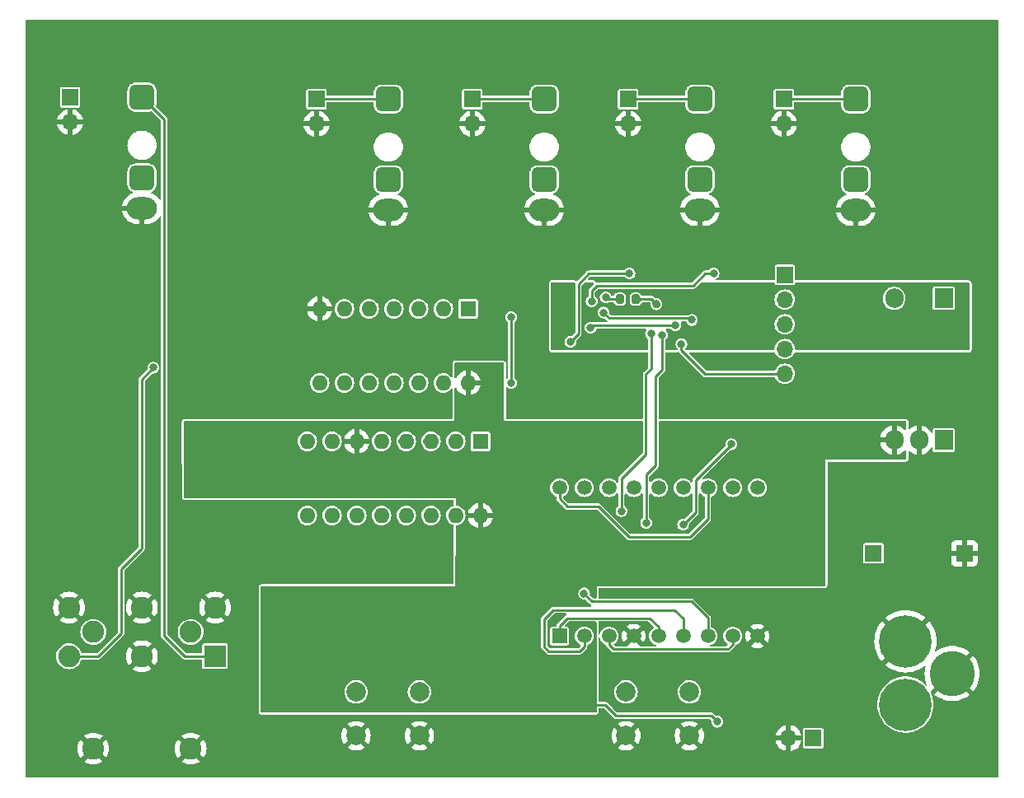
<source format=gbr>
%TF.GenerationSoftware,KiCad,Pcbnew,7.0.7*%
%TF.CreationDate,2023-11-07T21:09:30+00:00*%
%TF.ProjectId,clock_divider,636c6f63-6b5f-4646-9976-696465722e6b,rev?*%
%TF.SameCoordinates,Original*%
%TF.FileFunction,Copper,L2,Bot*%
%TF.FilePolarity,Positive*%
%FSLAX46Y46*%
G04 Gerber Fmt 4.6, Leading zero omitted, Abs format (unit mm)*
G04 Created by KiCad (PCBNEW 7.0.7) date 2023-11-07 21:09:30*
%MOMM*%
%LPD*%
G01*
G04 APERTURE LIST*
G04 Aperture macros list*
%AMRoundRect*
0 Rectangle with rounded corners*
0 $1 Rounding radius*
0 $2 $3 $4 $5 $6 $7 $8 $9 X,Y pos of 4 corners*
0 Add a 4 corners polygon primitive as box body*
4,1,4,$2,$3,$4,$5,$6,$7,$8,$9,$2,$3,0*
0 Add four circle primitives for the rounded corners*
1,1,$1+$1,$2,$3*
1,1,$1+$1,$4,$5*
1,1,$1+$1,$6,$7*
1,1,$1+$1,$8,$9*
0 Add four rect primitives between the rounded corners*
20,1,$1+$1,$2,$3,$4,$5,0*
20,1,$1+$1,$4,$5,$6,$7,0*
20,1,$1+$1,$6,$7,$8,$9,0*
20,1,$1+$1,$8,$9,$2,$3,0*%
G04 Aperture macros list end*
%TA.AperFunction,ComponentPad*%
%ADD10C,1.500000*%
%TD*%
%TA.AperFunction,ComponentPad*%
%ADD11R,1.500000X1.500000*%
%TD*%
%TA.AperFunction,ComponentPad*%
%ADD12R,1.700000X1.700000*%
%TD*%
%TA.AperFunction,ComponentPad*%
%ADD13O,1.700000X1.700000*%
%TD*%
%TA.AperFunction,ComponentPad*%
%ADD14RoundRect,0.650000X-0.650000X-0.650000X0.650000X-0.650000X0.650000X0.650000X-0.650000X0.650000X0*%
%TD*%
%TA.AperFunction,ComponentPad*%
%ADD15O,3.100000X2.300000*%
%TD*%
%TA.AperFunction,ComponentPad*%
%ADD16C,2.000000*%
%TD*%
%TA.AperFunction,ComponentPad*%
%ADD17R,1.600000X1.600000*%
%TD*%
%TA.AperFunction,ComponentPad*%
%ADD18O,1.600000X1.600000*%
%TD*%
%TA.AperFunction,ComponentPad*%
%ADD19O,1.905000X2.000000*%
%TD*%
%TA.AperFunction,ComponentPad*%
%ADD20R,1.905000X2.000000*%
%TD*%
%TA.AperFunction,SMDPad,CuDef*%
%ADD21RoundRect,0.225000X-0.250000X0.225000X-0.250000X-0.225000X0.250000X-0.225000X0.250000X0.225000X0*%
%TD*%
%TA.AperFunction,SMDPad,CuDef*%
%ADD22RoundRect,0.225000X0.225000X0.250000X-0.225000X0.250000X-0.225000X-0.250000X0.225000X-0.250000X0*%
%TD*%
%TA.AperFunction,ComponentPad*%
%ADD23C,4.650000*%
%TD*%
%TA.AperFunction,ComponentPad*%
%ADD24C,5.385000*%
%TD*%
%TA.AperFunction,SMDPad,CuDef*%
%ADD25RoundRect,0.200000X-0.200000X-0.275000X0.200000X-0.275000X0.200000X0.275000X-0.200000X0.275000X0*%
%TD*%
%TA.AperFunction,ComponentPad*%
%ADD26R,2.250000X2.250000*%
%TD*%
%TA.AperFunction,ComponentPad*%
%ADD27C,2.250000*%
%TD*%
%TA.AperFunction,ViaPad*%
%ADD28C,0.800000*%
%TD*%
%TA.AperFunction,Conductor*%
%ADD29C,0.250000*%
%TD*%
G04 APERTURE END LIST*
D10*
%TO.P,U6,18,DIG1_F*%
%TO.N,DISP_QF*%
X144870000Y-85140000D03*
%TO.P,U6,17,DIG1_G*%
%TO.N,DISP_QG*%
X147410000Y-85140000D03*
%TO.P,U6,16,DIG1_A*%
%TO.N,DISP_QA*%
X149950000Y-85140000D03*
%TO.P,U6,15,DIG1_B*%
%TO.N,DISP_QB*%
X152490000Y-85140000D03*
%TO.P,U6,14,DIG1_COM*%
%TO.N,Net-(U6-DIG1_COM)*%
X155030000Y-85140000D03*
%TO.P,U6,13,DIG2_COM*%
%TO.N,Net-(U6-DIG2_COM)*%
X157570000Y-85140000D03*
%TO.P,U6,12,DIG2_F*%
%TO.N,DISP_QF*%
X160110000Y-85140000D03*
%TO.P,U6,11,DIG2_A*%
%TO.N,DISP_QA*%
X162650000Y-85140000D03*
%TO.P,U6,10,DIG2_B*%
%TO.N,DISP_QB*%
X165190000Y-85140000D03*
%TO.P,U6,9,DIG2_DP*%
%TO.N,GND*%
X165190000Y-100380000D03*
%TO.P,U6,8,DIG2_C*%
%TO.N,DISP_QC*%
X162650000Y-100380000D03*
%TO.P,U6,7,DIG2_G*%
%TO.N,DISP_QG*%
X160110000Y-100380000D03*
%TO.P,U6,6,DIG2_D*%
%TO.N,DISP_QD*%
X157570000Y-100380000D03*
%TO.P,U6,5,DIG2_E*%
%TO.N,DISP_QE*%
X155030000Y-100380000D03*
%TO.P,U6,4,DIG1_DP*%
%TO.N,GND*%
X152490000Y-100380000D03*
%TO.P,U6,3,DIG1_C*%
%TO.N,DISP_QC*%
X149950000Y-100380000D03*
%TO.P,U6,2,DIG1_D*%
%TO.N,DISP_QD*%
X147410000Y-100380000D03*
D11*
%TO.P,U6,1,DIG1_E*%
%TO.N,DISP_QE*%
X144870000Y-100380000D03*
%TD*%
D12*
%TO.P,J16,1,Pin_1*%
%TO.N,START_STOP_IN*%
X94620000Y-44992500D03*
D13*
%TO.P,J16,2,Pin_2*%
%TO.N,GND*%
X94620000Y-47532500D03*
%TD*%
D12*
%TO.P,J15,1,Pin_1*%
%TO.N,SYNC_CH4*%
X167920000Y-45170000D03*
D13*
%TO.P,J15,2,Pin_2*%
%TO.N,GND*%
X167920000Y-47710000D03*
%TD*%
D12*
%TO.P,J14,1,Pin_1*%
%TO.N,SYNC_CH3*%
X151920000Y-45170000D03*
D13*
%TO.P,J14,2,Pin_2*%
%TO.N,GND*%
X151920000Y-47710000D03*
%TD*%
D12*
%TO.P,J13,1,Pin_1*%
%TO.N,SYNC_CH2*%
X135920000Y-45170000D03*
D13*
%TO.P,J13,2,Pin_2*%
%TO.N,GND*%
X135920000Y-47710000D03*
%TD*%
D12*
%TO.P,J12,1,Pin_1*%
%TO.N,SYNC_CH1*%
X119920000Y-45170000D03*
D13*
%TO.P,J12,2,Pin_2*%
%TO.N,GND*%
X119920000Y-47710000D03*
%TD*%
D14*
%TO.P,J10,TN*%
%TO.N,N/C*%
X175300000Y-53470000D03*
%TO.P,J10,T*%
%TO.N,SYNC_CH4*%
X175300000Y-45170000D03*
D15*
%TO.P,J10,S*%
%TO.N,GND*%
X175300000Y-56570000D03*
%TD*%
D16*
%TO.P,SW1,1,A*%
%TO.N,GND*%
X130490000Y-110620000D03*
X123990000Y-110620000D03*
%TO.P,SW1,2,B*%
%TO.N,CHN_SEL*%
X130490000Y-106120000D03*
X123990000Y-106120000D03*
%TD*%
D17*
%TO.P,U4,1*%
%TO.N,TIM2_CLKOUT*%
X135485000Y-66730000D03*
D18*
%TO.P,U4,2*%
X132945000Y-66730000D03*
%TO.P,U4,3*%
%TO.N,SYNC_CH3*%
X130405000Y-66730000D03*
%TO.P,U4,4*%
%TO.N,TIM3_CLKOUT*%
X127865000Y-66730000D03*
%TO.P,U4,5*%
X125325000Y-66730000D03*
%TO.P,U4,6*%
%TO.N,SYNC_CH2*%
X122785000Y-66730000D03*
%TO.P,U4,7,GND*%
%TO.N,GND*%
X120245000Y-66730000D03*
%TO.P,U4,8*%
%TO.N,SYNC_CH1*%
X120245000Y-74350000D03*
%TO.P,U4,9*%
%TO.N,TIM4_CLKOUT*%
X122785000Y-74350000D03*
%TO.P,U4,10*%
X125325000Y-74350000D03*
%TO.P,U4,11*%
%TO.N,SYNC_CH4*%
X127865000Y-74350000D03*
%TO.P,U4,12*%
%TO.N,TIM1_CLKOUT*%
X130405000Y-74350000D03*
%TO.P,U4,13*%
X132945000Y-74350000D03*
%TO.P,U4,14,VCC*%
%TO.N,+5V*%
X135485000Y-74350000D03*
%TD*%
D19*
%TO.P,U2,3,VO*%
%TO.N,+5V*%
X179250000Y-80230000D03*
%TO.P,U2,2,GND*%
%TO.N,GND*%
X181790000Y-80230000D03*
D20*
%TO.P,U2,1,VI*%
%TO.N,VCC*%
X184330000Y-80230000D03*
%TD*%
D21*
%TO.P,C3,1*%
%TO.N,+3.3V*%
X162840000Y-70225000D03*
%TO.P,C3,2*%
%TO.N,GND*%
X162840000Y-71775000D03*
%TD*%
D12*
%TO.P,J1,1,Pin_1*%
%TO.N,VCC*%
X177110000Y-91870000D03*
%TD*%
D14*
%TO.P,J7,TN*%
%TO.N,N/C*%
X127300000Y-53470000D03*
%TO.P,J7,T*%
%TO.N,SYNC_CH1*%
X127300000Y-45170000D03*
D15*
%TO.P,J7,S*%
%TO.N,GND*%
X127300000Y-56570000D03*
%TD*%
D21*
%TO.P,C6,1*%
%TO.N,+3.3V*%
X164420000Y-70225000D03*
%TO.P,C6,2*%
%TO.N,GND*%
X164420000Y-71775000D03*
%TD*%
D14*
%TO.P,J6,TN*%
%TO.N,N/C*%
X102000000Y-53292500D03*
%TO.P,J6,T*%
%TO.N,START_STOP_IN*%
X102000000Y-44992500D03*
D15*
%TO.P,J6,S*%
%TO.N,GND*%
X102000000Y-56392500D03*
%TD*%
D21*
%TO.P,C8,1*%
%TO.N,+3.3V*%
X148270000Y-70225000D03*
%TO.P,C8,2*%
%TO.N,GND*%
X148270000Y-71775000D03*
%TD*%
D16*
%TO.P,SW2,1,A*%
%TO.N,GND*%
X158210000Y-110620000D03*
X151710000Y-110620000D03*
%TO.P,SW2,2,B*%
%TO.N,DIV_SEL*%
X158210000Y-106120000D03*
X151710000Y-106120000D03*
%TD*%
D22*
%TO.P,C2,1*%
%TO.N,+5V*%
X134975000Y-90990000D03*
%TO.P,C2,2*%
%TO.N,GND*%
X133425000Y-90990000D03*
%TD*%
D23*
%TO.P,J3,2,2*%
%TO.N,GND*%
X185197500Y-104226000D03*
D24*
%TO.P,J3,3,3*%
%TO.N,VCC*%
X180397500Y-107426000D03*
%TO.P,J3,4,4*%
%TO.N,GND*%
X180397500Y-100926000D03*
%TD*%
D12*
%TO.P,J2,1,Pin_1*%
%TO.N,GND*%
X186450000Y-91870000D03*
%TD*%
D22*
%TO.P,C1,1*%
%TO.N,+5V*%
X134955000Y-76380000D03*
%TO.P,C1,2*%
%TO.N,GND*%
X133405000Y-76380000D03*
%TD*%
D12*
%TO.P,J5,1,Pin_1*%
%TO.N,VCC*%
X170940000Y-110870000D03*
D13*
%TO.P,J5,2,Pin_2*%
%TO.N,GND*%
X168400000Y-110870000D03*
%TD*%
D15*
%TO.P,J9,S*%
%TO.N,GND*%
X159300000Y-56570000D03*
D14*
%TO.P,J9,T*%
%TO.N,SYNC_CH3*%
X159300000Y-45170000D03*
%TO.P,J9,TN*%
%TO.N,N/C*%
X159300000Y-53470000D03*
%TD*%
D20*
%TO.P,U3,1,ADJ*%
%TO.N,Net-(U3-ADJ)*%
X184330000Y-65660000D03*
D19*
%TO.P,U3,2,VO*%
%TO.N,+3.3V*%
X181790000Y-65660000D03*
%TO.P,U3,3,VI*%
%TO.N,VCC*%
X179250000Y-65660000D03*
%TD*%
D12*
%TO.P,J11,1,Pin_1*%
%TO.N,unconnected-(J11-Pin_1-Pad1)*%
X168020000Y-63250000D03*
D13*
%TO.P,J11,2,Pin_2*%
%TO.N,SWCLK*%
X168020000Y-65790000D03*
%TO.P,J11,3,Pin_3*%
%TO.N,GND*%
X168020000Y-68330000D03*
%TO.P,J11,4,Pin_4*%
%TO.N,SWDIO*%
X168020000Y-70870000D03*
%TO.P,J11,5,Pin_5*%
%TO.N,NRST*%
X168020000Y-73410000D03*
%TD*%
D14*
%TO.P,J8,TN*%
%TO.N,N/C*%
X143300000Y-53470000D03*
%TO.P,J8,T*%
%TO.N,SYNC_CH2*%
X143300000Y-45170000D03*
D15*
%TO.P,J8,S*%
%TO.N,GND*%
X143300000Y-56570000D03*
%TD*%
D17*
%TO.P,U7,1,A0*%
%TO.N,LED_SEL0*%
X136755000Y-80360000D03*
D18*
%TO.P,U7,2,A1*%
%TO.N,LED_SEL1*%
X134215000Y-80360000D03*
%TO.P,U7,3,A2*%
%TO.N,GND*%
X131675000Y-80360000D03*
%TO.P,U7,4,~{E0}*%
X129135000Y-80360000D03*
%TO.P,U7,5,~{E1}*%
X126595000Y-80360000D03*
%TO.P,U7,6,E2*%
%TO.N,+5V*%
X124055000Y-80360000D03*
%TO.P,U7,7,~{Y7}*%
%TO.N,unconnected-(U7-~{Y7}-Pad7)*%
X121515000Y-80360000D03*
%TO.P,U7,8,GND*%
%TO.N,GND*%
X118975000Y-80360000D03*
%TO.P,U7,9,~{Y6}*%
%TO.N,unconnected-(U7-~{Y6}-Pad9)*%
X118975000Y-87980000D03*
%TO.P,U7,10,~{Y5}*%
%TO.N,unconnected-(U7-~{Y5}-Pad10)*%
X121515000Y-87980000D03*
%TO.P,U7,11,~{Y4}*%
%TO.N,unconnected-(U7-~{Y4}-Pad11)*%
X124055000Y-87980000D03*
%TO.P,U7,12,~{Y3}*%
%TO.N,Net-(D10-K)*%
X126595000Y-87980000D03*
%TO.P,U7,13,~{Y2}*%
%TO.N,Net-(D9-K)*%
X129135000Y-87980000D03*
%TO.P,U7,14,~{Y1}*%
%TO.N,Net-(D8-K)*%
X131675000Y-87980000D03*
%TO.P,U7,15,~{Y0}*%
%TO.N,Net-(D7-K)*%
X134215000Y-87980000D03*
%TO.P,U7,16,VCC*%
%TO.N,+5V*%
X136755000Y-87980000D03*
%TD*%
D25*
%TO.P,R10,1*%
%TO.N,BOOT0*%
X151065000Y-65750000D03*
%TO.P,R10,2*%
%TO.N,GND*%
X152715000Y-65750000D03*
%TD*%
D26*
%TO.P,J4,1,1*%
%TO.N,START_STOP_IN*%
X109500000Y-102450000D03*
D27*
%TO.P,J4,2,2*%
%TO.N,GND*%
X102000000Y-102450000D03*
%TO.P,J4,3,3*%
%TO.N,SYNC_IN*%
X94500000Y-102450000D03*
%TO.P,J4,4,4*%
%TO.N,unconnected-(J4-Pad4)*%
X107000000Y-99950000D03*
%TO.P,J4,5,5*%
%TO.N,unconnected-(J4-Pad5)*%
X97000000Y-99950000D03*
%TO.P,J4,6,6*%
%TO.N,GND*%
X109500000Y-97450000D03*
%TO.P,J4,7,7*%
X94500000Y-97450000D03*
%TO.P,J4,8,8*%
X102000000Y-97450000D03*
%TO.P,J4,MH1,MH1*%
X107000000Y-111950000D03*
%TO.P,J4,MH2,MH2*%
X97000000Y-111950000D03*
%TD*%
D28*
%TO.N,+3.3V*%
X159510000Y-68680000D03*
%TO.N,GND*%
X154837250Y-66262750D03*
%TO.N,+5V*%
X161090000Y-109190000D03*
X174390000Y-80320000D03*
X120910000Y-102990000D03*
X107500000Y-85500000D03*
%TO.N,NRST*%
X157390000Y-70350000D03*
%TO.N,DISP_QD*%
X157570000Y-88930000D03*
%TO.N,CHN_SEL*%
X151230000Y-87530000D03*
%TO.N,DIV_SEL*%
X153770000Y-88730000D03*
%TO.N,SYNC_IN*%
X103160000Y-72790000D03*
%TO.N,+5V*%
X135300000Y-96540000D03*
X128490000Y-96530000D03*
X114890000Y-96570000D03*
X121690000Y-96530000D03*
%TO.N,+3.3V*%
X149470000Y-69210000D03*
%TO.N,TIM1_CLKIN*%
X145985000Y-70125000D03*
%TO.N,START_STOP*%
X148070000Y-68660000D03*
%TO.N,CHN_SEL*%
X154270353Y-69309647D03*
%TO.N,DIV_SEL*%
X155412652Y-69427348D03*
%TO.N,START_STOP*%
X156775686Y-68450000D03*
%TO.N,BOOT0*%
X149620000Y-65570000D03*
%TO.N,TIM4_CLKOUT*%
X148180000Y-65950000D03*
%TO.N,+5V*%
X150000000Y-79000000D03*
X156510000Y-80630000D03*
%TO.N,+3.3V*%
X162910000Y-66510000D03*
%TO.N,SYNC_CH4*%
X139900000Y-67590000D03*
X139900000Y-74360000D03*
%TO.N,DISP_QD*%
X162510000Y-80660000D03*
%TO.N,DISP_QG*%
X147400000Y-96000000D03*
%TO.N,TIM1_CLKIN*%
X152060000Y-63120000D03*
%TO.N,TIM1_CLKOUT*%
X149420000Y-67120000D03*
X158478528Y-67878528D03*
%TO.N,TIM4_CLKOUT*%
X160700000Y-63120000D03*
%TD*%
D29*
%TO.N,DIV_SEL*%
X154730000Y-82830000D02*
X153770000Y-83790000D01*
X155412652Y-72997348D02*
X154730000Y-73680000D01*
X154730000Y-73680000D02*
X154730000Y-82830000D01*
X155412652Y-69427348D02*
X155412652Y-72997348D01*
X153770000Y-83790000D02*
X153770000Y-88730000D01*
%TO.N,TIM4_CLKOUT*%
X148180000Y-65950000D02*
X148180000Y-64870000D01*
X148180000Y-64870000D02*
X148700000Y-64350000D01*
X148700000Y-64350000D02*
X158610000Y-64350000D01*
X158610000Y-64350000D02*
X159840000Y-63120000D01*
X159840000Y-63120000D02*
X160700000Y-63120000D01*
%TO.N,TIM1_CLKIN*%
X145985000Y-70125000D02*
X146820000Y-69290000D01*
X146820000Y-69290000D02*
X146820000Y-64170000D01*
X146820000Y-64170000D02*
X147870000Y-63120000D01*
X147870000Y-63120000D02*
X152060000Y-63120000D01*
%TO.N,BOOT0*%
X149800000Y-65750000D02*
X151065000Y-65750000D01*
X149620000Y-65570000D02*
X149800000Y-65750000D01*
%TO.N,TIM1_CLKOUT*%
X149420000Y-67120000D02*
X150000000Y-67700000D01*
X150000000Y-67700000D02*
X158300000Y-67700000D01*
X158300000Y-67700000D02*
X158478528Y-67878528D01*
%TO.N,START_STOP*%
X156775686Y-68450000D02*
X148280000Y-68450000D01*
X148280000Y-68450000D02*
X148070000Y-68660000D01*
%TO.N,CHN_SEL*%
X154270353Y-72939647D02*
X153750000Y-73460000D01*
X154270353Y-69309647D02*
X154270353Y-72939647D01*
X153750000Y-73460000D02*
X153750000Y-81690000D01*
X153750000Y-81690000D02*
X151230000Y-84210000D01*
X151230000Y-84210000D02*
X151230000Y-87530000D01*
%TO.N,GND*%
X154837250Y-66262750D02*
X154324500Y-65750000D01*
X154324500Y-65750000D02*
X152715000Y-65750000D01*
%TO.N,NRST*%
X159810000Y-73420000D02*
X168010000Y-73420000D01*
X157390000Y-70350000D02*
X157390000Y-71000000D01*
X157390000Y-71000000D02*
X159810000Y-73420000D01*
X168010000Y-73420000D02*
X168020000Y-73410000D01*
%TO.N,+5V*%
X161090000Y-109190000D02*
X160450000Y-108550000D01*
X160450000Y-108550000D02*
X150650000Y-108550000D01*
X149550000Y-107450000D02*
X147810000Y-107450000D01*
X150650000Y-108550000D02*
X149550000Y-107450000D01*
%TO.N,START_STOP_IN*%
X109500000Y-102450000D02*
X106410000Y-102450000D01*
X106410000Y-102450000D02*
X104270000Y-100310000D01*
X104270000Y-100310000D02*
X104270000Y-47262500D01*
X104270000Y-47262500D02*
X102000000Y-44992500D01*
%TO.N,SYNC_IN*%
X99850000Y-100090000D02*
X97490000Y-102450000D01*
X103160000Y-72790000D02*
X101970000Y-73980000D01*
X101970000Y-91380000D02*
X99850000Y-93500000D01*
X101970000Y-73980000D02*
X101970000Y-91380000D01*
X99850000Y-93500000D02*
X99850000Y-100090000D01*
X97490000Y-102450000D02*
X94500000Y-102450000D01*
%TO.N,DISP_QF*%
X160110000Y-85140000D02*
X160110000Y-88330000D01*
X160110000Y-88330000D02*
X158260000Y-90180000D01*
X145690000Y-87070000D02*
X144870000Y-86250000D01*
X158260000Y-90180000D02*
X151990000Y-90180000D01*
X151990000Y-90180000D02*
X148880000Y-87070000D01*
X144870000Y-86250000D02*
X144870000Y-85140000D01*
X148880000Y-87070000D02*
X145690000Y-87070000D01*
%TO.N,DISP_QG*%
X147410000Y-95690000D02*
X147400000Y-95700000D01*
X158420000Y-96830000D02*
X160110000Y-98520000D01*
X147400000Y-96000000D02*
X148230000Y-96830000D01*
X148230000Y-96830000D02*
X158420000Y-96830000D01*
X160110000Y-98520000D02*
X160110000Y-100380000D01*
X147400000Y-95700000D02*
X147400000Y-96000000D01*
%TO.N,SYNC_CH4*%
X139900000Y-74360000D02*
X139900000Y-67590000D01*
X167920000Y-45170000D02*
X175300000Y-45170000D01*
%TO.N,SYNC_CH3*%
X151920000Y-45170000D02*
X159300000Y-45170000D01*
%TO.N,SYNC_CH2*%
X135920000Y-45170000D02*
X143300000Y-45170000D01*
%TO.N,SYNC_CH1*%
X119920000Y-45170000D02*
X127300000Y-45170000D01*
%TO.N,DISP_QD*%
X158840000Y-84340000D02*
X162510000Y-80670000D01*
X157570000Y-88930000D02*
X158840000Y-87660000D01*
X158840000Y-87660000D02*
X158840000Y-84340000D01*
X162510000Y-80670000D02*
X162510000Y-80660000D01*
%TO.N,DISP_QC*%
X149950000Y-100380000D02*
X149950000Y-101250000D01*
X149950000Y-101250000D02*
X150440000Y-101740000D01*
X150440000Y-101740000D02*
X162150000Y-101740000D01*
X162150000Y-101740000D02*
X162650000Y-101240000D01*
X162650000Y-101240000D02*
X162650000Y-100380000D01*
X149950000Y-99780000D02*
X149950000Y-100380000D01*
%TO.N,DISP_QD*%
X143280000Y-98670000D02*
X144260000Y-97690000D01*
X147410000Y-101460000D02*
X146920000Y-101950000D01*
X157570000Y-98600000D02*
X157570000Y-100380000D01*
X144260000Y-97690000D02*
X156660000Y-97690000D01*
X147410000Y-100380000D02*
X147410000Y-101460000D01*
X143760000Y-101950000D02*
X143280000Y-101470000D01*
X143280000Y-101470000D02*
X143280000Y-98670000D01*
X146920000Y-101950000D02*
X143760000Y-101950000D01*
X156660000Y-97690000D02*
X157570000Y-98600000D01*
%TO.N,DISP_QE*%
X144870000Y-99360000D02*
X145700000Y-98530000D01*
X155030000Y-99450000D02*
X155030000Y-100380000D01*
X154110000Y-98530000D02*
X155030000Y-99450000D01*
X145700000Y-98530000D02*
X154110000Y-98530000D01*
X144870000Y-100380000D02*
X144870000Y-99360000D01*
%TD*%
%TA.AperFunction,Conductor*%
%TO.N,GND*%
G36*
X153993480Y-98873806D02*
G01*
X154574136Y-99454463D01*
X154592442Y-99498657D01*
X154574136Y-99542851D01*
X154559405Y-99553777D01*
X154499377Y-99585862D01*
X154499374Y-99585864D01*
X154354643Y-99704643D01*
X154235864Y-99849374D01*
X154235860Y-99849380D01*
X154147606Y-100014493D01*
X154093252Y-100193670D01*
X154074901Y-100379999D01*
X154074901Y-100380000D01*
X154093252Y-100566329D01*
X154108100Y-100615276D01*
X154137076Y-100710796D01*
X154147606Y-100745506D01*
X154235860Y-100910619D01*
X154235864Y-100910625D01*
X154354643Y-101055357D01*
X154499375Y-101174136D01*
X154499377Y-101174137D01*
X154499380Y-101174139D01*
X154660669Y-101260349D01*
X154664499Y-101262396D01*
X154762722Y-101292191D01*
X154799698Y-101322538D01*
X154804387Y-101370143D01*
X154774040Y-101407120D01*
X154744578Y-101414500D01*
X153196835Y-101414500D01*
X153152641Y-101396194D01*
X152688286Y-100931839D01*
X152669980Y-100887645D01*
X152688286Y-100843451D01*
X152706517Y-100830793D01*
X152762399Y-100805272D01*
X152763100Y-100804952D01*
X152871761Y-100710798D01*
X152948214Y-100591833D01*
X152987504Y-100564554D01*
X153034579Y-100573046D01*
X153044984Y-100581431D01*
X153533124Y-101069571D01*
X153576668Y-101007384D01*
X153669103Y-100809158D01*
X153725709Y-100597901D01*
X153725712Y-100597885D01*
X153744775Y-100380002D01*
X153744775Y-100379997D01*
X153725712Y-100162114D01*
X153725709Y-100162098D01*
X153669104Y-99950845D01*
X153669103Y-99950843D01*
X153576668Y-99752616D01*
X153533123Y-99690428D01*
X153044984Y-100178567D01*
X153000790Y-100196873D01*
X152956596Y-100178567D01*
X152948216Y-100168170D01*
X152871761Y-100049202D01*
X152763100Y-99955048D01*
X152763099Y-99955047D01*
X152706515Y-99929206D01*
X152673919Y-99894195D01*
X152675627Y-99846390D01*
X152688285Y-99828160D01*
X153179572Y-99336873D01*
X153117387Y-99293332D01*
X153117388Y-99293332D01*
X152919158Y-99200896D01*
X152707901Y-99144290D01*
X152707885Y-99144287D01*
X152490002Y-99125225D01*
X152489998Y-99125225D01*
X152272114Y-99144287D01*
X152272098Y-99144290D01*
X152060845Y-99200895D01*
X152060843Y-99200896D01*
X151862613Y-99293332D01*
X151800427Y-99336874D01*
X152291714Y-99828161D01*
X152310020Y-99872355D01*
X152291714Y-99916549D01*
X152273483Y-99929207D01*
X152216902Y-99955046D01*
X152216899Y-99955048D01*
X152108238Y-100049202D01*
X152066374Y-100114344D01*
X152031786Y-100168165D01*
X151992495Y-100195446D01*
X151945419Y-100186953D01*
X151935015Y-100178568D01*
X151446874Y-99690427D01*
X151403332Y-99752613D01*
X151310896Y-99950843D01*
X151310895Y-99950845D01*
X151254290Y-100162098D01*
X151254287Y-100162114D01*
X151235225Y-100379997D01*
X151235225Y-100380002D01*
X151254287Y-100597885D01*
X151254290Y-100597901D01*
X151310896Y-100809158D01*
X151403332Y-101007387D01*
X151446873Y-101069572D01*
X151935014Y-100581431D01*
X151979208Y-100563125D01*
X152023402Y-100581431D01*
X152031784Y-100591832D01*
X152035675Y-100597885D01*
X152108237Y-100710796D01*
X152108239Y-100710798D01*
X152216900Y-100804952D01*
X152273482Y-100830792D01*
X152306078Y-100865802D01*
X152304371Y-100913607D01*
X152291713Y-100931838D01*
X151827359Y-101396194D01*
X151783165Y-101414500D01*
X150600714Y-101414500D01*
X150556520Y-101396194D01*
X150444963Y-101284637D01*
X150426657Y-101240443D01*
X150444963Y-101196249D01*
X150459692Y-101185324D01*
X150480625Y-101174136D01*
X150625357Y-101055357D01*
X150744136Y-100910625D01*
X150832396Y-100745501D01*
X150886747Y-100566331D01*
X150905099Y-100380000D01*
X150897461Y-100302455D01*
X150889694Y-100223594D01*
X150886747Y-100193669D01*
X150832396Y-100014499D01*
X150810471Y-99973480D01*
X150744139Y-99849380D01*
X150744135Y-99849374D01*
X150726725Y-99828160D01*
X150625357Y-99704643D01*
X150480625Y-99585864D01*
X150480619Y-99585860D01*
X150315506Y-99497606D01*
X150315503Y-99497605D01*
X150315501Y-99497604D01*
X150205222Y-99464151D01*
X150136329Y-99443252D01*
X149950000Y-99424901D01*
X149763670Y-99443252D01*
X149631102Y-99483467D01*
X149584499Y-99497604D01*
X149584498Y-99497604D01*
X149584493Y-99497606D01*
X149419380Y-99585860D01*
X149419374Y-99585864D01*
X149274643Y-99704643D01*
X149155864Y-99849374D01*
X149155860Y-99849380D01*
X149067606Y-100014493D01*
X149013252Y-100193670D01*
X149010199Y-100224676D01*
X148987649Y-100266863D01*
X148941874Y-100280749D01*
X148899687Y-100258199D01*
X148885500Y-100218550D01*
X148885500Y-98979505D01*
X148885499Y-98979494D01*
X148880803Y-98935816D01*
X148879816Y-98931282D01*
X148888312Y-98884207D01*
X148927607Y-98856928D01*
X148940889Y-98855500D01*
X153949286Y-98855500D01*
X153993480Y-98873806D01*
G37*
%TD.AperFunction*%
%TA.AperFunction,Conductor*%
G36*
X127347776Y-80128306D02*
G01*
X127363391Y-80154358D01*
X127376711Y-80198269D01*
X127379101Y-80210285D01*
X127393244Y-80353874D01*
X127393244Y-80366126D01*
X127379101Y-80509716D01*
X127376711Y-80521732D01*
X127363392Y-80565642D01*
X127333046Y-80602619D01*
X127303583Y-80610000D01*
X127018541Y-80610000D01*
X126974347Y-80591694D01*
X126956041Y-80547500D01*
X126962853Y-80519126D01*
X126980163Y-80485152D01*
X126980163Y-80485151D01*
X126980165Y-80485148D01*
X126999986Y-80360000D01*
X126980165Y-80234852D01*
X126980163Y-80234849D01*
X126980163Y-80234847D01*
X126962853Y-80200874D01*
X126959100Y-80153186D01*
X126990167Y-80116812D01*
X127018541Y-80110000D01*
X127303582Y-80110000D01*
X127347776Y-80128306D01*
G37*
%TD.AperFunction*%
%TA.AperFunction,Conductor*%
G36*
X128755653Y-80128306D02*
G01*
X128773959Y-80172500D01*
X128767147Y-80200874D01*
X128749836Y-80234847D01*
X128749835Y-80234851D01*
X128730014Y-80360000D01*
X128749835Y-80485148D01*
X128749836Y-80485152D01*
X128767147Y-80519126D01*
X128770900Y-80566814D01*
X128739833Y-80603188D01*
X128711459Y-80610000D01*
X128426416Y-80610000D01*
X128382222Y-80591694D01*
X128366607Y-80565643D01*
X128361909Y-80550156D01*
X128353286Y-80521728D01*
X128350897Y-80509716D01*
X128348477Y-80485148D01*
X128336756Y-80366125D01*
X128336756Y-80353877D01*
X128350899Y-80210273D01*
X128353286Y-80198269D01*
X128366607Y-80154356D01*
X128396954Y-80117380D01*
X128426416Y-80110000D01*
X128711459Y-80110000D01*
X128755653Y-80128306D01*
G37*
%TD.AperFunction*%
%TA.AperFunction,Conductor*%
G36*
X129887776Y-80128306D02*
G01*
X129903391Y-80154358D01*
X129916711Y-80198269D01*
X129919101Y-80210285D01*
X129933244Y-80353874D01*
X129933244Y-80366126D01*
X129919101Y-80509716D01*
X129916711Y-80521732D01*
X129903392Y-80565642D01*
X129873046Y-80602619D01*
X129843583Y-80610000D01*
X129558541Y-80610000D01*
X129514347Y-80591694D01*
X129496041Y-80547500D01*
X129502853Y-80519126D01*
X129520163Y-80485152D01*
X129520163Y-80485151D01*
X129520165Y-80485148D01*
X129539986Y-80360000D01*
X129520165Y-80234852D01*
X129520163Y-80234849D01*
X129520163Y-80234847D01*
X129502853Y-80200874D01*
X129499100Y-80153186D01*
X129530167Y-80116812D01*
X129558541Y-80110000D01*
X129843582Y-80110000D01*
X129887776Y-80128306D01*
G37*
%TD.AperFunction*%
%TA.AperFunction,Conductor*%
G36*
X131295653Y-80128306D02*
G01*
X131313959Y-80172500D01*
X131307147Y-80200874D01*
X131289836Y-80234847D01*
X131289835Y-80234851D01*
X131270014Y-80360000D01*
X131289835Y-80485148D01*
X131289836Y-80485152D01*
X131307147Y-80519126D01*
X131310900Y-80566814D01*
X131279833Y-80603188D01*
X131251459Y-80610000D01*
X130966416Y-80610000D01*
X130922222Y-80591694D01*
X130906607Y-80565643D01*
X130901909Y-80550156D01*
X130893286Y-80521728D01*
X130890897Y-80509716D01*
X130888477Y-80485148D01*
X130876756Y-80366125D01*
X130876756Y-80353877D01*
X130890899Y-80210273D01*
X130893286Y-80198269D01*
X130906607Y-80154356D01*
X130936954Y-80117380D01*
X130966416Y-80110000D01*
X131251459Y-80110000D01*
X131295653Y-80128306D01*
G37*
%TD.AperFunction*%
%TA.AperFunction,Conductor*%
G36*
X152935208Y-65280769D02*
G01*
X152948254Y-65282834D01*
X152966228Y-65285681D01*
X152984826Y-65291724D01*
X153004010Y-65301498D01*
X153022225Y-65310780D01*
X153038044Y-65322273D01*
X153067721Y-65351950D01*
X153079214Y-65367769D01*
X153121153Y-65450076D01*
X153121161Y-65450091D01*
X153121165Y-65450098D01*
X153121167Y-65450100D01*
X153151874Y-65494666D01*
X153195310Y-65542675D01*
X153195310Y-65542676D01*
X153209994Y-65557344D01*
X153286011Y-65599865D01*
X153289810Y-65601990D01*
X153356849Y-65621675D01*
X153414747Y-65630000D01*
X153414751Y-65630000D01*
X154312064Y-65630000D01*
X154326429Y-65629373D01*
X154326437Y-65629372D01*
X154326878Y-65629353D01*
X154343135Y-65630777D01*
X154357564Y-65633977D01*
X154357570Y-65633978D01*
X154357579Y-65633980D01*
X154357863Y-65634030D01*
X154382901Y-65644400D01*
X154383069Y-65644517D01*
X154383144Y-65644570D01*
X154395640Y-65652530D01*
X154408145Y-65663026D01*
X154418126Y-65673922D01*
X154520256Y-65776050D01*
X154520257Y-65776051D01*
X154531432Y-65785447D01*
X154536846Y-65789999D01*
X154547358Y-65798838D01*
X154547364Y-65798842D01*
X154547365Y-65798843D01*
X154547366Y-65798844D01*
X154582191Y-65823332D01*
X154583764Y-65824427D01*
X154583769Y-65824430D01*
X154605222Y-65832976D01*
X154668729Y-65858276D01*
X154737764Y-65869042D01*
X154796251Y-65869738D01*
X154829090Y-65865414D01*
X154845405Y-65865414D01*
X154872964Y-65869042D01*
X154932206Y-65876841D01*
X154947959Y-65881061D01*
X155028860Y-65914571D01*
X155042978Y-65922724D01*
X155082479Y-65953033D01*
X155112438Y-65976022D01*
X155123974Y-65987558D01*
X155177273Y-66057018D01*
X155185428Y-66071143D01*
X155214384Y-66141048D01*
X155218934Y-66152032D01*
X155223156Y-66167791D01*
X155234584Y-66254590D01*
X155234584Y-66270905D01*
X155223157Y-66357707D01*
X155218934Y-66373469D01*
X155185429Y-66454353D01*
X155177272Y-66468481D01*
X155123976Y-66537938D01*
X155112438Y-66549476D01*
X155042981Y-66602772D01*
X155028852Y-66610929D01*
X154947967Y-66644433D01*
X154932207Y-66648656D01*
X154845407Y-66660084D01*
X154829092Y-66660084D01*
X154819505Y-66658822D01*
X154742290Y-66648656D01*
X154726530Y-66644433D01*
X154645646Y-66610929D01*
X154631517Y-66602772D01*
X154562060Y-66549476D01*
X154550522Y-66537938D01*
X154497226Y-66468481D01*
X154489069Y-66454352D01*
X154455565Y-66373467D01*
X154451342Y-66357706D01*
X154439915Y-66270905D01*
X154439915Y-66254590D01*
X154441506Y-66242507D01*
X154440995Y-66185229D01*
X154430850Y-66117533D01*
X154425935Y-66094127D01*
X154382925Y-66013415D01*
X154337170Y-65960611D01*
X154335226Y-65958627D01*
X154319579Y-65942656D01*
X154319577Y-65942655D01*
X154239765Y-65898011D01*
X154172724Y-65878325D01*
X154161143Y-65876660D01*
X154114825Y-65870000D01*
X153414748Y-65870000D01*
X153414747Y-65870000D01*
X153361089Y-65877128D01*
X153298587Y-65894035D01*
X153278858Y-65900457D01*
X153278856Y-65900458D01*
X153215769Y-65942657D01*
X153202837Y-65951307D01*
X153154861Y-66002103D01*
X153121160Y-66049910D01*
X153121159Y-66049912D01*
X153079215Y-66132229D01*
X153067722Y-66148048D01*
X153038048Y-66177722D01*
X153022228Y-66189216D01*
X152984828Y-66208272D01*
X152966232Y-66214314D01*
X152935203Y-66219229D01*
X152925425Y-66219999D01*
X152504572Y-66219999D01*
X152494797Y-66219230D01*
X152484006Y-66217521D01*
X152463769Y-66214316D01*
X152445171Y-66208273D01*
X152407772Y-66189217D01*
X152391954Y-66177724D01*
X152362278Y-66148049D01*
X152350783Y-66132228D01*
X152331726Y-66094826D01*
X152325683Y-66076228D01*
X152320769Y-66045199D01*
X152320000Y-66035423D01*
X152320000Y-65464566D01*
X152320769Y-65454792D01*
X152322275Y-65445276D01*
X152325682Y-65423766D01*
X152331721Y-65405177D01*
X152350784Y-65367767D01*
X152362272Y-65351956D01*
X152391949Y-65322278D01*
X152407764Y-65310785D01*
X152445173Y-65291724D01*
X152463766Y-65285683D01*
X152489130Y-65281666D01*
X152494800Y-65280769D01*
X152504576Y-65280000D01*
X152925433Y-65280000D01*
X152935208Y-65280769D01*
G37*
%TD.AperFunction*%
%TA.AperFunction,Conductor*%
G36*
X189931694Y-37068306D02*
G01*
X189950000Y-37112500D01*
X189950000Y-114887500D01*
X189931694Y-114931694D01*
X189887500Y-114950000D01*
X90112500Y-114950000D01*
X90068306Y-114931694D01*
X90050000Y-114887500D01*
X90050000Y-111950004D01*
X95369975Y-111950004D01*
X95390041Y-112204985D01*
X95390042Y-112204989D01*
X95449752Y-112453698D01*
X95547638Y-112690017D01*
X95681278Y-112908098D01*
X95681284Y-112908107D01*
X95684534Y-112911911D01*
X96261988Y-112334457D01*
X96306182Y-112316151D01*
X96350376Y-112334457D01*
X96356315Y-112341329D01*
X96450756Y-112468185D01*
X96450757Y-112468186D01*
X96585059Y-112580880D01*
X96585060Y-112580880D01*
X96585062Y-112580882D01*
X96599319Y-112588042D01*
X96630597Y-112624235D01*
X96627121Y-112671944D01*
X96615463Y-112688088D01*
X96038086Y-113265464D01*
X96041896Y-113268718D01*
X96041897Y-113268719D01*
X96259982Y-113402361D01*
X96496301Y-113500247D01*
X96745010Y-113559957D01*
X96745014Y-113559958D01*
X96999996Y-113580025D01*
X97000004Y-113580025D01*
X97254985Y-113559958D01*
X97254989Y-113559957D01*
X97503698Y-113500247D01*
X97740017Y-113402361D01*
X97958105Y-113268717D01*
X97961911Y-113265465D01*
X97961911Y-113265464D01*
X97382491Y-112686044D01*
X97364185Y-112641850D01*
X97382491Y-112597656D01*
X97392336Y-112589635D01*
X97485373Y-112528445D01*
X97605688Y-112400918D01*
X97637721Y-112345433D01*
X97675671Y-112316313D01*
X97723097Y-112322556D01*
X97736042Y-112332489D01*
X98315464Y-112911911D01*
X98315465Y-112911911D01*
X98318717Y-112908105D01*
X98452361Y-112690017D01*
X98550247Y-112453698D01*
X98609957Y-112204989D01*
X98609958Y-112204985D01*
X98630025Y-111950004D01*
X105369975Y-111950004D01*
X105390041Y-112204985D01*
X105390042Y-112204989D01*
X105449752Y-112453698D01*
X105547638Y-112690017D01*
X105681278Y-112908098D01*
X105681284Y-112908107D01*
X105684534Y-112911911D01*
X106261988Y-112334457D01*
X106306182Y-112316151D01*
X106350376Y-112334457D01*
X106356315Y-112341329D01*
X106450756Y-112468185D01*
X106450757Y-112468186D01*
X106585059Y-112580880D01*
X106585060Y-112580880D01*
X106585062Y-112580882D01*
X106599319Y-112588042D01*
X106630597Y-112624235D01*
X106627121Y-112671944D01*
X106615463Y-112688088D01*
X106038086Y-113265464D01*
X106041896Y-113268718D01*
X106041897Y-113268719D01*
X106259982Y-113402361D01*
X106496301Y-113500247D01*
X106745010Y-113559957D01*
X106745014Y-113559958D01*
X106999996Y-113580025D01*
X107000004Y-113580025D01*
X107254985Y-113559958D01*
X107254989Y-113559957D01*
X107503698Y-113500247D01*
X107740017Y-113402361D01*
X107958105Y-113268717D01*
X107961911Y-113265465D01*
X107961911Y-113265464D01*
X107382491Y-112686044D01*
X107364185Y-112641850D01*
X107382491Y-112597656D01*
X107392336Y-112589635D01*
X107485373Y-112528445D01*
X107605688Y-112400918D01*
X107637721Y-112345433D01*
X107675671Y-112316313D01*
X107723097Y-112322556D01*
X107736042Y-112332489D01*
X108315464Y-112911911D01*
X108315465Y-112911911D01*
X108318717Y-112908105D01*
X108452361Y-112690017D01*
X108550247Y-112453698D01*
X108609957Y-112204989D01*
X108609958Y-112204985D01*
X108630025Y-111950004D01*
X108630025Y-111949995D01*
X108609958Y-111695014D01*
X108609957Y-111695010D01*
X108550247Y-111446301D01*
X108452361Y-111209982D01*
X108318719Y-110991897D01*
X108318718Y-110991896D01*
X108315464Y-110988086D01*
X107738010Y-111565541D01*
X107693816Y-111583847D01*
X107649622Y-111565541D01*
X107643687Y-111558674D01*
X107549244Y-111431815D01*
X107477429Y-111371555D01*
X107414938Y-111319118D01*
X107400676Y-111311955D01*
X107369400Y-111275760D01*
X107372878Y-111228051D01*
X107384535Y-111211910D01*
X107961911Y-110634534D01*
X107958107Y-110631284D01*
X107958098Y-110631278D01*
X107939692Y-110619999D01*
X122484859Y-110619999D01*
X122505387Y-110867738D01*
X122505389Y-110867748D01*
X122566408Y-111108705D01*
X122566413Y-111108720D01*
X122666269Y-111336370D01*
X122666271Y-111336373D01*
X122766563Y-111489881D01*
X122766564Y-111489881D01*
X123400909Y-110855536D01*
X123445103Y-110837230D01*
X123489297Y-110855536D01*
X123500595Y-110870975D01*
X123536442Y-110940156D01*
X123584752Y-110991883D01*
X123639639Y-111050653D01*
X123741587Y-111112649D01*
X123769836Y-111151252D01*
X123762514Y-111198524D01*
X123753307Y-111210244D01*
X123119941Y-111843609D01*
X123166771Y-111880057D01*
X123385385Y-111998364D01*
X123385392Y-111998367D01*
X123620509Y-112079083D01*
X123865709Y-112120000D01*
X124114291Y-112120000D01*
X124359490Y-112079083D01*
X124594607Y-111998367D01*
X124594614Y-111998364D01*
X124813228Y-111880057D01*
X124813235Y-111880053D01*
X124860056Y-111843610D01*
X124860057Y-111843609D01*
X124226502Y-111210055D01*
X124208196Y-111165861D01*
X124226502Y-111121667D01*
X124245797Y-111108535D01*
X124261548Y-111101694D01*
X124278452Y-111094352D01*
X124278453Y-111094350D01*
X124278458Y-111094349D01*
X124395739Y-110998934D01*
X124482928Y-110875415D01*
X124482930Y-110875408D01*
X124483235Y-110874821D01*
X124483510Y-110874588D01*
X124485393Y-110871922D01*
X124486090Y-110872414D01*
X124519816Y-110843998D01*
X124567478Y-110848070D01*
X124582926Y-110859373D01*
X125213434Y-111489881D01*
X125313730Y-111336369D01*
X125413586Y-111108720D01*
X125413591Y-111108705D01*
X125474610Y-110867748D01*
X125474612Y-110867738D01*
X125495140Y-110620000D01*
X128984859Y-110620000D01*
X129005387Y-110867738D01*
X129005389Y-110867748D01*
X129066408Y-111108705D01*
X129066413Y-111108720D01*
X129166269Y-111336370D01*
X129166271Y-111336373D01*
X129266563Y-111489881D01*
X129266564Y-111489881D01*
X129900909Y-110855536D01*
X129945103Y-110837230D01*
X129989297Y-110855536D01*
X130000595Y-110870975D01*
X130036442Y-110940156D01*
X130084752Y-110991883D01*
X130139639Y-111050653D01*
X130241587Y-111112649D01*
X130269836Y-111151252D01*
X130262514Y-111198524D01*
X130253307Y-111210244D01*
X129619941Y-111843609D01*
X129666771Y-111880057D01*
X129885385Y-111998364D01*
X129885392Y-111998367D01*
X130120509Y-112079083D01*
X130365709Y-112120000D01*
X130614291Y-112120000D01*
X130859490Y-112079083D01*
X131094607Y-111998367D01*
X131094614Y-111998364D01*
X131313228Y-111880057D01*
X131313235Y-111880053D01*
X131360056Y-111843610D01*
X131360057Y-111843609D01*
X130726502Y-111210055D01*
X130708196Y-111165861D01*
X130726502Y-111121667D01*
X130745797Y-111108535D01*
X130761548Y-111101694D01*
X130778452Y-111094352D01*
X130778453Y-111094350D01*
X130778458Y-111094349D01*
X130895739Y-110998934D01*
X130982928Y-110875415D01*
X130982930Y-110875408D01*
X130983235Y-110874821D01*
X130983510Y-110874588D01*
X130985393Y-110871922D01*
X130986090Y-110872414D01*
X131019816Y-110843998D01*
X131067478Y-110848070D01*
X131082926Y-110859373D01*
X131713434Y-111489881D01*
X131813730Y-111336369D01*
X131913586Y-111108720D01*
X131913591Y-111108705D01*
X131974610Y-110867748D01*
X131974612Y-110867738D01*
X131995140Y-110620000D01*
X131995140Y-110619999D01*
X150204859Y-110619999D01*
X150225387Y-110867738D01*
X150225389Y-110867748D01*
X150286408Y-111108705D01*
X150286413Y-111108720D01*
X150386269Y-111336370D01*
X150386271Y-111336373D01*
X150486563Y-111489881D01*
X150486564Y-111489881D01*
X151120909Y-110855536D01*
X151165103Y-110837230D01*
X151209297Y-110855536D01*
X151220595Y-110870975D01*
X151256442Y-110940156D01*
X151304752Y-110991883D01*
X151359639Y-111050653D01*
X151461587Y-111112649D01*
X151489836Y-111151252D01*
X151482514Y-111198524D01*
X151473307Y-111210244D01*
X150839941Y-111843609D01*
X150886771Y-111880057D01*
X151105385Y-111998364D01*
X151105392Y-111998367D01*
X151340509Y-112079083D01*
X151585709Y-112120000D01*
X151834291Y-112120000D01*
X152079490Y-112079083D01*
X152314607Y-111998367D01*
X152314614Y-111998364D01*
X152533228Y-111880057D01*
X152533235Y-111880053D01*
X152580056Y-111843610D01*
X152580057Y-111843609D01*
X151946502Y-111210055D01*
X151928196Y-111165861D01*
X151946502Y-111121667D01*
X151965797Y-111108535D01*
X151981548Y-111101694D01*
X151998452Y-111094352D01*
X151998453Y-111094350D01*
X151998458Y-111094349D01*
X152115739Y-110998934D01*
X152202928Y-110875415D01*
X152202930Y-110875408D01*
X152203235Y-110874821D01*
X152203510Y-110874588D01*
X152205393Y-110871922D01*
X152206090Y-110872414D01*
X152239816Y-110843998D01*
X152287478Y-110848070D01*
X152302926Y-110859373D01*
X152933434Y-111489881D01*
X153033730Y-111336369D01*
X153133586Y-111108720D01*
X153133591Y-111108705D01*
X153194610Y-110867748D01*
X153194612Y-110867738D01*
X153215140Y-110620000D01*
X153215140Y-110619999D01*
X156704859Y-110619999D01*
X156725387Y-110867738D01*
X156725389Y-110867748D01*
X156786408Y-111108705D01*
X156786413Y-111108720D01*
X156886269Y-111336370D01*
X156886271Y-111336373D01*
X156986563Y-111489881D01*
X156986564Y-111489881D01*
X157620909Y-110855536D01*
X157665103Y-110837230D01*
X157709297Y-110855536D01*
X157720595Y-110870975D01*
X157756442Y-110940156D01*
X157804752Y-110991883D01*
X157859639Y-111050653D01*
X157961587Y-111112649D01*
X157989836Y-111151252D01*
X157982514Y-111198524D01*
X157973307Y-111210244D01*
X157339941Y-111843609D01*
X157386771Y-111880057D01*
X157605385Y-111998364D01*
X157605392Y-111998367D01*
X157840509Y-112079083D01*
X158085709Y-112120000D01*
X158334291Y-112120000D01*
X158579490Y-112079083D01*
X158814607Y-111998367D01*
X158814614Y-111998364D01*
X159033228Y-111880057D01*
X159033235Y-111880053D01*
X159080056Y-111843610D01*
X159080057Y-111843609D01*
X158446502Y-111210055D01*
X158428196Y-111165861D01*
X158446502Y-111121667D01*
X158465797Y-111108535D01*
X158481548Y-111101694D01*
X158498452Y-111094352D01*
X158498453Y-111094350D01*
X158498458Y-111094349D01*
X158615739Y-110998934D01*
X158702928Y-110875415D01*
X158702930Y-110875408D01*
X158703235Y-110874821D01*
X158703510Y-110874588D01*
X158705393Y-110871922D01*
X158706090Y-110872414D01*
X158739816Y-110843998D01*
X158787478Y-110848070D01*
X158802926Y-110859373D01*
X159433434Y-111489881D01*
X159533730Y-111336369D01*
X159628638Y-111120001D01*
X167069363Y-111120001D01*
X167126567Y-111333487D01*
X167126568Y-111333489D01*
X167226398Y-111547575D01*
X167361892Y-111741081D01*
X167528918Y-111908107D01*
X167722426Y-112043603D01*
X167936503Y-112143428D01*
X167936519Y-112143434D01*
X168149998Y-112200635D01*
X168150000Y-112200634D01*
X168150000Y-111402753D01*
X168168306Y-111358559D01*
X168212500Y-111340253D01*
X168238462Y-111345901D01*
X168257685Y-111354680D01*
X168364235Y-111370000D01*
X168364237Y-111370000D01*
X168435765Y-111370000D01*
X168515336Y-111358559D01*
X168542315Y-111354680D01*
X168561536Y-111345901D01*
X168609339Y-111344193D01*
X168644351Y-111376787D01*
X168650000Y-111402753D01*
X168650000Y-112200634D01*
X168650001Y-112200635D01*
X168863480Y-112143434D01*
X168863496Y-112143428D01*
X169077573Y-112043603D01*
X169271081Y-111908107D01*
X169438107Y-111741081D01*
X169439040Y-111739748D01*
X169889500Y-111739748D01*
X169901132Y-111798230D01*
X169901133Y-111798232D01*
X169945447Y-111864552D01*
X170011767Y-111908866D01*
X170011769Y-111908867D01*
X170070252Y-111920500D01*
X171809748Y-111920500D01*
X171868231Y-111908867D01*
X171934552Y-111864552D01*
X171978867Y-111798231D01*
X171990500Y-111739748D01*
X171990500Y-110000252D01*
X171978867Y-109941769D01*
X171974784Y-109935658D01*
X171934552Y-109875447D01*
X171868232Y-109831133D01*
X171868230Y-109831132D01*
X171809748Y-109819500D01*
X170070252Y-109819500D01*
X170011769Y-109831132D01*
X170011767Y-109831133D01*
X169945447Y-109875447D01*
X169901133Y-109941767D01*
X169901132Y-109941769D01*
X169889500Y-110000251D01*
X169889500Y-111739748D01*
X169439040Y-111739748D01*
X169573601Y-111547575D01*
X169673431Y-111333489D01*
X169673432Y-111333487D01*
X169730636Y-111120001D01*
X169730636Y-111120000D01*
X168931192Y-111120000D01*
X168886998Y-111101694D01*
X168868692Y-111057500D01*
X168871224Y-111039892D01*
X168885317Y-110991896D01*
X168900000Y-110941889D01*
X168900000Y-110798111D01*
X168900000Y-110798110D01*
X168900000Y-110798109D01*
X168899999Y-110798108D01*
X168871224Y-110700108D01*
X168876337Y-110652547D01*
X168913584Y-110622532D01*
X168931192Y-110620000D01*
X169730636Y-110620000D01*
X169730636Y-110619998D01*
X169673432Y-110406512D01*
X169673431Y-110406510D01*
X169573600Y-110192422D01*
X169438109Y-109998920D01*
X169271081Y-109831892D01*
X169077575Y-109696398D01*
X168863489Y-109596568D01*
X168863487Y-109596567D01*
X168650001Y-109539363D01*
X168650000Y-109539364D01*
X168650000Y-110337246D01*
X168631694Y-110381440D01*
X168587500Y-110399746D01*
X168561537Y-110394098D01*
X168542316Y-110385320D01*
X168542313Y-110385319D01*
X168435765Y-110370000D01*
X168435763Y-110370000D01*
X168364237Y-110370000D01*
X168364235Y-110370000D01*
X168257686Y-110385319D01*
X168257683Y-110385320D01*
X168238463Y-110394098D01*
X168190658Y-110395805D01*
X168155648Y-110363209D01*
X168150000Y-110337246D01*
X168150000Y-109539364D01*
X168149998Y-109539363D01*
X167936512Y-109596567D01*
X167936510Y-109596568D01*
X167722422Y-109696399D01*
X167528920Y-109831890D01*
X167361890Y-109998920D01*
X167226399Y-110192422D01*
X167126568Y-110406510D01*
X167126567Y-110406512D01*
X167069363Y-110619998D01*
X167069364Y-110620000D01*
X167868808Y-110620000D01*
X167913002Y-110638306D01*
X167931308Y-110682500D01*
X167928776Y-110700108D01*
X167900000Y-110798108D01*
X167900000Y-110941891D01*
X167928776Y-111039892D01*
X167923663Y-111087453D01*
X167886416Y-111117468D01*
X167868808Y-111120000D01*
X167069364Y-111120000D01*
X167069363Y-111120001D01*
X159628638Y-111120001D01*
X159633586Y-111108720D01*
X159633591Y-111108705D01*
X159694610Y-110867748D01*
X159694612Y-110867738D01*
X159715140Y-110620000D01*
X159694612Y-110372261D01*
X159694610Y-110372251D01*
X159633591Y-110131294D01*
X159633586Y-110131279D01*
X159533730Y-109903629D01*
X159533728Y-109903626D01*
X159433435Y-109750117D01*
X159433434Y-109750117D01*
X158799090Y-110384461D01*
X158754896Y-110402767D01*
X158710702Y-110384461D01*
X158699403Y-110369021D01*
X158673483Y-110318999D01*
X158663558Y-110299844D01*
X158560362Y-110189348D01*
X158560361Y-110189347D01*
X158560360Y-110189346D01*
X158458411Y-110127349D01*
X158430162Y-110088745D01*
X158437484Y-110041474D01*
X158446691Y-110029754D01*
X159080057Y-109396389D01*
X159033228Y-109359942D01*
X158814614Y-109241635D01*
X158814607Y-109241632D01*
X158579490Y-109160916D01*
X158334291Y-109120000D01*
X158085709Y-109120000D01*
X157840509Y-109160916D01*
X157605392Y-109241632D01*
X157605385Y-109241635D01*
X157386767Y-109359944D01*
X157339942Y-109396389D01*
X157973497Y-110029944D01*
X157991803Y-110074138D01*
X157973497Y-110118332D01*
X157954204Y-110131463D01*
X157921543Y-110145650D01*
X157921540Y-110145652D01*
X157804263Y-110241064D01*
X157804261Y-110241066D01*
X157749767Y-110318265D01*
X157717066Y-110364593D01*
X157716756Y-110365193D01*
X157716478Y-110365426D01*
X157714607Y-110368078D01*
X157713912Y-110367587D01*
X157680167Y-110396006D01*
X157632506Y-110391921D01*
X157617073Y-110380626D01*
X156986564Y-109750117D01*
X156986563Y-109750117D01*
X156886271Y-109903625D01*
X156886269Y-109903629D01*
X156786413Y-110131279D01*
X156786408Y-110131294D01*
X156725389Y-110372251D01*
X156725387Y-110372261D01*
X156704859Y-110619999D01*
X153215140Y-110619999D01*
X153194612Y-110372261D01*
X153194610Y-110372251D01*
X153133591Y-110131294D01*
X153133586Y-110131279D01*
X153033730Y-109903629D01*
X153033728Y-109903626D01*
X152933435Y-109750117D01*
X152933434Y-109750117D01*
X152299090Y-110384461D01*
X152254896Y-110402767D01*
X152210702Y-110384461D01*
X152199403Y-110369021D01*
X152173483Y-110318999D01*
X152163558Y-110299844D01*
X152060362Y-110189348D01*
X152060361Y-110189347D01*
X152060360Y-110189346D01*
X151958411Y-110127349D01*
X151930162Y-110088745D01*
X151937484Y-110041474D01*
X151946691Y-110029754D01*
X152580057Y-109396389D01*
X152533228Y-109359942D01*
X152314614Y-109241635D01*
X152314607Y-109241632D01*
X152079490Y-109160916D01*
X151834291Y-109120000D01*
X151585709Y-109120000D01*
X151340509Y-109160916D01*
X151105392Y-109241632D01*
X151105385Y-109241635D01*
X150886767Y-109359944D01*
X150839942Y-109396389D01*
X151473497Y-110029944D01*
X151491803Y-110074138D01*
X151473497Y-110118332D01*
X151454204Y-110131463D01*
X151421543Y-110145650D01*
X151421540Y-110145652D01*
X151304263Y-110241064D01*
X151304261Y-110241066D01*
X151249767Y-110318265D01*
X151217066Y-110364593D01*
X151216756Y-110365193D01*
X151216478Y-110365426D01*
X151214607Y-110368078D01*
X151213912Y-110367587D01*
X151180167Y-110396006D01*
X151132506Y-110391921D01*
X151117073Y-110380626D01*
X150486564Y-109750117D01*
X150486563Y-109750117D01*
X150386271Y-109903625D01*
X150386269Y-109903629D01*
X150286413Y-110131279D01*
X150286408Y-110131294D01*
X150225389Y-110372251D01*
X150225387Y-110372261D01*
X150204859Y-110619999D01*
X131995140Y-110619999D01*
X131974612Y-110372261D01*
X131974610Y-110372251D01*
X131913591Y-110131294D01*
X131913586Y-110131279D01*
X131813730Y-109903629D01*
X131813728Y-109903626D01*
X131713435Y-109750117D01*
X131713434Y-109750117D01*
X131079090Y-110384461D01*
X131034896Y-110402767D01*
X130990702Y-110384461D01*
X130979403Y-110369021D01*
X130953483Y-110318999D01*
X130943558Y-110299844D01*
X130840362Y-110189348D01*
X130840361Y-110189347D01*
X130840360Y-110189346D01*
X130738411Y-110127349D01*
X130710162Y-110088745D01*
X130717484Y-110041474D01*
X130726691Y-110029754D01*
X131360057Y-109396389D01*
X131313228Y-109359942D01*
X131094614Y-109241635D01*
X131094607Y-109241632D01*
X130859490Y-109160916D01*
X130614291Y-109120000D01*
X130365709Y-109120000D01*
X130120509Y-109160916D01*
X129885392Y-109241632D01*
X129885385Y-109241635D01*
X129666767Y-109359944D01*
X129619942Y-109396389D01*
X130253497Y-110029944D01*
X130271803Y-110074138D01*
X130253497Y-110118332D01*
X130234204Y-110131463D01*
X130201543Y-110145650D01*
X130201540Y-110145652D01*
X130084263Y-110241064D01*
X130084261Y-110241066D01*
X130029767Y-110318265D01*
X129997066Y-110364593D01*
X129996756Y-110365193D01*
X129996478Y-110365426D01*
X129994607Y-110368078D01*
X129993912Y-110367587D01*
X129960167Y-110396006D01*
X129912506Y-110391921D01*
X129897073Y-110380626D01*
X129266564Y-109750117D01*
X129266563Y-109750117D01*
X129166271Y-109903625D01*
X129166269Y-109903629D01*
X129066413Y-110131279D01*
X129066408Y-110131294D01*
X129005389Y-110372251D01*
X129005387Y-110372261D01*
X128984859Y-110620000D01*
X125495140Y-110620000D01*
X125495140Y-110619999D01*
X125474612Y-110372261D01*
X125474610Y-110372251D01*
X125413591Y-110131294D01*
X125413586Y-110131279D01*
X125313730Y-109903629D01*
X125313728Y-109903626D01*
X125213435Y-109750117D01*
X125213434Y-109750117D01*
X124579090Y-110384461D01*
X124534896Y-110402767D01*
X124490702Y-110384461D01*
X124479403Y-110369021D01*
X124453483Y-110318999D01*
X124443558Y-110299844D01*
X124340362Y-110189348D01*
X124340361Y-110189347D01*
X124340360Y-110189346D01*
X124238411Y-110127349D01*
X124210162Y-110088745D01*
X124217484Y-110041474D01*
X124226691Y-110029754D01*
X124860057Y-109396389D01*
X124813228Y-109359942D01*
X124594614Y-109241635D01*
X124594607Y-109241632D01*
X124359490Y-109160916D01*
X124114291Y-109120000D01*
X123865709Y-109120000D01*
X123620509Y-109160916D01*
X123385392Y-109241632D01*
X123385385Y-109241635D01*
X123166767Y-109359944D01*
X123119942Y-109396389D01*
X123753497Y-110029944D01*
X123771803Y-110074138D01*
X123753497Y-110118332D01*
X123734204Y-110131463D01*
X123701543Y-110145650D01*
X123701540Y-110145652D01*
X123584263Y-110241064D01*
X123584261Y-110241066D01*
X123529767Y-110318265D01*
X123497066Y-110364593D01*
X123496756Y-110365193D01*
X123496478Y-110365426D01*
X123494607Y-110368078D01*
X123493912Y-110367587D01*
X123460167Y-110396006D01*
X123412506Y-110391921D01*
X123397073Y-110380626D01*
X122766564Y-109750117D01*
X122766563Y-109750117D01*
X122666271Y-109903625D01*
X122666269Y-109903629D01*
X122566413Y-110131279D01*
X122566408Y-110131294D01*
X122505389Y-110372251D01*
X122505387Y-110372261D01*
X122484859Y-110619999D01*
X107939692Y-110619999D01*
X107740017Y-110497638D01*
X107503698Y-110399752D01*
X107254989Y-110340042D01*
X107254985Y-110340041D01*
X107000004Y-110319975D01*
X106999996Y-110319975D01*
X106745014Y-110340041D01*
X106745010Y-110340042D01*
X106496301Y-110399752D01*
X106259982Y-110497638D01*
X106041899Y-110631279D01*
X106041883Y-110631291D01*
X106038087Y-110634533D01*
X106038086Y-110634534D01*
X106617508Y-111213955D01*
X106635814Y-111258149D01*
X106617508Y-111302343D01*
X106607658Y-111310367D01*
X106514628Y-111371553D01*
X106394315Y-111499078D01*
X106394309Y-111499086D01*
X106362277Y-111554567D01*
X106324326Y-111583687D01*
X106276900Y-111577442D01*
X106263957Y-111567510D01*
X105684534Y-110988086D01*
X105684533Y-110988087D01*
X105681291Y-110991883D01*
X105681279Y-110991899D01*
X105547638Y-111209982D01*
X105449752Y-111446301D01*
X105390042Y-111695010D01*
X105390041Y-111695014D01*
X105369975Y-111949995D01*
X105369975Y-111950004D01*
X98630025Y-111950004D01*
X98630025Y-111949995D01*
X98609958Y-111695014D01*
X98609957Y-111695010D01*
X98550247Y-111446301D01*
X98452361Y-111209982D01*
X98318719Y-110991897D01*
X98318718Y-110991896D01*
X98315464Y-110988086D01*
X97738010Y-111565541D01*
X97693816Y-111583847D01*
X97649622Y-111565541D01*
X97643687Y-111558674D01*
X97549244Y-111431815D01*
X97477429Y-111371555D01*
X97414938Y-111319118D01*
X97400676Y-111311955D01*
X97369400Y-111275760D01*
X97372878Y-111228051D01*
X97384535Y-111211910D01*
X97961911Y-110634534D01*
X97958107Y-110631284D01*
X97958098Y-110631278D01*
X97740017Y-110497638D01*
X97503698Y-110399752D01*
X97254989Y-110340042D01*
X97254985Y-110340041D01*
X97000004Y-110319975D01*
X96999996Y-110319975D01*
X96745014Y-110340041D01*
X96745010Y-110340042D01*
X96496301Y-110399752D01*
X96259982Y-110497638D01*
X96041899Y-110631279D01*
X96041883Y-110631291D01*
X96038087Y-110634533D01*
X96038086Y-110634534D01*
X96617508Y-111213955D01*
X96635814Y-111258149D01*
X96617508Y-111302343D01*
X96607658Y-111310367D01*
X96514628Y-111371553D01*
X96394315Y-111499078D01*
X96394309Y-111499086D01*
X96362277Y-111554567D01*
X96324326Y-111583687D01*
X96276900Y-111577442D01*
X96263957Y-111567510D01*
X95684534Y-110988086D01*
X95684533Y-110988087D01*
X95681291Y-110991883D01*
X95681279Y-110991899D01*
X95547638Y-111209982D01*
X95449752Y-111446301D01*
X95390042Y-111695010D01*
X95390041Y-111695014D01*
X95369975Y-111949995D01*
X95369975Y-111950004D01*
X90050000Y-111950004D01*
X90050000Y-102450002D01*
X93169437Y-102450002D01*
X93189650Y-102681046D01*
X93189653Y-102681062D01*
X93249676Y-102905068D01*
X93249682Y-102905084D01*
X93347695Y-103115276D01*
X93347698Y-103115281D01*
X93347699Y-103115282D01*
X93436386Y-103241940D01*
X93480732Y-103305272D01*
X93644727Y-103469267D01*
X93644730Y-103469269D01*
X93644731Y-103469270D01*
X93834718Y-103602301D01*
X93834720Y-103602301D01*
X93834723Y-103602304D01*
X93943938Y-103653231D01*
X94044921Y-103700320D01*
X94044928Y-103700321D01*
X94044931Y-103700323D01*
X94268937Y-103760346D01*
X94268943Y-103760347D01*
X94268950Y-103760349D01*
X94407580Y-103772477D01*
X94499998Y-103780563D01*
X94500000Y-103780563D01*
X94500002Y-103780563D01*
X94577016Y-103773824D01*
X94731050Y-103760349D01*
X94731059Y-103760346D01*
X94731062Y-103760346D01*
X94955068Y-103700323D01*
X94955068Y-103700322D01*
X94955079Y-103700320D01*
X95165282Y-103602301D01*
X95355269Y-103469270D01*
X95519270Y-103305269D01*
X95652301Y-103115282D01*
X95750320Y-102905079D01*
X95772628Y-102821823D01*
X95801748Y-102783874D01*
X95832998Y-102775500D01*
X97474423Y-102775500D01*
X97477144Y-102775618D01*
X97497321Y-102777384D01*
X97518805Y-102779264D01*
X97518805Y-102779263D01*
X97518807Y-102779264D01*
X97559227Y-102768432D01*
X97561843Y-102767852D01*
X97603045Y-102760588D01*
X97608508Y-102757432D01*
X97623584Y-102751188D01*
X97629684Y-102749554D01*
X97663950Y-102725559D01*
X97666229Y-102724108D01*
X97702455Y-102703194D01*
X97729349Y-102671142D01*
X97731160Y-102669164D01*
X97950320Y-102450004D01*
X100369975Y-102450004D01*
X100390041Y-102704985D01*
X100390042Y-102704989D01*
X100449752Y-102953698D01*
X100547638Y-103190017D01*
X100681278Y-103408098D01*
X100681284Y-103408107D01*
X100684534Y-103411911D01*
X101261988Y-102834457D01*
X101306182Y-102816151D01*
X101350376Y-102834457D01*
X101356315Y-102841329D01*
X101450756Y-102968185D01*
X101450757Y-102968186D01*
X101585059Y-103080880D01*
X101585060Y-103080880D01*
X101585062Y-103080882D01*
X101599319Y-103088042D01*
X101630597Y-103124235D01*
X101627121Y-103171944D01*
X101615463Y-103188088D01*
X101038086Y-103765464D01*
X101041896Y-103768718D01*
X101041897Y-103768719D01*
X101259982Y-103902361D01*
X101496301Y-104000247D01*
X101745010Y-104059957D01*
X101745014Y-104059958D01*
X101999996Y-104080025D01*
X102000004Y-104080025D01*
X102254985Y-104059958D01*
X102254989Y-104059957D01*
X102503698Y-104000247D01*
X102740017Y-103902361D01*
X102958105Y-103768717D01*
X102961911Y-103765465D01*
X102961911Y-103765464D01*
X102382491Y-103186044D01*
X102364185Y-103141850D01*
X102382491Y-103097656D01*
X102392336Y-103089635D01*
X102485373Y-103028445D01*
X102605688Y-102900918D01*
X102637721Y-102845433D01*
X102675671Y-102816313D01*
X102723097Y-102822556D01*
X102736042Y-102832489D01*
X103315464Y-103411911D01*
X103315465Y-103411911D01*
X103318717Y-103408105D01*
X103452361Y-103190017D01*
X103550247Y-102953698D01*
X103609957Y-102704989D01*
X103609958Y-102704985D01*
X103630025Y-102450004D01*
X103630025Y-102449995D01*
X103609958Y-102195014D01*
X103609957Y-102195010D01*
X103550247Y-101946301D01*
X103452361Y-101709982D01*
X103318719Y-101491897D01*
X103318718Y-101491896D01*
X103315464Y-101488086D01*
X102738010Y-102065541D01*
X102693816Y-102083847D01*
X102649622Y-102065541D01*
X102643687Y-102058674D01*
X102549244Y-101931815D01*
X102528114Y-101914085D01*
X102414938Y-101819118D01*
X102400676Y-101811955D01*
X102369400Y-101775760D01*
X102372878Y-101728051D01*
X102384535Y-101711910D01*
X102961911Y-101134534D01*
X102958107Y-101131284D01*
X102958098Y-101131278D01*
X102740017Y-100997638D01*
X102503698Y-100899752D01*
X102254989Y-100840042D01*
X102254985Y-100840041D01*
X102000004Y-100819975D01*
X101999996Y-100819975D01*
X101745014Y-100840041D01*
X101745010Y-100840042D01*
X101496301Y-100899752D01*
X101259982Y-100997638D01*
X101041899Y-101131279D01*
X101041883Y-101131291D01*
X101038087Y-101134533D01*
X101038086Y-101134534D01*
X101617508Y-101713955D01*
X101635814Y-101758149D01*
X101617508Y-101802343D01*
X101607658Y-101810367D01*
X101514628Y-101871553D01*
X101394315Y-101999078D01*
X101394309Y-101999086D01*
X101362277Y-102054567D01*
X101324326Y-102083687D01*
X101276900Y-102077442D01*
X101263957Y-102067510D01*
X100684534Y-101488086D01*
X100684533Y-101488087D01*
X100681291Y-101491883D01*
X100681279Y-101491899D01*
X100547638Y-101709982D01*
X100449752Y-101946301D01*
X100390042Y-102195010D01*
X100390041Y-102195014D01*
X100369975Y-102449995D01*
X100369975Y-102450004D01*
X97950320Y-102450004D01*
X100069165Y-100331159D01*
X100071144Y-100329346D01*
X100103194Y-100302455D01*
X100124108Y-100266229D01*
X100125559Y-100263950D01*
X100149554Y-100229684D01*
X100151188Y-100223584D01*
X100157432Y-100208508D01*
X100160588Y-100203045D01*
X100167852Y-100161843D01*
X100168432Y-100159227D01*
X100179264Y-100118807D01*
X100175618Y-100077145D01*
X100175500Y-100074422D01*
X100175500Y-97450004D01*
X100369975Y-97450004D01*
X100390041Y-97704985D01*
X100390042Y-97704989D01*
X100449752Y-97953698D01*
X100547638Y-98190017D01*
X100681278Y-98408098D01*
X100681284Y-98408107D01*
X100684534Y-98411911D01*
X101261988Y-97834457D01*
X101306182Y-97816151D01*
X101350376Y-97834457D01*
X101356315Y-97841329D01*
X101450756Y-97968185D01*
X101450757Y-97968186D01*
X101585059Y-98080880D01*
X101585060Y-98080880D01*
X101585062Y-98080882D01*
X101597035Y-98086895D01*
X101599319Y-98088042D01*
X101630597Y-98124235D01*
X101627121Y-98171944D01*
X101615463Y-98188088D01*
X101038086Y-98765464D01*
X101041896Y-98768718D01*
X101041897Y-98768719D01*
X101259982Y-98902361D01*
X101496301Y-99000247D01*
X101745010Y-99059957D01*
X101745014Y-99059958D01*
X101999996Y-99080025D01*
X102000004Y-99080025D01*
X102254985Y-99059958D01*
X102254989Y-99059957D01*
X102503698Y-99000247D01*
X102740017Y-98902361D01*
X102958105Y-98768717D01*
X102961911Y-98765465D01*
X102961911Y-98765464D01*
X102382491Y-98186044D01*
X102364185Y-98141850D01*
X102382491Y-98097656D01*
X102392336Y-98089635D01*
X102485373Y-98028445D01*
X102605688Y-97900918D01*
X102637721Y-97845433D01*
X102675671Y-97816313D01*
X102723097Y-97822556D01*
X102736042Y-97832489D01*
X103315464Y-98411911D01*
X103315465Y-98411911D01*
X103318717Y-98408105D01*
X103452361Y-98190017D01*
X103550247Y-97953698D01*
X103609957Y-97704989D01*
X103609958Y-97704985D01*
X103630025Y-97450004D01*
X103630025Y-97449995D01*
X103609958Y-97195014D01*
X103609957Y-97195010D01*
X103550247Y-96946301D01*
X103452361Y-96709982D01*
X103318719Y-96491897D01*
X103318718Y-96491896D01*
X103315464Y-96488086D01*
X102738010Y-97065541D01*
X102693816Y-97083847D01*
X102649622Y-97065541D01*
X102643687Y-97058674D01*
X102549244Y-96931815D01*
X102477429Y-96871555D01*
X102414938Y-96819118D01*
X102400676Y-96811955D01*
X102369400Y-96775760D01*
X102372878Y-96728051D01*
X102384535Y-96711910D01*
X102961911Y-96134534D01*
X102958107Y-96131284D01*
X102958098Y-96131278D01*
X102740017Y-95997638D01*
X102503698Y-95899752D01*
X102254989Y-95840042D01*
X102254985Y-95840041D01*
X102000004Y-95819975D01*
X101999996Y-95819975D01*
X101745014Y-95840041D01*
X101745010Y-95840042D01*
X101496301Y-95899752D01*
X101259982Y-95997638D01*
X101041899Y-96131279D01*
X101041883Y-96131291D01*
X101038087Y-96134533D01*
X101038086Y-96134534D01*
X101617508Y-96713955D01*
X101635814Y-96758149D01*
X101617508Y-96802343D01*
X101607658Y-96810367D01*
X101514628Y-96871553D01*
X101394315Y-96999078D01*
X101394309Y-96999086D01*
X101362277Y-97054567D01*
X101324326Y-97083687D01*
X101276900Y-97077442D01*
X101263957Y-97067510D01*
X100684534Y-96488086D01*
X100684533Y-96488087D01*
X100681291Y-96491883D01*
X100681279Y-96491899D01*
X100547638Y-96709982D01*
X100449752Y-96946301D01*
X100390042Y-97195010D01*
X100390041Y-97195014D01*
X100369975Y-97449995D01*
X100369975Y-97450004D01*
X100175500Y-97450004D01*
X100175500Y-93660713D01*
X100193805Y-93616520D01*
X102189165Y-91621159D01*
X102191144Y-91619346D01*
X102223194Y-91592455D01*
X102244108Y-91556229D01*
X102245559Y-91553950D01*
X102269554Y-91519684D01*
X102271188Y-91513584D01*
X102277432Y-91498508D01*
X102280588Y-91493045D01*
X102287851Y-91451848D01*
X102288433Y-91449222D01*
X102299264Y-91408807D01*
X102295618Y-91367140D01*
X102295500Y-91364419D01*
X102295500Y-74140713D01*
X102313805Y-74096520D01*
X103009760Y-73400564D01*
X103053953Y-73382259D01*
X103062108Y-73382793D01*
X103112848Y-73389474D01*
X103159999Y-73395682D01*
X103160000Y-73395682D01*
X103160002Y-73395682D01*
X103316755Y-73375045D01*
X103316755Y-73375044D01*
X103316762Y-73375044D01*
X103462841Y-73314536D01*
X103588282Y-73218282D01*
X103684536Y-73092841D01*
X103745044Y-72946762D01*
X103752795Y-72887888D01*
X103765682Y-72790001D01*
X103765682Y-72789998D01*
X103745045Y-72633244D01*
X103745044Y-72633242D01*
X103745044Y-72633238D01*
X103684536Y-72487159D01*
X103644334Y-72434766D01*
X103588282Y-72361717D01*
X103462841Y-72265464D01*
X103462838Y-72265462D01*
X103316765Y-72204957D01*
X103316755Y-72204954D01*
X103160002Y-72184318D01*
X103159998Y-72184318D01*
X103003244Y-72204954D01*
X103003234Y-72204957D01*
X102857161Y-72265462D01*
X102857158Y-72265464D01*
X102731717Y-72361717D01*
X102635464Y-72487158D01*
X102635462Y-72487161D01*
X102574957Y-72633234D01*
X102574954Y-72633244D01*
X102554318Y-72789998D01*
X102554318Y-72790002D01*
X102567204Y-72887888D01*
X102554823Y-72934093D01*
X102549433Y-72940239D01*
X101750853Y-73738819D01*
X101748843Y-73740661D01*
X101716807Y-73767543D01*
X101716806Y-73767545D01*
X101695896Y-73803758D01*
X101694432Y-73806056D01*
X101670446Y-73840314D01*
X101668811Y-73846417D01*
X101662570Y-73861483D01*
X101659449Y-73866892D01*
X101659411Y-73866957D01*
X101652151Y-73908123D01*
X101651562Y-73910784D01*
X101640735Y-73951192D01*
X101644381Y-73992852D01*
X101644500Y-73995577D01*
X101644500Y-91219285D01*
X101626194Y-91263479D01*
X99630853Y-93258819D01*
X99628843Y-93260661D01*
X99596807Y-93287543D01*
X99596806Y-93287545D01*
X99575896Y-93323758D01*
X99574432Y-93326056D01*
X99550446Y-93360314D01*
X99548811Y-93366417D01*
X99542571Y-93381483D01*
X99539411Y-93386957D01*
X99532151Y-93428123D01*
X99531562Y-93430784D01*
X99520735Y-93471192D01*
X99524381Y-93512852D01*
X99524500Y-93515577D01*
X99524500Y-99929286D01*
X99506194Y-99973480D01*
X97373480Y-102106194D01*
X97329286Y-102124500D01*
X95832998Y-102124500D01*
X95788804Y-102106194D01*
X95772628Y-102078176D01*
X95772431Y-102077442D01*
X95750320Y-101994921D01*
X95652301Y-101784719D01*
X95645645Y-101775213D01*
X95519269Y-101594729D01*
X95355272Y-101430732D01*
X95206478Y-101326545D01*
X95165282Y-101297699D01*
X95165281Y-101297698D01*
X95165276Y-101297695D01*
X94955084Y-101199682D01*
X94955068Y-101199676D01*
X94731062Y-101139653D01*
X94731046Y-101139650D01*
X94500002Y-101119437D01*
X94499998Y-101119437D01*
X94268953Y-101139650D01*
X94268937Y-101139653D01*
X94044924Y-101199678D01*
X94044922Y-101199679D01*
X93834719Y-101297698D01*
X93644729Y-101430730D01*
X93480730Y-101594729D01*
X93347698Y-101784719D01*
X93249679Y-101994922D01*
X93249678Y-101994924D01*
X93189653Y-102218937D01*
X93189650Y-102218953D01*
X93169437Y-102449997D01*
X93169437Y-102450002D01*
X90050000Y-102450002D01*
X90050000Y-99950002D01*
X95669437Y-99950002D01*
X95689650Y-100181046D01*
X95689653Y-100181062D01*
X95749676Y-100405068D01*
X95749682Y-100405084D01*
X95847695Y-100615276D01*
X95980732Y-100805272D01*
X96144727Y-100969267D01*
X96144730Y-100969269D01*
X96144731Y-100969270D01*
X96334718Y-101102301D01*
X96334720Y-101102301D01*
X96334723Y-101102304D01*
X96496108Y-101177558D01*
X96544921Y-101200320D01*
X96544928Y-101200321D01*
X96544931Y-101200323D01*
X96768937Y-101260346D01*
X96768943Y-101260347D01*
X96768950Y-101260349D01*
X96907579Y-101272477D01*
X96999998Y-101280563D01*
X97000000Y-101280563D01*
X97000002Y-101280563D01*
X97080411Y-101273528D01*
X97231050Y-101260349D01*
X97231059Y-101260346D01*
X97231062Y-101260346D01*
X97455068Y-101200323D01*
X97455068Y-101200322D01*
X97455079Y-101200320D01*
X97665282Y-101102301D01*
X97855269Y-100969270D01*
X98019270Y-100805269D01*
X98152301Y-100615282D01*
X98163235Y-100591835D01*
X98195587Y-100522454D01*
X98250320Y-100405079D01*
X98256899Y-100380525D01*
X98310346Y-100181062D01*
X98310346Y-100181059D01*
X98310349Y-100181050D01*
X98328509Y-99973480D01*
X98330563Y-99950002D01*
X98330563Y-99949997D01*
X98317763Y-99803698D01*
X98310349Y-99718950D01*
X98306515Y-99704643D01*
X98250321Y-99494924D01*
X98250320Y-99494922D01*
X98249699Y-99493591D01*
X98152301Y-99284719D01*
X98144631Y-99273765D01*
X98019269Y-99094729D01*
X97855272Y-98930732D01*
X97774432Y-98874127D01*
X97665282Y-98797699D01*
X97665281Y-98797698D01*
X97665276Y-98797695D01*
X97455084Y-98699682D01*
X97455068Y-98699676D01*
X97231062Y-98639653D01*
X97231046Y-98639650D01*
X97000002Y-98619437D01*
X96999998Y-98619437D01*
X96768953Y-98639650D01*
X96768937Y-98639653D01*
X96544924Y-98699678D01*
X96544922Y-98699679D01*
X96334719Y-98797698D01*
X96144729Y-98930730D01*
X95980730Y-99094729D01*
X95847698Y-99284719D01*
X95749679Y-99494922D01*
X95749678Y-99494924D01*
X95689653Y-99718937D01*
X95689650Y-99718953D01*
X95669437Y-99949997D01*
X95669437Y-99950002D01*
X90050000Y-99950002D01*
X90050000Y-97450004D01*
X92869975Y-97450004D01*
X92890041Y-97704985D01*
X92890042Y-97704989D01*
X92949752Y-97953698D01*
X93047638Y-98190017D01*
X93181278Y-98408098D01*
X93181284Y-98408107D01*
X93184534Y-98411911D01*
X93761988Y-97834457D01*
X93806182Y-97816151D01*
X93850376Y-97834457D01*
X93856315Y-97841329D01*
X93950756Y-97968185D01*
X93950757Y-97968186D01*
X94085059Y-98080880D01*
X94085060Y-98080880D01*
X94085062Y-98080882D01*
X94097035Y-98086895D01*
X94099319Y-98088042D01*
X94130597Y-98124235D01*
X94127121Y-98171944D01*
X94115463Y-98188088D01*
X93538086Y-98765464D01*
X93541896Y-98768718D01*
X93541897Y-98768719D01*
X93759982Y-98902361D01*
X93996301Y-99000247D01*
X94245010Y-99059957D01*
X94245014Y-99059958D01*
X94499996Y-99080025D01*
X94500004Y-99080025D01*
X94754985Y-99059958D01*
X94754989Y-99059957D01*
X95003698Y-99000247D01*
X95240017Y-98902361D01*
X95458105Y-98768717D01*
X95461911Y-98765465D01*
X95461911Y-98765464D01*
X94882491Y-98186044D01*
X94864185Y-98141850D01*
X94882491Y-98097656D01*
X94892336Y-98089635D01*
X94985373Y-98028445D01*
X95105688Y-97900918D01*
X95137721Y-97845433D01*
X95175671Y-97816313D01*
X95223097Y-97822556D01*
X95236042Y-97832489D01*
X95815464Y-98411911D01*
X95815465Y-98411911D01*
X95818717Y-98408105D01*
X95952361Y-98190017D01*
X96050247Y-97953698D01*
X96109957Y-97704989D01*
X96109958Y-97704985D01*
X96130025Y-97450004D01*
X96130025Y-97449995D01*
X96109958Y-97195014D01*
X96109957Y-97195010D01*
X96050247Y-96946301D01*
X95952361Y-96709982D01*
X95818719Y-96491897D01*
X95818718Y-96491896D01*
X95815464Y-96488086D01*
X95238010Y-97065541D01*
X95193816Y-97083847D01*
X95149622Y-97065541D01*
X95143687Y-97058674D01*
X95049244Y-96931815D01*
X94977429Y-96871555D01*
X94914938Y-96819118D01*
X94900676Y-96811955D01*
X94869400Y-96775760D01*
X94872878Y-96728051D01*
X94884535Y-96711910D01*
X95461911Y-96134534D01*
X95458107Y-96131284D01*
X95458098Y-96131278D01*
X95240017Y-95997638D01*
X95003698Y-95899752D01*
X94754989Y-95840042D01*
X94754985Y-95840041D01*
X94500004Y-95819975D01*
X94499996Y-95819975D01*
X94245014Y-95840041D01*
X94245010Y-95840042D01*
X93996301Y-95899752D01*
X93759982Y-95997638D01*
X93541899Y-96131279D01*
X93541883Y-96131291D01*
X93538087Y-96134533D01*
X93538086Y-96134534D01*
X94117508Y-96713955D01*
X94135814Y-96758149D01*
X94117508Y-96802343D01*
X94107658Y-96810367D01*
X94014628Y-96871553D01*
X93894315Y-96999078D01*
X93894309Y-96999086D01*
X93862277Y-97054567D01*
X93824326Y-97083687D01*
X93776900Y-97077442D01*
X93763957Y-97067510D01*
X93184534Y-96488086D01*
X93184533Y-96488087D01*
X93181291Y-96491883D01*
X93181279Y-96491899D01*
X93047638Y-96709982D01*
X92949752Y-96946301D01*
X92890042Y-97195010D01*
X92890041Y-97195014D01*
X92869975Y-97449995D01*
X92869975Y-97450004D01*
X90050000Y-97450004D01*
X90050000Y-56642500D01*
X99964573Y-56642500D01*
X99965274Y-56651409D01*
X99965277Y-56651423D01*
X100025902Y-56903949D01*
X100025905Y-56903958D01*
X100125290Y-57143896D01*
X100125292Y-57143899D01*
X100260992Y-57365342D01*
X100260996Y-57365348D01*
X100429662Y-57562831D01*
X100429668Y-57562837D01*
X100627151Y-57731503D01*
X100627157Y-57731507D01*
X100848600Y-57867207D01*
X100848603Y-57867209D01*
X101088541Y-57966594D01*
X101088550Y-57966597D01*
X101341085Y-58027224D01*
X101341096Y-58027226D01*
X101535168Y-58042500D01*
X101750000Y-58042500D01*
X101750000Y-56755000D01*
X101768306Y-56710806D01*
X101812500Y-56692500D01*
X102187500Y-56692500D01*
X102231694Y-56710806D01*
X102250000Y-56755000D01*
X102250000Y-58042500D01*
X102464832Y-58042500D01*
X102658903Y-58027226D01*
X102658914Y-58027224D01*
X102911449Y-57966597D01*
X102911458Y-57966594D01*
X103151396Y-57867209D01*
X103151399Y-57867207D01*
X103372842Y-57731507D01*
X103372848Y-57731503D01*
X103570331Y-57562837D01*
X103570337Y-57562831D01*
X103739003Y-57365348D01*
X103739007Y-57365342D01*
X103828710Y-57218961D01*
X103867410Y-57190844D01*
X103914656Y-57198327D01*
X103942773Y-57237027D01*
X103944500Y-57251617D01*
X103944500Y-100294422D01*
X103944381Y-100297147D01*
X103940736Y-100338807D01*
X103940735Y-100338808D01*
X103951560Y-100379205D01*
X103952151Y-100381867D01*
X103959411Y-100423042D01*
X103959412Y-100423045D01*
X103962570Y-100428516D01*
X103968810Y-100443582D01*
X103970444Y-100449680D01*
X103970446Y-100449684D01*
X103994427Y-100483933D01*
X103995892Y-100486233D01*
X104002256Y-100497255D01*
X104016806Y-100522455D01*
X104048845Y-100549339D01*
X104050844Y-100551170D01*
X106168829Y-102669155D01*
X106170661Y-102671155D01*
X106197544Y-102703193D01*
X106197546Y-102703195D01*
X106233768Y-102724108D01*
X106236052Y-102725562D01*
X106269642Y-102749082D01*
X106270316Y-102749554D01*
X106276411Y-102751187D01*
X106291486Y-102757430D01*
X106296955Y-102760588D01*
X106296958Y-102760588D01*
X106296959Y-102760589D01*
X106338136Y-102767849D01*
X106340793Y-102768438D01*
X106381193Y-102779264D01*
X106422855Y-102775618D01*
X106425577Y-102775500D01*
X108112000Y-102775500D01*
X108156194Y-102793806D01*
X108174500Y-102838000D01*
X108174500Y-103594748D01*
X108186132Y-103653230D01*
X108186133Y-103653232D01*
X108230447Y-103719552D01*
X108296767Y-103763866D01*
X108296769Y-103763867D01*
X108355252Y-103775500D01*
X110644748Y-103775500D01*
X110703231Y-103763867D01*
X110769552Y-103719552D01*
X110813867Y-103653231D01*
X110825500Y-103594748D01*
X110825500Y-101305252D01*
X110823997Y-101297698D01*
X110813867Y-101246769D01*
X110813866Y-101246767D01*
X110769552Y-101180447D01*
X110703232Y-101136133D01*
X110703230Y-101136132D01*
X110644748Y-101124500D01*
X108355252Y-101124500D01*
X108296769Y-101136132D01*
X108296767Y-101136133D01*
X108230447Y-101180447D01*
X108186133Y-101246767D01*
X108186132Y-101246769D01*
X108174500Y-101305251D01*
X108174500Y-102062000D01*
X108156194Y-102106194D01*
X108112000Y-102124500D01*
X106570714Y-102124500D01*
X106526520Y-102106194D01*
X104613805Y-100193479D01*
X104595499Y-100149285D01*
X104595499Y-99950002D01*
X105669437Y-99950002D01*
X105689650Y-100181046D01*
X105689653Y-100181062D01*
X105749676Y-100405068D01*
X105749682Y-100405084D01*
X105847695Y-100615276D01*
X105980732Y-100805272D01*
X106144727Y-100969267D01*
X106144730Y-100969269D01*
X106144731Y-100969270D01*
X106334718Y-101102301D01*
X106334720Y-101102301D01*
X106334723Y-101102304D01*
X106496108Y-101177558D01*
X106544921Y-101200320D01*
X106544928Y-101200321D01*
X106544931Y-101200323D01*
X106768937Y-101260346D01*
X106768943Y-101260347D01*
X106768950Y-101260349D01*
X106907579Y-101272477D01*
X106999998Y-101280563D01*
X107000000Y-101280563D01*
X107000002Y-101280563D01*
X107080411Y-101273528D01*
X107231050Y-101260349D01*
X107231059Y-101260346D01*
X107231062Y-101260346D01*
X107455068Y-101200323D01*
X107455068Y-101200322D01*
X107455079Y-101200320D01*
X107665282Y-101102301D01*
X107855269Y-100969270D01*
X108019270Y-100805269D01*
X108152301Y-100615282D01*
X108163235Y-100591835D01*
X108195587Y-100522454D01*
X108250320Y-100405079D01*
X108256899Y-100380525D01*
X108310346Y-100181062D01*
X108310346Y-100181059D01*
X108310349Y-100181050D01*
X108328509Y-99973480D01*
X108330563Y-99950002D01*
X108330563Y-99949997D01*
X108317763Y-99803698D01*
X108310349Y-99718950D01*
X108306515Y-99704643D01*
X108250321Y-99494924D01*
X108250320Y-99494922D01*
X108249699Y-99493591D01*
X108152301Y-99284719D01*
X108144631Y-99273765D01*
X108019269Y-99094729D01*
X107855272Y-98930732D01*
X107774432Y-98874127D01*
X107665282Y-98797699D01*
X107665281Y-98797698D01*
X107665276Y-98797695D01*
X107455084Y-98699682D01*
X107455068Y-98699676D01*
X107231062Y-98639653D01*
X107231046Y-98639650D01*
X107000002Y-98619437D01*
X106999998Y-98619437D01*
X106768953Y-98639650D01*
X106768937Y-98639653D01*
X106544924Y-98699678D01*
X106544922Y-98699679D01*
X106334719Y-98797698D01*
X106144729Y-98930730D01*
X105980730Y-99094729D01*
X105847698Y-99284719D01*
X105749679Y-99494922D01*
X105749678Y-99494924D01*
X105689653Y-99718937D01*
X105689650Y-99718953D01*
X105669437Y-99949997D01*
X105669437Y-99950002D01*
X104595499Y-99950002D01*
X104595499Y-97450004D01*
X107869975Y-97450004D01*
X107890041Y-97704985D01*
X107890042Y-97704989D01*
X107949752Y-97953698D01*
X108047638Y-98190017D01*
X108181278Y-98408098D01*
X108181284Y-98408107D01*
X108184534Y-98411911D01*
X108761988Y-97834457D01*
X108806182Y-97816151D01*
X108850376Y-97834457D01*
X108856315Y-97841329D01*
X108950756Y-97968185D01*
X108950757Y-97968186D01*
X109085059Y-98080880D01*
X109085060Y-98080880D01*
X109085062Y-98080882D01*
X109097035Y-98086895D01*
X109099319Y-98088042D01*
X109130597Y-98124235D01*
X109127121Y-98171944D01*
X109115463Y-98188088D01*
X108538086Y-98765464D01*
X108541896Y-98768718D01*
X108541897Y-98768719D01*
X108759982Y-98902361D01*
X108996301Y-99000247D01*
X109245010Y-99059957D01*
X109245014Y-99059958D01*
X109499996Y-99080025D01*
X109500004Y-99080025D01*
X109754985Y-99059958D01*
X109754989Y-99059957D01*
X110003698Y-99000247D01*
X110240017Y-98902361D01*
X110458105Y-98768717D01*
X110461911Y-98765465D01*
X110461911Y-98765464D01*
X109882491Y-98186044D01*
X109864185Y-98141850D01*
X109882491Y-98097656D01*
X109892336Y-98089635D01*
X109985373Y-98028445D01*
X110105688Y-97900918D01*
X110137721Y-97845433D01*
X110175671Y-97816313D01*
X110223097Y-97822556D01*
X110236042Y-97832489D01*
X110815464Y-98411911D01*
X110815465Y-98411911D01*
X110818717Y-98408105D01*
X110952361Y-98190017D01*
X111050247Y-97953698D01*
X111109957Y-97704989D01*
X111109958Y-97704985D01*
X111130025Y-97450004D01*
X111130025Y-97449995D01*
X111109958Y-97195014D01*
X111109957Y-97195010D01*
X111050247Y-96946301D01*
X110952361Y-96709982D01*
X110818719Y-96491897D01*
X110818718Y-96491896D01*
X110815464Y-96488086D01*
X110238010Y-97065541D01*
X110193816Y-97083847D01*
X110149622Y-97065541D01*
X110143687Y-97058674D01*
X110049244Y-96931815D01*
X109977429Y-96871555D01*
X109914938Y-96819118D01*
X109900676Y-96811955D01*
X109869400Y-96775760D01*
X109872878Y-96728051D01*
X109884535Y-96711910D01*
X110461911Y-96134534D01*
X110458107Y-96131284D01*
X110458098Y-96131278D01*
X110240017Y-95997638D01*
X110003698Y-95899752D01*
X109754989Y-95840042D01*
X109754985Y-95840041D01*
X109500004Y-95819975D01*
X109499996Y-95819975D01*
X109245014Y-95840041D01*
X109245010Y-95840042D01*
X108996301Y-95899752D01*
X108759982Y-95997638D01*
X108541899Y-96131279D01*
X108541883Y-96131291D01*
X108538087Y-96134533D01*
X108538086Y-96134534D01*
X109117508Y-96713955D01*
X109135814Y-96758149D01*
X109117508Y-96802343D01*
X109107658Y-96810367D01*
X109014628Y-96871553D01*
X108894315Y-96999078D01*
X108894309Y-96999086D01*
X108862277Y-97054567D01*
X108824326Y-97083687D01*
X108776900Y-97077442D01*
X108763957Y-97067510D01*
X108184534Y-96488086D01*
X108184533Y-96488087D01*
X108181291Y-96491883D01*
X108181279Y-96491899D01*
X108047638Y-96709982D01*
X107949752Y-96946301D01*
X107890042Y-97195010D01*
X107890041Y-97195014D01*
X107869975Y-97449995D01*
X107869975Y-97450004D01*
X104595499Y-97450004D01*
X104595499Y-87980000D01*
X117969659Y-87980000D01*
X117988975Y-88176130D01*
X117988976Y-88176132D01*
X118046186Y-88364727D01*
X118046187Y-88364728D01*
X118139086Y-88538532D01*
X118139090Y-88538538D01*
X118264117Y-88690883D01*
X118416462Y-88815910D01*
X118416464Y-88815911D01*
X118416467Y-88815913D01*
X118427165Y-88821631D01*
X118590273Y-88908814D01*
X118778868Y-88966024D01*
X118975000Y-88985341D01*
X119171132Y-88966024D01*
X119359727Y-88908814D01*
X119533538Y-88815910D01*
X119685883Y-88690883D01*
X119810910Y-88538538D01*
X119903814Y-88364727D01*
X119961024Y-88176132D01*
X119980341Y-87980000D01*
X120509659Y-87980000D01*
X120528975Y-88176130D01*
X120528976Y-88176132D01*
X120586186Y-88364727D01*
X120586187Y-88364728D01*
X120679086Y-88538532D01*
X120679090Y-88538538D01*
X120804117Y-88690883D01*
X120956462Y-88815910D01*
X120956464Y-88815911D01*
X120956467Y-88815913D01*
X120967165Y-88821631D01*
X121130273Y-88908814D01*
X121318868Y-88966024D01*
X121412472Y-88975243D01*
X121514999Y-88985341D01*
X121514999Y-88985340D01*
X121515000Y-88985341D01*
X121711132Y-88966024D01*
X121899727Y-88908814D01*
X122073538Y-88815910D01*
X122225883Y-88690883D01*
X122350910Y-88538538D01*
X122443814Y-88364727D01*
X122501024Y-88176132D01*
X122520341Y-87980000D01*
X123049659Y-87980000D01*
X123068975Y-88176130D01*
X123068976Y-88176132D01*
X123126186Y-88364727D01*
X123126187Y-88364728D01*
X123219086Y-88538532D01*
X123219090Y-88538538D01*
X123344117Y-88690883D01*
X123496462Y-88815910D01*
X123496464Y-88815911D01*
X123496467Y-88815913D01*
X123507165Y-88821631D01*
X123670273Y-88908814D01*
X123858868Y-88966024D01*
X123952472Y-88975243D01*
X124054999Y-88985341D01*
X124054999Y-88985340D01*
X124055000Y-88985341D01*
X124251132Y-88966024D01*
X124439727Y-88908814D01*
X124613538Y-88815910D01*
X124765883Y-88690883D01*
X124890910Y-88538538D01*
X124983814Y-88364727D01*
X125041024Y-88176132D01*
X125060341Y-87980000D01*
X125589659Y-87980000D01*
X125608975Y-88176130D01*
X125608976Y-88176132D01*
X125666186Y-88364727D01*
X125666187Y-88364728D01*
X125759086Y-88538532D01*
X125759090Y-88538538D01*
X125884117Y-88690883D01*
X126036462Y-88815910D01*
X126036464Y-88815911D01*
X126036467Y-88815913D01*
X126047165Y-88821631D01*
X126210273Y-88908814D01*
X126398868Y-88966024D01*
X126492472Y-88975243D01*
X126594999Y-88985341D01*
X126594999Y-88985340D01*
X126595000Y-88985341D01*
X126791132Y-88966024D01*
X126979727Y-88908814D01*
X127153538Y-88815910D01*
X127305883Y-88690883D01*
X127430910Y-88538538D01*
X127523814Y-88364727D01*
X127581024Y-88176132D01*
X127600341Y-87980000D01*
X128129659Y-87980000D01*
X128148975Y-88176130D01*
X128148976Y-88176132D01*
X128206186Y-88364727D01*
X128206187Y-88364728D01*
X128299086Y-88538532D01*
X128299090Y-88538538D01*
X128424117Y-88690883D01*
X128576462Y-88815910D01*
X128576464Y-88815911D01*
X128576467Y-88815913D01*
X128587165Y-88821631D01*
X128750273Y-88908814D01*
X128938868Y-88966024D01*
X129135000Y-88985341D01*
X129331132Y-88966024D01*
X129519727Y-88908814D01*
X129693538Y-88815910D01*
X129845883Y-88690883D01*
X129970910Y-88538538D01*
X130063814Y-88364727D01*
X130121024Y-88176132D01*
X130140341Y-87980000D01*
X130669659Y-87980000D01*
X130688975Y-88176130D01*
X130688976Y-88176132D01*
X130746186Y-88364727D01*
X130746187Y-88364728D01*
X130839086Y-88538532D01*
X130839090Y-88538538D01*
X130964117Y-88690883D01*
X131116462Y-88815910D01*
X131116464Y-88815911D01*
X131116467Y-88815913D01*
X131127165Y-88821631D01*
X131290273Y-88908814D01*
X131478868Y-88966024D01*
X131572472Y-88975243D01*
X131674999Y-88985341D01*
X131674999Y-88985340D01*
X131675000Y-88985341D01*
X131871132Y-88966024D01*
X132059727Y-88908814D01*
X132233538Y-88815910D01*
X132385883Y-88690883D01*
X132510910Y-88538538D01*
X132603814Y-88364727D01*
X132661024Y-88176132D01*
X132680341Y-87980000D01*
X132661024Y-87783868D01*
X132603814Y-87595273D01*
X132535085Y-87466690D01*
X132510913Y-87421467D01*
X132510909Y-87421461D01*
X132385883Y-87269117D01*
X132233538Y-87144090D01*
X132233532Y-87144086D01*
X132124018Y-87085550D01*
X132059727Y-87051186D01*
X131939184Y-87014619D01*
X131871130Y-86993975D01*
X131675000Y-86974659D01*
X131478869Y-86993975D01*
X131365019Y-87028512D01*
X131290273Y-87051186D01*
X131290271Y-87051186D01*
X131290271Y-87051187D01*
X131116467Y-87144086D01*
X131116461Y-87144090D01*
X130964117Y-87269117D01*
X130839090Y-87421461D01*
X130839086Y-87421467D01*
X130746187Y-87595271D01*
X130688975Y-87783869D01*
X130669659Y-87979999D01*
X130669659Y-87980000D01*
X130140341Y-87980000D01*
X130121024Y-87783868D01*
X130063814Y-87595273D01*
X129995085Y-87466690D01*
X129970913Y-87421467D01*
X129970909Y-87421461D01*
X129845883Y-87269117D01*
X129693538Y-87144090D01*
X129693532Y-87144086D01*
X129584018Y-87085550D01*
X129519727Y-87051186D01*
X129399184Y-87014619D01*
X129331130Y-86993975D01*
X129135000Y-86974659D01*
X128938869Y-86993975D01*
X128825019Y-87028512D01*
X128750273Y-87051186D01*
X128750271Y-87051186D01*
X128750271Y-87051187D01*
X128576467Y-87144086D01*
X128576461Y-87144090D01*
X128424117Y-87269117D01*
X128299090Y-87421461D01*
X128299086Y-87421467D01*
X128206187Y-87595271D01*
X128148975Y-87783869D01*
X128129659Y-87979999D01*
X128129659Y-87980000D01*
X127600341Y-87980000D01*
X127581024Y-87783868D01*
X127523814Y-87595273D01*
X127455085Y-87466690D01*
X127430913Y-87421467D01*
X127430909Y-87421461D01*
X127305883Y-87269117D01*
X127153538Y-87144090D01*
X127153532Y-87144086D01*
X127044018Y-87085550D01*
X126979727Y-87051186D01*
X126859184Y-87014619D01*
X126791130Y-86993975D01*
X126595000Y-86974659D01*
X126398869Y-86993975D01*
X126285019Y-87028512D01*
X126210273Y-87051186D01*
X126210271Y-87051186D01*
X126210271Y-87051187D01*
X126036467Y-87144086D01*
X126036461Y-87144090D01*
X125884117Y-87269117D01*
X125759090Y-87421461D01*
X125759086Y-87421467D01*
X125666187Y-87595271D01*
X125608975Y-87783869D01*
X125589659Y-87979999D01*
X125589659Y-87980000D01*
X125060341Y-87980000D01*
X125041024Y-87783868D01*
X124983814Y-87595273D01*
X124915085Y-87466690D01*
X124890913Y-87421467D01*
X124890909Y-87421461D01*
X124765883Y-87269117D01*
X124613538Y-87144090D01*
X124613532Y-87144086D01*
X124504018Y-87085550D01*
X124439727Y-87051186D01*
X124319184Y-87014619D01*
X124251130Y-86993975D01*
X124055000Y-86974659D01*
X123858869Y-86993975D01*
X123745019Y-87028512D01*
X123670273Y-87051186D01*
X123670271Y-87051186D01*
X123670271Y-87051187D01*
X123496467Y-87144086D01*
X123496461Y-87144090D01*
X123344117Y-87269117D01*
X123219090Y-87421461D01*
X123219086Y-87421467D01*
X123126187Y-87595271D01*
X123068975Y-87783869D01*
X123049659Y-87979999D01*
X123049659Y-87980000D01*
X122520341Y-87980000D01*
X122501024Y-87783868D01*
X122443814Y-87595273D01*
X122375085Y-87466690D01*
X122350913Y-87421467D01*
X122350909Y-87421461D01*
X122225883Y-87269117D01*
X122073538Y-87144090D01*
X122073532Y-87144086D01*
X121964018Y-87085550D01*
X121899727Y-87051186D01*
X121779184Y-87014619D01*
X121711130Y-86993975D01*
X121515000Y-86974659D01*
X121318869Y-86993975D01*
X121205019Y-87028512D01*
X121130273Y-87051186D01*
X121130271Y-87051186D01*
X121130271Y-87051187D01*
X120956467Y-87144086D01*
X120956461Y-87144090D01*
X120804117Y-87269117D01*
X120679090Y-87421461D01*
X120679086Y-87421467D01*
X120586187Y-87595271D01*
X120528975Y-87783869D01*
X120509659Y-87979999D01*
X120509659Y-87980000D01*
X119980341Y-87980000D01*
X119961024Y-87783868D01*
X119903814Y-87595273D01*
X119835085Y-87466690D01*
X119810913Y-87421467D01*
X119810909Y-87421461D01*
X119685883Y-87269117D01*
X119533538Y-87144090D01*
X119533532Y-87144086D01*
X119424018Y-87085550D01*
X119359727Y-87051186D01*
X119239184Y-87014619D01*
X119171130Y-86993975D01*
X118975000Y-86974659D01*
X118778869Y-86993975D01*
X118665019Y-87028512D01*
X118590273Y-87051186D01*
X118590271Y-87051186D01*
X118590271Y-87051187D01*
X118416467Y-87144086D01*
X118416461Y-87144090D01*
X118264117Y-87269117D01*
X118139090Y-87421461D01*
X118139086Y-87421467D01*
X118046187Y-87595271D01*
X117988975Y-87783869D01*
X117969659Y-87979999D01*
X117969659Y-87980000D01*
X104595499Y-87980000D01*
X104595499Y-78376074D01*
X106075288Y-78376074D01*
X106087750Y-80360003D01*
X106087758Y-80361291D01*
X106117775Y-85140004D01*
X106117783Y-85141291D01*
X106123730Y-86088075D01*
X106128560Y-86131091D01*
X106128561Y-86131095D01*
X106139765Y-86181827D01*
X106142114Y-86191373D01*
X106185124Y-86272085D01*
X106230879Y-86324889D01*
X106230884Y-86324894D01*
X106230885Y-86324895D01*
X106248469Y-86342843D01*
X106248471Y-86342844D01*
X106328283Y-86387488D01*
X106328287Y-86387490D01*
X106395326Y-86407175D01*
X106453224Y-86415500D01*
X133960513Y-86415500D01*
X134004707Y-86433806D01*
X134023013Y-86478000D01*
X134023012Y-86478346D01*
X134020892Y-86861582D01*
X134020892Y-86861583D01*
X134023592Y-86895933D01*
X134023592Y-86895934D01*
X134029819Y-86933948D01*
X134018898Y-86980520D01*
X133986284Y-87003860D01*
X133918049Y-87024559D01*
X133830273Y-87051186D01*
X133830271Y-87051186D01*
X133830271Y-87051187D01*
X133656467Y-87144086D01*
X133656461Y-87144090D01*
X133504117Y-87269117D01*
X133379090Y-87421461D01*
X133379086Y-87421467D01*
X133286187Y-87595271D01*
X133228975Y-87783869D01*
X133209659Y-87979999D01*
X133209659Y-87980000D01*
X133228975Y-88176130D01*
X133228976Y-88176132D01*
X133286186Y-88364727D01*
X133286187Y-88364728D01*
X133379086Y-88538532D01*
X133379090Y-88538538D01*
X133504117Y-88690883D01*
X133656462Y-88815910D01*
X133656464Y-88815911D01*
X133656467Y-88815913D01*
X133667165Y-88821631D01*
X133830273Y-88908814D01*
X133977525Y-88953482D01*
X134014500Y-88983828D01*
X134019252Y-89031224D01*
X134017179Y-89038143D01*
X134008533Y-89095998D01*
X133975977Y-94982346D01*
X133957427Y-95026438D01*
X133913478Y-95044500D01*
X114303994Y-95044500D01*
X114260321Y-95049196D01*
X114208805Y-95060403D01*
X114198630Y-95062889D01*
X114198629Y-95062889D01*
X114198627Y-95062890D01*
X114153292Y-95087047D01*
X114117916Y-95105899D01*
X114117912Y-95105902D01*
X114094724Y-95125995D01*
X114065111Y-95151655D01*
X114065105Y-95151660D01*
X114065106Y-95151660D01*
X114065105Y-95151661D01*
X114047156Y-95169245D01*
X114047155Y-95169247D01*
X114002511Y-95249059D01*
X113982825Y-95316100D01*
X113980718Y-95330754D01*
X113974500Y-95374000D01*
X113974500Y-95374004D01*
X113974500Y-108126005D01*
X113979196Y-108169678D01*
X113979197Y-108169684D01*
X113987140Y-108206194D01*
X113990403Y-108221195D01*
X113991181Y-108224381D01*
X113992890Y-108231373D01*
X114035900Y-108312085D01*
X114081655Y-108364889D01*
X114081660Y-108364894D01*
X114081661Y-108364895D01*
X114099245Y-108382843D01*
X114099247Y-108382844D01*
X114179059Y-108427488D01*
X114179063Y-108427490D01*
X114246102Y-108447175D01*
X114304000Y-108455500D01*
X114304004Y-108455500D01*
X148555994Y-108455500D01*
X148556000Y-108455500D01*
X148599684Y-108450803D01*
X148651195Y-108439597D01*
X148661373Y-108437110D01*
X148742085Y-108394100D01*
X148794889Y-108348345D01*
X148812843Y-108330754D01*
X148857490Y-108250937D01*
X148877175Y-108183898D01*
X148885500Y-108126000D01*
X148885500Y-107838000D01*
X148903806Y-107793806D01*
X148948000Y-107775500D01*
X149389286Y-107775500D01*
X149433480Y-107793805D01*
X150408829Y-108769155D01*
X150410661Y-108771155D01*
X150437544Y-108803193D01*
X150437546Y-108803195D01*
X150473768Y-108824108D01*
X150476052Y-108825562D01*
X150510316Y-108849554D01*
X150516411Y-108851187D01*
X150531486Y-108857430D01*
X150536955Y-108860588D01*
X150536958Y-108860588D01*
X150536959Y-108860589D01*
X150578136Y-108867849D01*
X150580793Y-108868438D01*
X150621193Y-108879264D01*
X150662855Y-108875618D01*
X150665577Y-108875500D01*
X160289286Y-108875500D01*
X160333480Y-108893806D01*
X160479433Y-109039759D01*
X160497739Y-109083953D01*
X160497204Y-109092110D01*
X160484318Y-109189996D01*
X160484318Y-109190002D01*
X160504954Y-109346755D01*
X160504957Y-109346765D01*
X160565462Y-109492838D01*
X160565464Y-109492841D01*
X160661717Y-109618282D01*
X160757970Y-109692139D01*
X160787159Y-109714536D01*
X160933238Y-109775044D01*
X160933242Y-109775044D01*
X160933244Y-109775045D01*
X161089998Y-109795682D01*
X161090000Y-109795682D01*
X161090002Y-109795682D01*
X161246755Y-109775045D01*
X161246755Y-109775044D01*
X161246762Y-109775044D01*
X161392841Y-109714536D01*
X161518282Y-109618282D01*
X161614536Y-109492841D01*
X161675044Y-109346762D01*
X161695682Y-109190000D01*
X161695681Y-109189996D01*
X161675045Y-109033244D01*
X161675044Y-109033242D01*
X161675044Y-109033238D01*
X161614536Y-108887159D01*
X161567280Y-108825573D01*
X161518282Y-108761717D01*
X161392841Y-108665464D01*
X161392838Y-108665462D01*
X161246765Y-108604957D01*
X161246755Y-108604954D01*
X161090002Y-108584318D01*
X161089997Y-108584318D01*
X160992110Y-108597204D01*
X160945905Y-108584823D01*
X160939759Y-108579433D01*
X160815825Y-108455499D01*
X160691168Y-108330842D01*
X160689337Y-108328843D01*
X160662455Y-108296806D01*
X160626233Y-108275892D01*
X160623933Y-108274427D01*
X160589684Y-108250446D01*
X160589680Y-108250444D01*
X160583582Y-108248810D01*
X160568516Y-108242570D01*
X160563045Y-108239412D01*
X160563042Y-108239411D01*
X160539449Y-108235251D01*
X160521859Y-108232149D01*
X160519205Y-108231560D01*
X160478808Y-108220735D01*
X160443505Y-108223824D01*
X160437144Y-108224381D01*
X160434423Y-108224500D01*
X150810714Y-108224500D01*
X150766520Y-108206194D01*
X150322736Y-107762410D01*
X149791168Y-107230842D01*
X149789337Y-107228843D01*
X149762455Y-107196806D01*
X149726233Y-107175892D01*
X149723933Y-107174427D01*
X149689684Y-107150446D01*
X149689680Y-107150444D01*
X149683582Y-107148810D01*
X149668516Y-107142570D01*
X149663045Y-107139412D01*
X149663042Y-107139411D01*
X149639449Y-107135251D01*
X149621859Y-107132149D01*
X149619205Y-107131560D01*
X149578808Y-107120735D01*
X149543505Y-107123824D01*
X149537144Y-107124381D01*
X149534423Y-107124500D01*
X148948000Y-107124500D01*
X148903806Y-107106194D01*
X148885500Y-107062000D01*
X148885500Y-106120004D01*
X150504357Y-106120004D01*
X150524883Y-106341528D01*
X150524885Y-106341540D01*
X150568790Y-106495847D01*
X150585771Y-106555528D01*
X150684942Y-106754689D01*
X150684943Y-106754690D01*
X150684945Y-106754694D01*
X150819010Y-106932226D01*
X150819015Y-106932231D01*
X150819019Y-106932236D01*
X150907389Y-107012796D01*
X150983433Y-107082120D01*
X150983434Y-107082121D01*
X150983438Y-107082124D01*
X151172599Y-107199247D01*
X151380060Y-107279618D01*
X151598757Y-107320500D01*
X151598760Y-107320500D01*
X151821240Y-107320500D01*
X151821243Y-107320500D01*
X152039940Y-107279618D01*
X152247401Y-107199247D01*
X152436562Y-107082124D01*
X152600981Y-106932236D01*
X152735058Y-106754689D01*
X152834229Y-106555528D01*
X152895115Y-106341536D01*
X152914620Y-106131044D01*
X152915643Y-106120004D01*
X157004357Y-106120004D01*
X157024883Y-106341528D01*
X157024885Y-106341540D01*
X157068790Y-106495847D01*
X157085771Y-106555528D01*
X157184942Y-106754689D01*
X157184943Y-106754690D01*
X157184945Y-106754694D01*
X157319010Y-106932226D01*
X157319015Y-106932231D01*
X157319019Y-106932236D01*
X157407389Y-107012796D01*
X157483433Y-107082120D01*
X157483434Y-107082121D01*
X157483438Y-107082124D01*
X157672599Y-107199247D01*
X157880060Y-107279618D01*
X158098757Y-107320500D01*
X158098760Y-107320500D01*
X158321240Y-107320500D01*
X158321243Y-107320500D01*
X158539940Y-107279618D01*
X158747401Y-107199247D01*
X158936562Y-107082124D01*
X159100981Y-106932236D01*
X159235058Y-106754689D01*
X159334229Y-106555528D01*
X159395115Y-106341536D01*
X159414620Y-106131044D01*
X159415643Y-106120004D01*
X159415643Y-106119995D01*
X159395116Y-105898471D01*
X159395114Y-105898459D01*
X159348849Y-105735856D01*
X159334229Y-105684472D01*
X159235058Y-105485311D01*
X159235055Y-105485307D01*
X159235054Y-105485305D01*
X159100989Y-105307773D01*
X159100984Y-105307768D01*
X159100981Y-105307764D01*
X158976014Y-105193841D01*
X158936566Y-105157879D01*
X158936563Y-105157877D01*
X158936562Y-105157876D01*
X158747401Y-105040753D01*
X158747399Y-105040752D01*
X158651294Y-105003521D01*
X158539940Y-104960382D01*
X158539937Y-104960381D01*
X158539936Y-104960381D01*
X158321247Y-104919500D01*
X158321243Y-104919500D01*
X158098757Y-104919500D01*
X158098752Y-104919500D01*
X157880063Y-104960381D01*
X157672600Y-105040752D01*
X157483433Y-105157879D01*
X157319017Y-105307766D01*
X157319010Y-105307773D01*
X157184945Y-105485305D01*
X157184942Y-105485311D01*
X157085771Y-105684471D01*
X157024885Y-105898459D01*
X157024883Y-105898471D01*
X157004357Y-106119995D01*
X157004357Y-106120004D01*
X152915643Y-106120004D01*
X152915643Y-106119995D01*
X152895116Y-105898471D01*
X152895114Y-105898459D01*
X152848849Y-105735856D01*
X152834229Y-105684472D01*
X152735058Y-105485311D01*
X152735055Y-105485307D01*
X152735054Y-105485305D01*
X152600989Y-105307773D01*
X152600984Y-105307768D01*
X152600981Y-105307764D01*
X152476014Y-105193841D01*
X152436566Y-105157879D01*
X152436563Y-105157877D01*
X152436562Y-105157876D01*
X152247401Y-105040753D01*
X152247399Y-105040752D01*
X152151294Y-105003521D01*
X152039940Y-104960382D01*
X152039937Y-104960381D01*
X152039936Y-104960381D01*
X151821247Y-104919500D01*
X151821243Y-104919500D01*
X151598757Y-104919500D01*
X151598752Y-104919500D01*
X151380063Y-104960381D01*
X151172600Y-105040752D01*
X150983433Y-105157879D01*
X150819017Y-105307766D01*
X150819010Y-105307773D01*
X150684945Y-105485305D01*
X150684942Y-105485311D01*
X150585771Y-105684471D01*
X150524885Y-105898459D01*
X150524883Y-105898471D01*
X150504357Y-106119995D01*
X150504357Y-106120004D01*
X148885500Y-106120004D01*
X148885500Y-100541449D01*
X148903806Y-100497255D01*
X148948000Y-100478949D01*
X148992194Y-100497255D01*
X149010199Y-100535323D01*
X149013252Y-100566329D01*
X149028100Y-100615276D01*
X149057076Y-100710796D01*
X149067606Y-100745506D01*
X149155860Y-100910619D01*
X149155864Y-100910625D01*
X149274643Y-101055357D01*
X149419375Y-101174136D01*
X149419377Y-101174137D01*
X149419380Y-101174139D01*
X149555259Y-101246767D01*
X149584499Y-101262396D01*
X149585220Y-101262614D01*
X149585909Y-101262824D01*
X149586294Y-101263140D01*
X149587337Y-101263572D01*
X149587206Y-101263888D01*
X149622891Y-101293165D01*
X149628146Y-101306461D01*
X149631561Y-101319206D01*
X149632151Y-101321868D01*
X149639411Y-101363042D01*
X149639412Y-101363045D01*
X149642570Y-101368516D01*
X149648810Y-101383582D01*
X149650444Y-101389680D01*
X149650446Y-101389684D01*
X149674427Y-101423933D01*
X149675892Y-101426233D01*
X149678489Y-101430730D01*
X149696806Y-101462455D01*
X149728845Y-101489339D01*
X149730844Y-101491170D01*
X150198829Y-101959155D01*
X150200661Y-101961155D01*
X150227544Y-101993193D01*
X150227546Y-101993195D01*
X150263768Y-102014108D01*
X150266052Y-102015562D01*
X150300313Y-102039552D01*
X150300316Y-102039554D01*
X150306411Y-102041187D01*
X150321486Y-102047430D01*
X150326955Y-102050588D01*
X150326958Y-102050588D01*
X150326959Y-102050589D01*
X150368136Y-102057849D01*
X150370793Y-102058438D01*
X150411193Y-102069264D01*
X150452859Y-102065618D01*
X150455581Y-102065500D01*
X162134423Y-102065500D01*
X162137144Y-102065618D01*
X162157321Y-102067384D01*
X162178805Y-102069264D01*
X162178805Y-102069263D01*
X162178807Y-102069264D01*
X162219227Y-102058432D01*
X162221843Y-102057852D01*
X162263045Y-102050588D01*
X162268508Y-102047432D01*
X162283584Y-102041188D01*
X162289684Y-102039554D01*
X162323950Y-102015559D01*
X162326229Y-102014108D01*
X162362455Y-101993194D01*
X162389349Y-101961142D01*
X162391160Y-101959164D01*
X162869165Y-101481159D01*
X162871144Y-101479346D01*
X162903194Y-101452455D01*
X162924108Y-101416229D01*
X162925559Y-101413950D01*
X162949554Y-101379684D01*
X162951188Y-101373584D01*
X162957432Y-101358508D01*
X162960588Y-101353045D01*
X162967851Y-101311846D01*
X162968437Y-101309207D01*
X162968948Y-101307301D01*
X162998093Y-101269373D01*
X163011165Y-101263710D01*
X163015501Y-101262396D01*
X163180625Y-101174136D01*
X163325357Y-101055357D01*
X163444136Y-100910625D01*
X163532396Y-100745501D01*
X163586747Y-100566331D01*
X163605099Y-100380002D01*
X163935225Y-100380002D01*
X163954287Y-100597885D01*
X163954290Y-100597901D01*
X164010896Y-100809158D01*
X164103332Y-101007387D01*
X164146873Y-101069572D01*
X164635014Y-100581431D01*
X164679208Y-100563125D01*
X164723402Y-100581431D01*
X164731784Y-100591832D01*
X164735675Y-100597885D01*
X164808237Y-100710796D01*
X164808239Y-100710798D01*
X164916900Y-100804952D01*
X164973482Y-100830792D01*
X165006078Y-100865802D01*
X165004371Y-100913607D01*
X164991713Y-100931838D01*
X164500426Y-101423125D01*
X164562613Y-101466667D01*
X164562611Y-101466667D01*
X164760841Y-101559103D01*
X164972098Y-101615709D01*
X164972114Y-101615712D01*
X165189998Y-101634775D01*
X165190002Y-101634775D01*
X165407885Y-101615712D01*
X165407901Y-101615709D01*
X165619158Y-101559103D01*
X165817384Y-101466668D01*
X165879572Y-101423124D01*
X165388286Y-100931839D01*
X165369980Y-100887645D01*
X165388286Y-100843451D01*
X165406517Y-100830793D01*
X165462399Y-100805272D01*
X165463100Y-100804952D01*
X165571761Y-100710798D01*
X165648214Y-100591833D01*
X165687504Y-100564554D01*
X165734579Y-100573046D01*
X165744984Y-100581431D01*
X166233124Y-101069571D01*
X166276668Y-101007384D01*
X166314618Y-100926000D01*
X177199970Y-100926000D01*
X177220076Y-101284017D01*
X177280140Y-101637523D01*
X177379404Y-101982075D01*
X177379408Y-101982087D01*
X177516623Y-102313352D01*
X177516634Y-102313375D01*
X177690065Y-102627174D01*
X177690075Y-102627190D01*
X177897567Y-102919623D01*
X177897576Y-102919634D01*
X177969655Y-103000291D01*
X178911314Y-102058631D01*
X178955508Y-102040325D01*
X178999702Y-102058631D01*
X179001309Y-102060299D01*
X179173167Y-102245518D01*
X179173171Y-102245521D01*
X179173174Y-102245524D01*
X179262226Y-102316541D01*
X179285365Y-102358407D01*
X179272122Y-102404373D01*
X179267452Y-102409599D01*
X178323207Y-103353843D01*
X178403865Y-103425923D01*
X178403876Y-103425932D01*
X178696309Y-103633424D01*
X178696325Y-103633434D01*
X179010124Y-103806865D01*
X179010147Y-103806876D01*
X179341412Y-103944091D01*
X179341424Y-103944095D01*
X179685976Y-104043359D01*
X180039482Y-104103423D01*
X180397500Y-104123529D01*
X180755517Y-104103423D01*
X181109023Y-104043359D01*
X181453575Y-103944095D01*
X181453587Y-103944091D01*
X181784852Y-103806876D01*
X181784875Y-103806865D01*
X182098674Y-103633434D01*
X182098702Y-103633416D01*
X182366171Y-103443637D01*
X182412807Y-103432992D01*
X182453310Y-103458442D01*
X182463955Y-103505078D01*
X182462212Y-103512534D01*
X182443990Y-103573400D01*
X182386844Y-103897493D01*
X182386844Y-103897497D01*
X182367712Y-104225995D01*
X182367712Y-104226004D01*
X182386844Y-104554502D01*
X182386844Y-104554506D01*
X182443990Y-104878599D01*
X182538367Y-105193841D01*
X182538370Y-105193847D01*
X182624967Y-105394602D01*
X182625663Y-105442432D01*
X182592334Y-105476745D01*
X182544504Y-105477441D01*
X182522118Y-105462247D01*
X182386165Y-105318145D01*
X182386161Y-105318141D01*
X182128013Y-105101529D01*
X182128011Y-105101527D01*
X182128008Y-105101525D01*
X182128001Y-105101521D01*
X182127995Y-105101516D01*
X181846450Y-104916341D01*
X181545302Y-104765099D01*
X181545297Y-104765097D01*
X181228635Y-104649841D01*
X181228612Y-104649834D01*
X180900723Y-104572124D01*
X180900718Y-104572123D01*
X180566013Y-104533000D01*
X180565998Y-104533000D01*
X180229002Y-104533000D01*
X180228986Y-104533000D01*
X179894281Y-104572123D01*
X179894276Y-104572124D01*
X179566387Y-104649834D01*
X179566364Y-104649841D01*
X179249702Y-104765097D01*
X179249697Y-104765099D01*
X178948549Y-104916341D01*
X178667004Y-105101516D01*
X178666986Y-105101529D01*
X178408838Y-105318141D01*
X178408834Y-105318145D01*
X178177581Y-105563260D01*
X178177578Y-105563263D01*
X177976339Y-105833573D01*
X177807840Y-106125421D01*
X177674359Y-106434865D01*
X177577711Y-106757692D01*
X177519190Y-107089585D01*
X177519190Y-107089589D01*
X177499597Y-107425995D01*
X177499597Y-107426004D01*
X177519190Y-107762410D01*
X177519190Y-107762414D01*
X177577711Y-108094307D01*
X177674359Y-108417134D01*
X177674361Y-108417140D01*
X177674362Y-108417141D01*
X177807839Y-108726576D01*
X177976337Y-109018424D01*
X178104072Y-109190001D01*
X178177578Y-109288736D01*
X178177581Y-109288739D01*
X178370140Y-109492841D01*
X178408838Y-109533858D01*
X178666992Y-109750475D01*
X178948548Y-109935658D01*
X179249699Y-110086901D01*
X179566372Y-110202161D01*
X179566380Y-110202162D01*
X179566387Y-110202165D01*
X179730526Y-110241066D01*
X179894284Y-110279877D01*
X180037316Y-110296595D01*
X180228986Y-110318999D01*
X180229002Y-110319000D01*
X180565998Y-110319000D01*
X180566013Y-110318999D01*
X180731935Y-110299604D01*
X180900716Y-110279877D01*
X181104395Y-110231604D01*
X181228612Y-110202165D01*
X181228615Y-110202164D01*
X181228628Y-110202161D01*
X181545301Y-110086901D01*
X181846452Y-109935658D01*
X182128008Y-109750475D01*
X182386162Y-109533858D01*
X182617422Y-109288736D01*
X182818663Y-109018424D01*
X182987161Y-108726576D01*
X183120638Y-108417141D01*
X183217290Y-108094302D01*
X183275808Y-107762426D01*
X183295403Y-107426000D01*
X183283980Y-107229887D01*
X183275809Y-107089589D01*
X183275809Y-107089585D01*
X183275808Y-107089581D01*
X183275808Y-107089574D01*
X183217290Y-106757698D01*
X183138893Y-106495834D01*
X183120639Y-106434861D01*
X183120636Y-106434855D01*
X182989585Y-106131044D01*
X182988889Y-106083214D01*
X183008297Y-106063232D01*
X183007505Y-106062440D01*
X183885821Y-105184124D01*
X183930015Y-105165818D01*
X183974209Y-105184124D01*
X183981451Y-105192813D01*
X183992955Y-105209479D01*
X183992958Y-105209483D01*
X184166313Y-105389964D01*
X184234810Y-105441436D01*
X184259143Y-105482620D01*
X184247228Y-105528948D01*
X184241457Y-105535595D01*
X183384535Y-106392517D01*
X183384535Y-106392518D01*
X183507662Y-106495834D01*
X183507680Y-106495847D01*
X183782607Y-106676668D01*
X184076676Y-106824356D01*
X184076681Y-106824358D01*
X184385900Y-106936904D01*
X184385920Y-106936910D01*
X184706108Y-107012796D01*
X185032946Y-107050999D01*
X185032964Y-107051000D01*
X185362036Y-107051000D01*
X185362053Y-107050999D01*
X185688890Y-107012796D01*
X185688891Y-107012796D01*
X186009079Y-106936910D01*
X186009099Y-106936904D01*
X186318318Y-106824358D01*
X186318323Y-106824356D01*
X186612392Y-106676668D01*
X186887319Y-106495847D01*
X186887338Y-106495833D01*
X187010463Y-106392518D01*
X187010463Y-106392517D01*
X186154997Y-105537051D01*
X186136691Y-105492857D01*
X186154997Y-105448663D01*
X186157736Y-105446083D01*
X186319001Y-105303216D01*
X186414289Y-105186507D01*
X186456418Y-105163853D01*
X186502228Y-105177623D01*
X186506895Y-105181842D01*
X187367275Y-106042221D01*
X187561750Y-105780996D01*
X187726289Y-105496009D01*
X187856633Y-105193837D01*
X187951009Y-104878599D01*
X188008155Y-104554506D01*
X188008155Y-104554502D01*
X188027288Y-104226004D01*
X188027288Y-104225995D01*
X188008155Y-103897497D01*
X188008155Y-103897493D01*
X187951009Y-103573400D01*
X187856633Y-103258162D01*
X187726289Y-102955990D01*
X187561748Y-102670998D01*
X187367275Y-102409777D01*
X186509177Y-103267874D01*
X186464983Y-103286180D01*
X186420789Y-103267874D01*
X186413546Y-103259184D01*
X186402042Y-103242517D01*
X186402041Y-103242516D01*
X186228685Y-103062035D01*
X186160188Y-103010562D01*
X186135855Y-102969378D01*
X186147770Y-102923050D01*
X186153541Y-102916403D01*
X187010463Y-102059481D01*
X187010463Y-102059480D01*
X186887337Y-101956165D01*
X186887319Y-101956152D01*
X186612392Y-101775331D01*
X186318323Y-101627643D01*
X186318318Y-101627641D01*
X186009099Y-101515095D01*
X186009079Y-101515089D01*
X185688891Y-101439203D01*
X185362053Y-101401000D01*
X185032946Y-101401000D01*
X184706109Y-101439203D01*
X184706108Y-101439203D01*
X184385920Y-101515089D01*
X184385900Y-101515095D01*
X184076681Y-101627641D01*
X184076676Y-101627643D01*
X183782606Y-101775331D01*
X183544463Y-101931959D01*
X183497480Y-101940950D01*
X183457901Y-101914085D01*
X183448910Y-101867102D01*
X183450062Y-101862439D01*
X183514859Y-101637523D01*
X183574923Y-101284017D01*
X183595029Y-100925999D01*
X183574923Y-100567982D01*
X183514859Y-100214476D01*
X183415595Y-99869924D01*
X183415591Y-99869912D01*
X183278376Y-99538647D01*
X183278365Y-99538624D01*
X183104934Y-99224825D01*
X183104924Y-99224809D01*
X182897432Y-98932376D01*
X182897423Y-98932365D01*
X182825343Y-98851707D01*
X181883684Y-99793367D01*
X181839490Y-99811673D01*
X181795296Y-99793367D01*
X181793692Y-99791702D01*
X181621833Y-99606482D01*
X181621828Y-99606478D01*
X181621825Y-99606475D01*
X181532772Y-99535457D01*
X181509633Y-99493591D01*
X181522876Y-99447625D01*
X181527546Y-99442399D01*
X182471791Y-98498155D01*
X182391134Y-98426076D01*
X182391121Y-98426066D01*
X182098690Y-98218575D01*
X182098674Y-98218565D01*
X181784875Y-98045134D01*
X181784852Y-98045123D01*
X181453587Y-97907908D01*
X181453575Y-97907904D01*
X181109023Y-97808640D01*
X180755517Y-97748576D01*
X180397500Y-97728470D01*
X180039482Y-97748576D01*
X179685976Y-97808640D01*
X179341424Y-97907904D01*
X179341412Y-97907908D01*
X179010147Y-98045123D01*
X179010124Y-98045134D01*
X178696325Y-98218565D01*
X178696309Y-98218575D01*
X178403879Y-98426066D01*
X178403865Y-98426076D01*
X178323207Y-98498155D01*
X179267453Y-99442400D01*
X179285759Y-99486594D01*
X179267453Y-99530788D01*
X179262227Y-99535458D01*
X179173174Y-99606475D01*
X179173169Y-99606480D01*
X179173167Y-99606481D01*
X179173167Y-99606482D01*
X179001323Y-99791685D01*
X178957846Y-99811630D01*
X178912998Y-99794990D01*
X178911315Y-99793368D01*
X177969655Y-98851707D01*
X177897576Y-98932365D01*
X177897567Y-98932376D01*
X177690075Y-99224809D01*
X177690065Y-99224825D01*
X177516634Y-99538624D01*
X177516623Y-99538647D01*
X177379408Y-99869912D01*
X177379404Y-99869924D01*
X177280140Y-100214476D01*
X177220076Y-100567982D01*
X177199970Y-100926000D01*
X166314618Y-100926000D01*
X166369103Y-100809158D01*
X166425709Y-100597901D01*
X166425712Y-100597885D01*
X166444775Y-100380002D01*
X166444775Y-100379997D01*
X166425712Y-100162114D01*
X166425709Y-100162098D01*
X166369104Y-99950845D01*
X166369103Y-99950843D01*
X166276668Y-99752616D01*
X166233123Y-99690428D01*
X165744984Y-100178567D01*
X165700790Y-100196873D01*
X165656596Y-100178567D01*
X165648216Y-100168170D01*
X165571761Y-100049202D01*
X165463100Y-99955048D01*
X165463099Y-99955047D01*
X165406515Y-99929206D01*
X165373919Y-99894195D01*
X165375627Y-99846390D01*
X165388285Y-99828160D01*
X165879572Y-99336873D01*
X165817387Y-99293332D01*
X165817388Y-99293332D01*
X165619158Y-99200896D01*
X165407901Y-99144290D01*
X165407885Y-99144287D01*
X165190002Y-99125225D01*
X165189998Y-99125225D01*
X164972114Y-99144287D01*
X164972098Y-99144290D01*
X164760845Y-99200895D01*
X164760843Y-99200896D01*
X164562613Y-99293332D01*
X164500427Y-99336874D01*
X164991714Y-99828161D01*
X165010020Y-99872355D01*
X164991714Y-99916549D01*
X164973483Y-99929207D01*
X164916902Y-99955046D01*
X164916899Y-99955048D01*
X164808238Y-100049202D01*
X164766374Y-100114344D01*
X164731786Y-100168165D01*
X164692495Y-100195446D01*
X164645419Y-100186953D01*
X164635015Y-100178568D01*
X164146874Y-99690427D01*
X164103332Y-99752613D01*
X164010896Y-99950843D01*
X164010895Y-99950845D01*
X163954290Y-100162098D01*
X163954287Y-100162114D01*
X163935225Y-100379997D01*
X163935225Y-100380002D01*
X163605099Y-100380002D01*
X163605099Y-100380000D01*
X163597461Y-100302455D01*
X163589694Y-100223594D01*
X163586747Y-100193669D01*
X163532396Y-100014499D01*
X163510471Y-99973480D01*
X163444139Y-99849380D01*
X163444135Y-99849374D01*
X163426725Y-99828160D01*
X163325357Y-99704643D01*
X163180625Y-99585864D01*
X163180619Y-99585860D01*
X163015506Y-99497606D01*
X163015503Y-99497605D01*
X163015501Y-99497604D01*
X162905222Y-99464151D01*
X162836329Y-99443252D01*
X162650000Y-99424901D01*
X162463670Y-99443252D01*
X162331102Y-99483467D01*
X162284499Y-99497604D01*
X162284498Y-99497604D01*
X162284493Y-99497606D01*
X162119380Y-99585860D01*
X162119374Y-99585864D01*
X161974643Y-99704643D01*
X161855864Y-99849374D01*
X161855860Y-99849380D01*
X161767606Y-100014493D01*
X161713252Y-100193670D01*
X161694901Y-100379999D01*
X161694901Y-100380000D01*
X161713252Y-100566329D01*
X161728100Y-100615276D01*
X161757076Y-100710796D01*
X161767606Y-100745506D01*
X161855860Y-100910619D01*
X161855864Y-100910625D01*
X161974643Y-101055357D01*
X162119375Y-101174136D01*
X162119377Y-101174137D01*
X162119380Y-101174139D01*
X162133785Y-101181838D01*
X162164133Y-101218814D01*
X162159446Y-101266419D01*
X162148520Y-101281153D01*
X162033479Y-101396194D01*
X161989287Y-101414500D01*
X160395422Y-101414500D01*
X160351228Y-101396194D01*
X160332922Y-101352000D01*
X160351228Y-101307806D01*
X160377277Y-101292192D01*
X160475501Y-101262396D01*
X160640625Y-101174136D01*
X160785357Y-101055357D01*
X160904136Y-100910625D01*
X160992396Y-100745501D01*
X161046747Y-100566331D01*
X161065099Y-100380000D01*
X161057461Y-100302455D01*
X161049694Y-100223594D01*
X161046747Y-100193669D01*
X160992396Y-100014499D01*
X160970471Y-99973480D01*
X160904139Y-99849380D01*
X160904135Y-99849374D01*
X160886725Y-99828160D01*
X160785357Y-99704643D01*
X160640625Y-99585864D01*
X160640619Y-99585860D01*
X160477471Y-99498657D01*
X160475501Y-99497604D01*
X160475500Y-99497603D01*
X160475497Y-99497602D01*
X160474069Y-99497010D01*
X160473700Y-99496641D01*
X160472794Y-99496157D01*
X160472941Y-99495881D01*
X160440252Y-99463178D01*
X160435500Y-99439273D01*
X160435500Y-98535577D01*
X160435619Y-98532852D01*
X160439264Y-98491192D01*
X160428440Y-98450800D01*
X160427849Y-98448136D01*
X160420589Y-98406959D01*
X160420588Y-98406958D01*
X160420588Y-98406955D01*
X160417430Y-98401486D01*
X160411187Y-98386411D01*
X160409554Y-98380316D01*
X160385562Y-98346052D01*
X160384107Y-98343768D01*
X160363193Y-98307544D01*
X160331153Y-98280659D01*
X160329142Y-98278816D01*
X159500321Y-97449995D01*
X158661168Y-96610842D01*
X158659337Y-96608843D01*
X158632455Y-96576806D01*
X158596233Y-96555892D01*
X158593933Y-96554427D01*
X158559684Y-96530446D01*
X158559680Y-96530444D01*
X158553582Y-96528810D01*
X158538516Y-96522570D01*
X158533045Y-96519412D01*
X158533042Y-96519411D01*
X158509449Y-96515251D01*
X158491859Y-96512149D01*
X158489205Y-96511560D01*
X158448808Y-96500735D01*
X158413505Y-96503824D01*
X158407144Y-96504381D01*
X158404423Y-96504500D01*
X148939800Y-96504500D01*
X148895606Y-96486194D01*
X148877300Y-96442000D01*
X148877936Y-96433105D01*
X148885500Y-96380500D01*
X148885500Y-95518000D01*
X148903806Y-95473806D01*
X148948000Y-95455500D01*
X172055994Y-95455500D01*
X172056000Y-95455500D01*
X172099684Y-95450803D01*
X172151195Y-95439597D01*
X172161373Y-95437110D01*
X172242085Y-95394100D01*
X172294889Y-95348345D01*
X172312843Y-95330754D01*
X172357490Y-95250937D01*
X172377175Y-95183898D01*
X172385500Y-95126000D01*
X172385500Y-92739748D01*
X176059500Y-92739748D01*
X176071132Y-92798230D01*
X176071133Y-92798232D01*
X176115447Y-92864552D01*
X176181767Y-92908866D01*
X176181769Y-92908867D01*
X176240252Y-92920500D01*
X177979748Y-92920500D01*
X178038231Y-92908867D01*
X178104552Y-92864552D01*
X178148867Y-92798231D01*
X178154913Y-92767835D01*
X185100000Y-92767835D01*
X185106402Y-92827377D01*
X185156647Y-92962091D01*
X185156649Y-92962094D01*
X185242808Y-93077186D01*
X185242813Y-93077191D01*
X185357905Y-93163350D01*
X185357908Y-93163352D01*
X185492622Y-93213597D01*
X185552164Y-93219999D01*
X185552178Y-93220000D01*
X186200000Y-93220000D01*
X186200000Y-92402753D01*
X186218306Y-92358559D01*
X186262500Y-92340253D01*
X186288462Y-92345901D01*
X186307683Y-92354679D01*
X186307685Y-92354680D01*
X186414235Y-92370000D01*
X186414237Y-92370000D01*
X186485765Y-92370000D01*
X186512553Y-92366148D01*
X186592315Y-92354680D01*
X186611533Y-92345902D01*
X186659337Y-92344192D01*
X186694349Y-92376786D01*
X186699999Y-92402753D01*
X186699999Y-93219999D01*
X186700000Y-93220000D01*
X187347822Y-93220000D01*
X187347835Y-93219999D01*
X187407377Y-93213597D01*
X187542091Y-93163352D01*
X187542094Y-93163350D01*
X187657186Y-93077191D01*
X187657191Y-93077186D01*
X187743350Y-92962094D01*
X187743352Y-92962091D01*
X187793597Y-92827377D01*
X187799999Y-92767835D01*
X187800000Y-92767822D01*
X187800000Y-92120000D01*
X186981192Y-92120000D01*
X186936998Y-92101694D01*
X186918692Y-92057500D01*
X186921224Y-92039892D01*
X186949999Y-91941891D01*
X186950000Y-91941890D01*
X186950000Y-91798109D01*
X186949999Y-91798108D01*
X186921224Y-91700108D01*
X186926337Y-91652547D01*
X186963584Y-91622532D01*
X186981192Y-91620000D01*
X187799999Y-91620000D01*
X187800000Y-90972177D01*
X187799999Y-90972164D01*
X187793597Y-90912622D01*
X187743352Y-90777908D01*
X187743350Y-90777905D01*
X187657191Y-90662813D01*
X187657186Y-90662808D01*
X187542094Y-90576649D01*
X187542091Y-90576647D01*
X187407377Y-90526402D01*
X187347835Y-90520000D01*
X186700000Y-90520000D01*
X186700000Y-91337246D01*
X186681694Y-91381440D01*
X186637500Y-91399746D01*
X186611537Y-91394098D01*
X186592316Y-91385320D01*
X186592313Y-91385319D01*
X186485765Y-91370000D01*
X186485763Y-91370000D01*
X186414237Y-91370000D01*
X186414235Y-91370000D01*
X186307686Y-91385319D01*
X186307683Y-91385320D01*
X186288463Y-91394098D01*
X186240658Y-91395805D01*
X186205648Y-91363209D01*
X186200000Y-91337246D01*
X186200000Y-90520000D01*
X185552164Y-90520000D01*
X185492622Y-90526402D01*
X185357908Y-90576647D01*
X185357905Y-90576649D01*
X185242813Y-90662808D01*
X185242808Y-90662813D01*
X185156649Y-90777905D01*
X185156647Y-90777908D01*
X185106402Y-90912622D01*
X185100000Y-90972164D01*
X185100000Y-91620000D01*
X185918808Y-91620000D01*
X185963002Y-91638306D01*
X185981308Y-91682500D01*
X185978776Y-91700108D01*
X185950000Y-91798108D01*
X185950000Y-91941891D01*
X185978776Y-92039892D01*
X185973663Y-92087453D01*
X185936416Y-92117468D01*
X185918808Y-92120000D01*
X185100000Y-92120000D01*
X185100000Y-92767835D01*
X178154913Y-92767835D01*
X178160500Y-92739748D01*
X178160500Y-91000252D01*
X178148867Y-90941769D01*
X178148866Y-90941767D01*
X178104552Y-90875447D01*
X178038232Y-90831133D01*
X178038230Y-90831132D01*
X177979748Y-90819500D01*
X176240252Y-90819500D01*
X176181769Y-90831132D01*
X176181767Y-90831133D01*
X176115447Y-90875447D01*
X176071133Y-90941767D01*
X176071132Y-90941769D01*
X176059500Y-91000251D01*
X176059500Y-92739748D01*
X172385500Y-92739748D01*
X172385500Y-82517999D01*
X172403806Y-82473806D01*
X172448000Y-82455500D01*
X180385994Y-82455500D01*
X180386000Y-82455500D01*
X180429684Y-82450803D01*
X180481195Y-82439597D01*
X180491373Y-82437110D01*
X180572085Y-82394100D01*
X180624889Y-82348345D01*
X180642843Y-82330754D01*
X180687490Y-82250937D01*
X180707175Y-82183898D01*
X180715500Y-82126000D01*
X180715500Y-81409637D01*
X180733806Y-81365443D01*
X180778000Y-81347137D01*
X180816389Y-81360316D01*
X180992840Y-81497655D01*
X181204531Y-81612215D01*
X181204549Y-81612223D01*
X181432203Y-81690378D01*
X181540000Y-81708365D01*
X181540000Y-80813553D01*
X181558306Y-80769359D01*
X181602500Y-80751053D01*
X181619362Y-80753371D01*
X181691997Y-80773722D01*
X181714401Y-80779999D01*
X181714401Y-80780000D01*
X181714404Y-80780000D01*
X181827621Y-80780000D01*
X181827622Y-80780000D01*
X181939783Y-80764584D01*
X181952599Y-80759016D01*
X182000426Y-80758199D01*
X182034825Y-80791440D01*
X182040000Y-80816342D01*
X182040000Y-81708365D01*
X182147796Y-81690378D01*
X182375450Y-81612223D01*
X182375468Y-81612215D01*
X182587159Y-81497655D01*
X182587166Y-81497651D01*
X182777118Y-81349804D01*
X182777127Y-81349795D01*
X182940156Y-81172699D01*
X183062177Y-80985933D01*
X183101674Y-80958947D01*
X183148684Y-80967794D01*
X183175670Y-81007291D01*
X183177000Y-81020117D01*
X183177000Y-81249748D01*
X183188632Y-81308230D01*
X183188633Y-81308232D01*
X183232947Y-81374552D01*
X183299267Y-81418866D01*
X183299269Y-81418867D01*
X183357752Y-81430500D01*
X185302248Y-81430500D01*
X185360731Y-81418867D01*
X185427052Y-81374552D01*
X185471367Y-81308231D01*
X185483000Y-81249748D01*
X185483000Y-79210252D01*
X185471367Y-79151769D01*
X185471366Y-79151767D01*
X185427052Y-79085447D01*
X185360732Y-79041133D01*
X185360730Y-79041132D01*
X185302248Y-79029500D01*
X183357752Y-79029500D01*
X183299269Y-79041132D01*
X183299267Y-79041133D01*
X183232947Y-79085447D01*
X183188633Y-79151767D01*
X183188632Y-79151769D01*
X183177000Y-79210251D01*
X183177000Y-79439882D01*
X183158694Y-79484076D01*
X183114500Y-79502382D01*
X183070306Y-79484076D01*
X183062177Y-79474066D01*
X182940156Y-79287300D01*
X182777127Y-79110204D01*
X182777118Y-79110195D01*
X182587166Y-78962348D01*
X182587159Y-78962344D01*
X182375468Y-78847784D01*
X182375450Y-78847776D01*
X182147796Y-78769621D01*
X182040000Y-78751633D01*
X182040000Y-79646446D01*
X182021694Y-79690640D01*
X181977500Y-79708946D01*
X181960638Y-79706628D01*
X181865599Y-79680000D01*
X181865596Y-79680000D01*
X181752378Y-79680000D01*
X181752372Y-79680000D01*
X181640217Y-79695415D01*
X181640215Y-79695416D01*
X181627399Y-79700983D01*
X181579571Y-79701799D01*
X181545174Y-79668556D01*
X181540000Y-79643657D01*
X181540000Y-78751633D01*
X181432203Y-78769621D01*
X181204549Y-78847776D01*
X181204531Y-78847784D01*
X180992840Y-78962344D01*
X180992833Y-78962348D01*
X180816388Y-79099683D01*
X180770269Y-79112382D01*
X180728679Y-79088750D01*
X180715500Y-79050362D01*
X180715500Y-78374005D01*
X180715499Y-78373994D01*
X180710803Y-78330316D01*
X180699597Y-78278805D01*
X180697110Y-78268627D01*
X180654100Y-78187915D01*
X180608345Y-78135111D01*
X180606401Y-78133127D01*
X180590754Y-78117156D01*
X180590752Y-78117155D01*
X180510940Y-78072511D01*
X180443899Y-78052825D01*
X180432318Y-78051160D01*
X180386000Y-78044500D01*
X155179500Y-78044500D01*
X155179494Y-78044500D01*
X155135814Y-78049197D01*
X155131282Y-78050183D01*
X155084207Y-78041688D01*
X155056928Y-78002393D01*
X155055500Y-77989111D01*
X155055500Y-73840713D01*
X155073805Y-73796520D01*
X155631817Y-73238507D01*
X155633796Y-73236694D01*
X155665846Y-73209803D01*
X155686760Y-73173577D01*
X155688211Y-73171298D01*
X155712206Y-73137032D01*
X155713840Y-73130932D01*
X155720084Y-73115856D01*
X155723240Y-73110393D01*
X155730503Y-73069196D01*
X155731085Y-73066570D01*
X155741916Y-73026155D01*
X155738268Y-72984464D01*
X155738152Y-72981789D01*
X155738152Y-71259798D01*
X155756458Y-71215605D01*
X155800652Y-71197299D01*
X155809531Y-71197933D01*
X155862152Y-71205500D01*
X155862157Y-71205500D01*
X156890573Y-71205500D01*
X156900955Y-71204974D01*
X156931043Y-71201921D01*
X157006626Y-71178992D01*
X157038211Y-71162229D01*
X157085831Y-71157680D01*
X157121638Y-71186184D01*
X157136806Y-71212455D01*
X157168845Y-71239339D01*
X157170844Y-71241170D01*
X159568829Y-73639155D01*
X159570661Y-73641155D01*
X159597544Y-73673193D01*
X159597546Y-73673195D01*
X159633768Y-73694108D01*
X159636052Y-73695562D01*
X159670316Y-73719553D01*
X159670316Y-73719554D01*
X159676411Y-73721187D01*
X159691486Y-73727430D01*
X159696955Y-73730588D01*
X159696958Y-73730588D01*
X159696959Y-73730589D01*
X159738136Y-73737849D01*
X159740793Y-73738438D01*
X159781193Y-73749264D01*
X159822859Y-73745618D01*
X159825581Y-73745500D01*
X166977649Y-73745500D01*
X167021843Y-73763806D01*
X167037458Y-73789857D01*
X167044767Y-73813952D01*
X167044768Y-73813954D01*
X167142311Y-73996444D01*
X167142319Y-73996455D01*
X167273588Y-74156408D01*
X167273591Y-74156411D01*
X167330650Y-74203238D01*
X167433550Y-74287685D01*
X167433553Y-74287686D01*
X167433555Y-74287688D01*
X167508912Y-74327967D01*
X167616046Y-74385232D01*
X167814066Y-74445300D01*
X168020000Y-74465583D01*
X168225934Y-74445300D01*
X168423954Y-74385232D01*
X168606450Y-74287685D01*
X168766410Y-74156410D01*
X168897685Y-73996450D01*
X168995232Y-73813954D01*
X169055300Y-73615934D01*
X169075583Y-73410000D01*
X169055300Y-73204066D01*
X168995232Y-73006046D01*
X168932075Y-72887888D01*
X168897688Y-72823555D01*
X168897686Y-72823553D01*
X168897685Y-72823550D01*
X168766410Y-72663590D01*
X168606450Y-72532315D01*
X168606448Y-72532313D01*
X168606444Y-72532311D01*
X168423954Y-72434768D01*
X168423949Y-72434766D01*
X168225935Y-72374700D01*
X168225930Y-72374699D01*
X168020000Y-72354417D01*
X167814069Y-72374699D01*
X167814064Y-72374700D01*
X167616050Y-72434766D01*
X167616045Y-72434768D01*
X167433555Y-72532311D01*
X167433544Y-72532319D01*
X167273591Y-72663588D01*
X167273588Y-72663591D01*
X167142319Y-72823544D01*
X167142311Y-72823555D01*
X167044769Y-73006042D01*
X167043112Y-73011505D01*
X167031391Y-73050144D01*
X167001045Y-73087120D01*
X166971583Y-73094500D01*
X159970714Y-73094500D01*
X159926520Y-73076194D01*
X158162520Y-71312194D01*
X158144214Y-71268000D01*
X158162520Y-71223806D01*
X158206714Y-71205500D01*
X166840411Y-71205500D01*
X166840417Y-71205500D01*
X166884101Y-71200803D01*
X166920049Y-71192982D01*
X166935610Y-71189598D01*
X166939791Y-71188575D01*
X166945790Y-71187110D01*
X166945797Y-71187105D01*
X166948244Y-71186172D01*
X166949483Y-71186206D01*
X166949584Y-71186182D01*
X166949590Y-71186209D01*
X166996060Y-71187508D01*
X167028927Y-71222265D01*
X167030348Y-71226418D01*
X167044766Y-71273949D01*
X167044768Y-71273954D01*
X167142311Y-71456444D01*
X167142313Y-71456448D01*
X167142315Y-71456450D01*
X167273590Y-71616410D01*
X167433550Y-71747685D01*
X167433553Y-71747686D01*
X167433555Y-71747688D01*
X167508912Y-71787967D01*
X167616046Y-71845232D01*
X167814066Y-71905300D01*
X168020000Y-71925583D01*
X168225934Y-71905300D01*
X168423954Y-71845232D01*
X168606450Y-71747685D01*
X168766410Y-71616410D01*
X168897685Y-71456450D01*
X168995232Y-71273954D01*
X169010613Y-71223246D01*
X169040960Y-71186268D01*
X169088030Y-71181420D01*
X169141685Y-71197175D01*
X169199583Y-71205500D01*
X169199587Y-71205500D01*
X186875994Y-71205500D01*
X186876000Y-71205500D01*
X186919684Y-71200803D01*
X186971195Y-71189597D01*
X186981373Y-71187110D01*
X187062085Y-71144100D01*
X187114889Y-71098345D01*
X187132843Y-71080754D01*
X187177490Y-71000937D01*
X187197175Y-70933898D01*
X187205500Y-70876000D01*
X187205500Y-64124000D01*
X187200803Y-64080316D01*
X187189597Y-64028805D01*
X187187110Y-64018627D01*
X187144100Y-63937915D01*
X187098345Y-63885111D01*
X187096401Y-63883127D01*
X187080754Y-63867156D01*
X187080752Y-63867155D01*
X187000940Y-63822511D01*
X186933899Y-63802825D01*
X186922318Y-63801160D01*
X186876000Y-63794500D01*
X169194500Y-63794500D01*
X169194494Y-63794500D01*
X169150814Y-63799197D01*
X169146282Y-63800183D01*
X169099207Y-63791688D01*
X169071928Y-63752393D01*
X169070500Y-63739111D01*
X169070500Y-62380252D01*
X169058867Y-62321769D01*
X169058866Y-62321767D01*
X169014552Y-62255447D01*
X168948232Y-62211133D01*
X168948230Y-62211132D01*
X168889748Y-62199500D01*
X167150252Y-62199500D01*
X167091769Y-62211132D01*
X167091767Y-62211133D01*
X167025447Y-62255447D01*
X166981133Y-62321767D01*
X166981132Y-62321769D01*
X166969500Y-62380251D01*
X166969500Y-63740200D01*
X166951194Y-63784394D01*
X166907000Y-63802700D01*
X166898105Y-63802064D01*
X166845500Y-63794500D01*
X166845496Y-63794500D01*
X160955005Y-63794500D01*
X160910811Y-63776194D01*
X160892505Y-63732000D01*
X160910811Y-63687806D01*
X160931087Y-63674258D01*
X160978489Y-63654622D01*
X161002841Y-63644536D01*
X161128282Y-63548282D01*
X161224536Y-63422841D01*
X161285044Y-63276762D01*
X161305682Y-63120000D01*
X161285044Y-62963238D01*
X161235833Y-62844432D01*
X161224537Y-62817161D01*
X161224535Y-62817158D01*
X161221015Y-62812571D01*
X161188387Y-62770048D01*
X161128282Y-62691717D01*
X161002841Y-62595464D01*
X161002838Y-62595462D01*
X160856765Y-62534957D01*
X160856755Y-62534954D01*
X160700002Y-62514318D01*
X160699998Y-62514318D01*
X160543244Y-62534954D01*
X160543234Y-62534957D01*
X160397161Y-62595462D01*
X160397158Y-62595464D01*
X160271721Y-62691714D01*
X160211614Y-62770048D01*
X160170187Y-62793965D01*
X160162029Y-62794500D01*
X159855577Y-62794500D01*
X159852855Y-62794381D01*
X159846494Y-62793824D01*
X159811192Y-62790735D01*
X159770784Y-62801562D01*
X159768123Y-62802151D01*
X159726957Y-62809411D01*
X159721483Y-62812571D01*
X159706417Y-62818811D01*
X159700314Y-62820446D01*
X159666056Y-62844432D01*
X159663758Y-62845896D01*
X159627545Y-62866805D01*
X159600659Y-62898845D01*
X159598817Y-62900855D01*
X158493480Y-64006194D01*
X158449286Y-64024500D01*
X148715577Y-64024500D01*
X148712855Y-64024381D01*
X148706972Y-64023866D01*
X148671193Y-64020735D01*
X148659096Y-64023977D01*
X148611670Y-64017732D01*
X148587764Y-63992999D01*
X148558411Y-63937915D01*
X148512656Y-63885111D01*
X148510712Y-63883127D01*
X148495065Y-63867156D01*
X148495063Y-63867155D01*
X148415251Y-63822511D01*
X148348210Y-63802825D01*
X148336629Y-63801160D01*
X148290311Y-63794500D01*
X148290307Y-63794500D01*
X147806715Y-63794500D01*
X147762521Y-63776194D01*
X147744215Y-63732000D01*
X147762521Y-63687806D01*
X147986521Y-63463806D01*
X148030715Y-63445500D01*
X151522029Y-63445500D01*
X151566223Y-63463806D01*
X151571610Y-63469948D01*
X151631718Y-63548282D01*
X151631719Y-63548283D01*
X151631721Y-63548285D01*
X151725798Y-63620472D01*
X151757159Y-63644536D01*
X151903238Y-63705044D01*
X151903242Y-63705044D01*
X151903244Y-63705045D01*
X152059998Y-63725682D01*
X152060000Y-63725682D01*
X152060002Y-63725682D01*
X152216755Y-63705045D01*
X152216755Y-63705044D01*
X152216762Y-63705044D01*
X152362841Y-63644536D01*
X152488282Y-63548282D01*
X152584536Y-63422841D01*
X152645044Y-63276762D01*
X152665682Y-63120000D01*
X152645044Y-62963238D01*
X152595833Y-62844432D01*
X152584537Y-62817161D01*
X152584535Y-62817158D01*
X152581015Y-62812571D01*
X152548387Y-62770048D01*
X152488282Y-62691717D01*
X152362841Y-62595464D01*
X152362838Y-62595462D01*
X152216765Y-62534957D01*
X152216755Y-62534954D01*
X152060002Y-62514318D01*
X152059998Y-62514318D01*
X151903244Y-62534954D01*
X151903234Y-62534957D01*
X151757161Y-62595462D01*
X151757158Y-62595464D01*
X151631721Y-62691714D01*
X151571614Y-62770048D01*
X151530187Y-62793965D01*
X151522029Y-62794500D01*
X147885570Y-62794500D01*
X147882848Y-62794381D01*
X147876896Y-62793860D01*
X147841192Y-62790736D01*
X147800792Y-62801561D01*
X147798131Y-62802151D01*
X147756956Y-62809411D01*
X147751483Y-62812571D01*
X147736417Y-62818811D01*
X147730314Y-62820446D01*
X147696060Y-62844431D01*
X147693761Y-62845895D01*
X147657546Y-62866805D01*
X147657543Y-62866808D01*
X147630664Y-62898840D01*
X147628822Y-62900849D01*
X146661706Y-63867966D01*
X146617512Y-63886272D01*
X146576519Y-63869291D01*
X146576074Y-63869874D01*
X146573886Y-63868201D01*
X146573318Y-63867966D01*
X146572867Y-63867511D01*
X146572519Y-63867156D01*
X146572518Y-63867155D01*
X146492706Y-63822511D01*
X146425665Y-63802825D01*
X146414084Y-63801160D01*
X146367766Y-63794500D01*
X144124000Y-63794500D01*
X144123994Y-63794500D01*
X144080321Y-63799196D01*
X144028805Y-63810403D01*
X144018630Y-63812889D01*
X144018629Y-63812889D01*
X144018627Y-63812890D01*
X143973292Y-63837047D01*
X143937916Y-63855899D01*
X143937912Y-63855902D01*
X143924515Y-63867511D01*
X143885111Y-63901655D01*
X143885105Y-63901660D01*
X143885106Y-63901660D01*
X143885105Y-63901661D01*
X143867156Y-63919245D01*
X143867155Y-63919247D01*
X143822511Y-63999059D01*
X143802825Y-64066100D01*
X143802825Y-64066102D01*
X143794500Y-64124000D01*
X143794500Y-64124003D01*
X143794500Y-64124004D01*
X143794500Y-70876005D01*
X143799196Y-70919678D01*
X143799197Y-70919684D01*
X143810403Y-70971195D01*
X143812890Y-70981373D01*
X143855900Y-71062085D01*
X143901655Y-71114889D01*
X143901660Y-71114894D01*
X143901661Y-71114895D01*
X143919245Y-71132843D01*
X143919247Y-71132844D01*
X143971780Y-71162229D01*
X143999063Y-71177490D01*
X144066102Y-71197175D01*
X144124000Y-71205500D01*
X144124004Y-71205500D01*
X153820847Y-71205500D01*
X153820853Y-71205500D01*
X153864537Y-71200803D01*
X153869063Y-71199818D01*
X153916138Y-71208306D01*
X153943423Y-71247596D01*
X153944853Y-71260888D01*
X153944853Y-72778931D01*
X153926547Y-72823125D01*
X153530853Y-73218819D01*
X153528843Y-73220661D01*
X153496807Y-73247543D01*
X153496806Y-73247545D01*
X153475896Y-73283758D01*
X153474432Y-73286056D01*
X153450446Y-73320314D01*
X153448811Y-73326417D01*
X153442570Y-73341483D01*
X153440738Y-73344659D01*
X153439411Y-73346957D01*
X153432151Y-73388123D01*
X153431562Y-73390784D01*
X153420735Y-73431192D01*
X153424381Y-73472852D01*
X153424500Y-73475577D01*
X153424500Y-77990200D01*
X153406194Y-78034394D01*
X153362000Y-78052700D01*
X153353105Y-78052064D01*
X153300500Y-78044500D01*
X153300496Y-78044500D01*
X139448000Y-78044500D01*
X139403806Y-78026194D01*
X139385500Y-77982000D01*
X139385500Y-74848862D01*
X139403806Y-74804668D01*
X139448000Y-74786362D01*
X139486046Y-74799276D01*
X139597159Y-74884536D01*
X139743238Y-74945044D01*
X139743242Y-74945044D01*
X139743244Y-74945045D01*
X139899998Y-74965682D01*
X139900000Y-74965682D01*
X139900002Y-74965682D01*
X140056755Y-74945045D01*
X140056755Y-74945044D01*
X140056762Y-74945044D01*
X140202841Y-74884536D01*
X140328282Y-74788282D01*
X140424536Y-74662841D01*
X140485044Y-74516762D01*
X140505682Y-74360000D01*
X140504365Y-74350000D01*
X140485045Y-74203244D01*
X140485044Y-74203242D01*
X140485044Y-74203238D01*
X140424536Y-74057159D01*
X140328282Y-73931718D01*
X140328279Y-73931716D01*
X140328278Y-73931714D01*
X140249952Y-73871612D01*
X140226035Y-73830186D01*
X140225500Y-73822028D01*
X140225500Y-68127970D01*
X140243806Y-68083776D01*
X140249947Y-68078390D01*
X140328282Y-68018282D01*
X140424536Y-67892841D01*
X140485044Y-67746762D01*
X140487303Y-67729604D01*
X140505682Y-67590001D01*
X140505682Y-67589998D01*
X140485045Y-67433244D01*
X140485044Y-67433242D01*
X140485044Y-67433238D01*
X140424536Y-67287159D01*
X140402139Y-67257971D01*
X140328282Y-67161717D01*
X140202841Y-67065464D01*
X140202838Y-67065462D01*
X140056765Y-67004957D01*
X140056755Y-67004954D01*
X139900002Y-66984318D01*
X139899998Y-66984318D01*
X139743244Y-67004954D01*
X139743234Y-67004957D01*
X139597161Y-67065462D01*
X139597158Y-67065464D01*
X139471717Y-67161717D01*
X139375464Y-67287158D01*
X139375462Y-67287161D01*
X139314957Y-67433234D01*
X139314954Y-67433244D01*
X139294318Y-67589998D01*
X139294318Y-67590001D01*
X139314954Y-67746755D01*
X139314957Y-67746765D01*
X139375462Y-67892838D01*
X139375464Y-67892841D01*
X139464496Y-68008871D01*
X139471718Y-68018282D01*
X139550047Y-68078386D01*
X139573965Y-68119812D01*
X139574500Y-68127970D01*
X139574500Y-73822028D01*
X139556194Y-73866222D01*
X139550048Y-73871613D01*
X139486048Y-73920722D01*
X139439842Y-73933102D01*
X139398415Y-73909185D01*
X139385500Y-73871137D01*
X139385500Y-72374005D01*
X139385499Y-72373994D01*
X139383394Y-72354417D01*
X139380803Y-72330316D01*
X139369597Y-72278805D01*
X139367110Y-72268627D01*
X139324100Y-72187915D01*
X139278345Y-72135111D01*
X139276401Y-72133127D01*
X139260754Y-72117156D01*
X139260752Y-72117155D01*
X139180940Y-72072511D01*
X139113899Y-72052825D01*
X139102318Y-72051160D01*
X139056000Y-72044500D01*
X134204000Y-72044500D01*
X134203994Y-72044500D01*
X134160321Y-72049196D01*
X134108805Y-72060403D01*
X134098630Y-72062889D01*
X134098629Y-72062889D01*
X134098627Y-72062890D01*
X134053292Y-72087047D01*
X134017916Y-72105899D01*
X134017912Y-72105902D01*
X133992925Y-72127553D01*
X133965111Y-72151655D01*
X133965105Y-72151660D01*
X133965106Y-72151660D01*
X133965105Y-72151661D01*
X133947156Y-72169245D01*
X133947155Y-72169247D01*
X133902511Y-72249059D01*
X133882825Y-72316100D01*
X133882825Y-72316102D01*
X133874500Y-72374000D01*
X133874499Y-72374004D01*
X133874500Y-72374004D01*
X133874500Y-73727655D01*
X133874501Y-73727675D01*
X133874500Y-73727677D01*
X133874500Y-73729284D01*
X133873931Y-73729284D01*
X133858523Y-73772763D01*
X133815343Y-73793347D01*
X133770255Y-73777369D01*
X133763781Y-73770590D01*
X133655883Y-73639117D01*
X133503538Y-73514090D01*
X133503532Y-73514086D01*
X133362716Y-73438819D01*
X133329727Y-73421186D01*
X133201403Y-73382259D01*
X133141130Y-73363975D01*
X132945000Y-73344659D01*
X132748869Y-73363975D01*
X132660494Y-73390784D01*
X132560273Y-73421186D01*
X132560271Y-73421186D01*
X132560271Y-73421187D01*
X132386467Y-73514086D01*
X132386461Y-73514090D01*
X132234117Y-73639117D01*
X132109090Y-73791461D01*
X132109086Y-73791467D01*
X132016460Y-73964760D01*
X132016186Y-73965273D01*
X132006729Y-73996450D01*
X131958975Y-74153869D01*
X131939659Y-74349999D01*
X131939659Y-74350000D01*
X131958975Y-74546130D01*
X131958976Y-74546132D01*
X132016186Y-74734727D01*
X132022054Y-74745705D01*
X132109086Y-74908532D01*
X132109090Y-74908538D01*
X132234117Y-75060883D01*
X132386462Y-75185910D01*
X132386464Y-75185911D01*
X132386467Y-75185913D01*
X132397165Y-75191631D01*
X132560273Y-75278814D01*
X132748868Y-75336024D01*
X132842472Y-75345243D01*
X132944999Y-75355341D01*
X132944999Y-75355340D01*
X132945000Y-75355341D01*
X133141132Y-75336024D01*
X133329727Y-75278814D01*
X133503538Y-75185910D01*
X133655883Y-75060883D01*
X133763762Y-74929432D01*
X133805948Y-74906883D01*
X133851723Y-74920769D01*
X133874273Y-74962956D01*
X133874372Y-74970126D01*
X133874500Y-74970126D01*
X133874500Y-77982000D01*
X133856194Y-78026194D01*
X133812000Y-78044500D01*
X106404775Y-78044500D01*
X106360474Y-78049333D01*
X106308252Y-78060865D01*
X106297456Y-78063557D01*
X106297453Y-78063558D01*
X106217016Y-78107073D01*
X106217014Y-78107074D01*
X106164502Y-78153158D01*
X106164500Y-78153160D01*
X106146657Y-78170861D01*
X106146658Y-78170862D01*
X106146656Y-78170864D01*
X106102513Y-78250957D01*
X106083248Y-78318122D01*
X106078719Y-78351092D01*
X106075288Y-78376070D01*
X106075288Y-78376073D01*
X106075288Y-78376074D01*
X104595499Y-78376074D01*
X104595499Y-74350000D01*
X119239659Y-74350000D01*
X119258975Y-74546130D01*
X119258976Y-74546132D01*
X119316186Y-74734727D01*
X119322054Y-74745705D01*
X119409086Y-74908532D01*
X119409090Y-74908538D01*
X119534117Y-75060883D01*
X119686462Y-75185910D01*
X119686464Y-75185911D01*
X119686467Y-75185913D01*
X119697165Y-75191631D01*
X119860273Y-75278814D01*
X120048868Y-75336024D01*
X120245000Y-75355341D01*
X120441132Y-75336024D01*
X120629727Y-75278814D01*
X120803538Y-75185910D01*
X120955883Y-75060883D01*
X121080910Y-74908538D01*
X121173814Y-74734727D01*
X121231024Y-74546132D01*
X121250341Y-74350000D01*
X121779659Y-74350000D01*
X121798975Y-74546130D01*
X121798976Y-74546132D01*
X121856186Y-74734727D01*
X121862054Y-74745705D01*
X121949086Y-74908532D01*
X121949090Y-74908538D01*
X122074117Y-75060883D01*
X122226462Y-75185910D01*
X122226464Y-75185911D01*
X122226467Y-75185913D01*
X122237165Y-75191631D01*
X122400273Y-75278814D01*
X122588868Y-75336024D01*
X122785000Y-75355341D01*
X122981132Y-75336024D01*
X123169727Y-75278814D01*
X123343538Y-75185910D01*
X123495883Y-75060883D01*
X123620910Y-74908538D01*
X123713814Y-74734727D01*
X123771024Y-74546132D01*
X123790341Y-74350000D01*
X124319659Y-74350000D01*
X124338975Y-74546130D01*
X124338976Y-74546132D01*
X124396186Y-74734727D01*
X124402054Y-74745705D01*
X124489086Y-74908532D01*
X124489090Y-74908538D01*
X124614117Y-75060883D01*
X124766462Y-75185910D01*
X124766464Y-75185911D01*
X124766467Y-75185913D01*
X124777165Y-75191631D01*
X124940273Y-75278814D01*
X125128868Y-75336024D01*
X125325000Y-75355341D01*
X125521132Y-75336024D01*
X125709727Y-75278814D01*
X125883538Y-75185910D01*
X126035883Y-75060883D01*
X126160910Y-74908538D01*
X126253814Y-74734727D01*
X126311024Y-74546132D01*
X126330341Y-74350000D01*
X126859659Y-74350000D01*
X126878975Y-74546130D01*
X126878976Y-74546132D01*
X126936186Y-74734727D01*
X126942054Y-74745705D01*
X127029086Y-74908532D01*
X127029090Y-74908538D01*
X127154117Y-75060883D01*
X127306462Y-75185910D01*
X127306464Y-75185911D01*
X127306467Y-75185913D01*
X127317165Y-75191631D01*
X127480273Y-75278814D01*
X127668868Y-75336024D01*
X127762472Y-75345243D01*
X127864999Y-75355341D01*
X127864999Y-75355340D01*
X127865000Y-75355341D01*
X128061132Y-75336024D01*
X128249727Y-75278814D01*
X128423538Y-75185910D01*
X128575883Y-75060883D01*
X128700910Y-74908538D01*
X128793814Y-74734727D01*
X128851024Y-74546132D01*
X128870341Y-74350000D01*
X129399659Y-74350000D01*
X129418975Y-74546130D01*
X129418976Y-74546132D01*
X129476186Y-74734727D01*
X129482054Y-74745705D01*
X129569086Y-74908532D01*
X129569090Y-74908538D01*
X129694117Y-75060883D01*
X129846462Y-75185910D01*
X129846464Y-75185911D01*
X129846467Y-75185913D01*
X129857165Y-75191631D01*
X130020273Y-75278814D01*
X130208868Y-75336024D01*
X130405000Y-75355341D01*
X130601132Y-75336024D01*
X130789727Y-75278814D01*
X130963538Y-75185910D01*
X131115883Y-75060883D01*
X131240910Y-74908538D01*
X131333814Y-74734727D01*
X131391024Y-74546132D01*
X131410341Y-74350000D01*
X131391024Y-74153868D01*
X131333814Y-73965273D01*
X131248117Y-73804945D01*
X131240913Y-73791467D01*
X131240909Y-73791461D01*
X131223774Y-73770582D01*
X131115883Y-73639117D01*
X130963538Y-73514090D01*
X130963532Y-73514086D01*
X130822716Y-73438819D01*
X130789727Y-73421186D01*
X130661403Y-73382259D01*
X130601130Y-73363975D01*
X130405000Y-73344659D01*
X130208869Y-73363975D01*
X130120494Y-73390784D01*
X130020273Y-73421186D01*
X130020271Y-73421186D01*
X130020271Y-73421187D01*
X129846467Y-73514086D01*
X129846461Y-73514090D01*
X129694117Y-73639117D01*
X129569090Y-73791461D01*
X129569086Y-73791467D01*
X129476460Y-73964760D01*
X129476186Y-73965273D01*
X129466729Y-73996450D01*
X129418975Y-74153869D01*
X129399659Y-74349999D01*
X129399659Y-74350000D01*
X128870341Y-74350000D01*
X128851024Y-74153868D01*
X128793814Y-73965273D01*
X128708117Y-73804945D01*
X128700913Y-73791467D01*
X128700909Y-73791461D01*
X128683774Y-73770582D01*
X128575883Y-73639117D01*
X128423538Y-73514090D01*
X128423532Y-73514086D01*
X128282716Y-73438819D01*
X128249727Y-73421186D01*
X128121403Y-73382259D01*
X128061130Y-73363975D01*
X127865000Y-73344659D01*
X127668869Y-73363975D01*
X127580494Y-73390784D01*
X127480273Y-73421186D01*
X127480271Y-73421186D01*
X127480271Y-73421187D01*
X127306467Y-73514086D01*
X127306461Y-73514090D01*
X127154117Y-73639117D01*
X127029090Y-73791461D01*
X127029086Y-73791467D01*
X126936460Y-73964760D01*
X126936186Y-73965273D01*
X126926729Y-73996450D01*
X126878975Y-74153869D01*
X126859659Y-74349999D01*
X126859659Y-74350000D01*
X126330341Y-74350000D01*
X126311024Y-74153868D01*
X126253814Y-73965273D01*
X126168117Y-73804945D01*
X126160913Y-73791467D01*
X126160909Y-73791461D01*
X126143774Y-73770582D01*
X126035883Y-73639117D01*
X125883538Y-73514090D01*
X125883532Y-73514086D01*
X125742716Y-73438819D01*
X125709727Y-73421186D01*
X125581403Y-73382259D01*
X125521130Y-73363975D01*
X125325000Y-73344659D01*
X125128869Y-73363975D01*
X125040494Y-73390784D01*
X124940273Y-73421186D01*
X124940271Y-73421186D01*
X124940271Y-73421187D01*
X124766467Y-73514086D01*
X124766461Y-73514090D01*
X124614117Y-73639117D01*
X124489090Y-73791461D01*
X124489086Y-73791467D01*
X124396460Y-73964760D01*
X124396186Y-73965273D01*
X124386729Y-73996450D01*
X124338975Y-74153869D01*
X124319659Y-74349999D01*
X124319659Y-74350000D01*
X123790341Y-74350000D01*
X123771024Y-74153868D01*
X123713814Y-73965273D01*
X123628117Y-73804945D01*
X123620913Y-73791467D01*
X123620909Y-73791461D01*
X123603774Y-73770582D01*
X123495883Y-73639117D01*
X123343538Y-73514090D01*
X123343532Y-73514086D01*
X123202716Y-73438819D01*
X123169727Y-73421186D01*
X123041403Y-73382259D01*
X122981130Y-73363975D01*
X122785000Y-73344659D01*
X122588869Y-73363975D01*
X122500494Y-73390784D01*
X122400273Y-73421186D01*
X122400271Y-73421186D01*
X122400271Y-73421187D01*
X122226467Y-73514086D01*
X122226461Y-73514090D01*
X122074117Y-73639117D01*
X121949090Y-73791461D01*
X121949086Y-73791467D01*
X121856460Y-73964760D01*
X121856186Y-73965273D01*
X121846729Y-73996450D01*
X121798975Y-74153869D01*
X121779659Y-74349999D01*
X121779659Y-74350000D01*
X121250341Y-74350000D01*
X121231024Y-74153868D01*
X121173814Y-73965273D01*
X121088117Y-73804945D01*
X121080913Y-73791467D01*
X121080909Y-73791461D01*
X121063774Y-73770582D01*
X120955883Y-73639117D01*
X120803538Y-73514090D01*
X120803532Y-73514086D01*
X120662716Y-73438819D01*
X120629727Y-73421186D01*
X120501403Y-73382259D01*
X120441130Y-73363975D01*
X120245000Y-73344659D01*
X120048869Y-73363975D01*
X119960494Y-73390784D01*
X119860273Y-73421186D01*
X119860271Y-73421186D01*
X119860271Y-73421187D01*
X119686467Y-73514086D01*
X119686461Y-73514090D01*
X119534117Y-73639117D01*
X119409090Y-73791461D01*
X119409086Y-73791467D01*
X119316460Y-73964760D01*
X119316186Y-73965273D01*
X119306729Y-73996450D01*
X119258975Y-74153869D01*
X119239659Y-74349999D01*
X119239659Y-74350000D01*
X104595499Y-74350000D01*
X104595499Y-73727432D01*
X104595499Y-66980001D01*
X118966127Y-66980001D01*
X119018729Y-67176314D01*
X119018735Y-67176330D01*
X119114863Y-67382478D01*
X119114865Y-67382481D01*
X119245338Y-67568817D01*
X119406182Y-67729661D01*
X119592518Y-67860134D01*
X119592521Y-67860136D01*
X119798669Y-67956264D01*
X119798685Y-67956270D01*
X119994998Y-68008872D01*
X119995000Y-68008871D01*
X119995000Y-67153540D01*
X120013306Y-67109346D01*
X120057500Y-67091040D01*
X120085871Y-67097851D01*
X120119852Y-67115165D01*
X120213519Y-67130000D01*
X120213521Y-67130000D01*
X120276479Y-67130000D01*
X120276481Y-67130000D01*
X120370148Y-67115165D01*
X120404126Y-67097851D01*
X120451813Y-67094099D01*
X120488188Y-67125165D01*
X120495000Y-67153540D01*
X120495000Y-68008871D01*
X120495001Y-68008872D01*
X120691314Y-67956270D01*
X120691330Y-67956264D01*
X120897478Y-67860136D01*
X120897481Y-67860134D01*
X121083817Y-67729661D01*
X121244661Y-67568817D01*
X121375134Y-67382481D01*
X121375136Y-67382478D01*
X121471264Y-67176330D01*
X121471270Y-67176314D01*
X121523872Y-66980001D01*
X121523872Y-66980000D01*
X120668541Y-66980000D01*
X120624347Y-66961694D01*
X120606041Y-66917500D01*
X120612853Y-66889126D01*
X120630163Y-66855152D01*
X120630163Y-66855151D01*
X120630165Y-66855148D01*
X120649986Y-66730000D01*
X121779659Y-66730000D01*
X121798975Y-66926130D01*
X121811690Y-66968045D01*
X121856186Y-67114727D01*
X121864349Y-67129999D01*
X121949086Y-67288532D01*
X121949090Y-67288538D01*
X122074117Y-67440883D01*
X122226462Y-67565910D01*
X122226464Y-67565911D01*
X122226467Y-67565913D01*
X122271527Y-67589998D01*
X122400273Y-67658814D01*
X122588868Y-67716024D01*
X122785000Y-67735341D01*
X122981132Y-67716024D01*
X123169727Y-67658814D01*
X123343538Y-67565910D01*
X123495883Y-67440883D01*
X123620910Y-67288538D01*
X123713814Y-67114727D01*
X123771024Y-66926132D01*
X123790341Y-66730000D01*
X124319659Y-66730000D01*
X124338975Y-66926130D01*
X124351690Y-66968045D01*
X124396186Y-67114727D01*
X124404349Y-67129999D01*
X124489086Y-67288532D01*
X124489090Y-67288538D01*
X124614117Y-67440883D01*
X124766462Y-67565910D01*
X124766464Y-67565911D01*
X124766467Y-67565913D01*
X124811527Y-67589998D01*
X124940273Y-67658814D01*
X125128868Y-67716024D01*
X125325000Y-67735341D01*
X125521132Y-67716024D01*
X125709727Y-67658814D01*
X125883538Y-67565910D01*
X126035883Y-67440883D01*
X126160910Y-67288538D01*
X126253814Y-67114727D01*
X126311024Y-66926132D01*
X126330341Y-66730000D01*
X126859659Y-66730000D01*
X126878975Y-66926130D01*
X126891690Y-66968045D01*
X126936186Y-67114727D01*
X126944349Y-67129999D01*
X127029086Y-67288532D01*
X127029090Y-67288538D01*
X127154117Y-67440883D01*
X127306462Y-67565910D01*
X127306464Y-67565911D01*
X127306467Y-67565913D01*
X127351527Y-67589998D01*
X127480273Y-67658814D01*
X127668868Y-67716024D01*
X127766934Y-67725682D01*
X127864999Y-67735341D01*
X127864999Y-67735340D01*
X127865000Y-67735341D01*
X128061132Y-67716024D01*
X128249727Y-67658814D01*
X128423538Y-67565910D01*
X128575883Y-67440883D01*
X128700910Y-67288538D01*
X128793814Y-67114727D01*
X128851024Y-66926132D01*
X128870341Y-66730000D01*
X129399659Y-66730000D01*
X129418975Y-66926130D01*
X129431690Y-66968045D01*
X129476186Y-67114727D01*
X129484349Y-67129999D01*
X129569086Y-67288532D01*
X129569090Y-67288538D01*
X129694117Y-67440883D01*
X129846462Y-67565910D01*
X129846464Y-67565911D01*
X129846467Y-67565913D01*
X129891527Y-67589998D01*
X130020273Y-67658814D01*
X130208868Y-67716024D01*
X130405000Y-67735341D01*
X130601132Y-67716024D01*
X130789727Y-67658814D01*
X130963538Y-67565910D01*
X131115883Y-67440883D01*
X131240910Y-67288538D01*
X131333814Y-67114727D01*
X131391024Y-66926132D01*
X131410341Y-66730000D01*
X131939659Y-66730000D01*
X131958975Y-66926130D01*
X131971690Y-66968045D01*
X132016186Y-67114727D01*
X132024349Y-67129999D01*
X132109086Y-67288532D01*
X132109090Y-67288538D01*
X132234117Y-67440883D01*
X132386462Y-67565910D01*
X132386464Y-67565911D01*
X132386467Y-67565913D01*
X132431527Y-67589998D01*
X132560273Y-67658814D01*
X132748868Y-67716024D01*
X132945000Y-67735341D01*
X133141132Y-67716024D01*
X133329727Y-67658814D01*
X133503538Y-67565910D01*
X133523231Y-67549748D01*
X134484500Y-67549748D01*
X134496132Y-67608230D01*
X134496133Y-67608232D01*
X134540447Y-67674552D01*
X134606767Y-67718866D01*
X134606769Y-67718867D01*
X134665252Y-67730500D01*
X136304748Y-67730500D01*
X136363231Y-67718867D01*
X136429552Y-67674552D01*
X136473867Y-67608231D01*
X136485500Y-67549748D01*
X136485500Y-65910252D01*
X136473867Y-65851769D01*
X136473866Y-65851767D01*
X136429552Y-65785447D01*
X136363232Y-65741133D01*
X136363230Y-65741132D01*
X136304748Y-65729500D01*
X134665252Y-65729500D01*
X134606769Y-65741132D01*
X134606767Y-65741133D01*
X134540447Y-65785447D01*
X134496133Y-65851767D01*
X134496132Y-65851769D01*
X134484500Y-65910251D01*
X134484500Y-67549748D01*
X133523231Y-67549748D01*
X133655883Y-67440883D01*
X133780910Y-67288538D01*
X133873814Y-67114727D01*
X133931024Y-66926132D01*
X133950341Y-66730000D01*
X133931024Y-66533868D01*
X133873814Y-66345273D01*
X133788269Y-66185229D01*
X133780913Y-66171467D01*
X133780909Y-66171461D01*
X133761695Y-66148049D01*
X133655883Y-66019117D01*
X133503538Y-65894090D01*
X133503532Y-65894086D01*
X133373213Y-65824430D01*
X133329727Y-65801186D01*
X133209184Y-65764619D01*
X133141130Y-65743975D01*
X132945000Y-65724659D01*
X132748869Y-65743975D01*
X132628325Y-65780542D01*
X132560273Y-65801186D01*
X132560271Y-65801186D01*
X132560271Y-65801187D01*
X132386467Y-65894086D01*
X132386461Y-65894090D01*
X132234117Y-66019117D01*
X132109090Y-66171461D01*
X132109086Y-66171467D01*
X132021766Y-66334833D01*
X132016186Y-66345273D01*
X132007633Y-66373469D01*
X131958975Y-66533869D01*
X131939659Y-66729999D01*
X131939659Y-66730000D01*
X131410341Y-66730000D01*
X131391024Y-66533868D01*
X131333814Y-66345273D01*
X131248269Y-66185229D01*
X131240913Y-66171467D01*
X131240909Y-66171461D01*
X131221695Y-66148049D01*
X131115883Y-66019117D01*
X130963538Y-65894090D01*
X130963532Y-65894086D01*
X130833213Y-65824430D01*
X130789727Y-65801186D01*
X130669184Y-65764619D01*
X130601130Y-65743975D01*
X130405000Y-65724659D01*
X130208869Y-65743975D01*
X130088325Y-65780542D01*
X130020273Y-65801186D01*
X130020271Y-65801186D01*
X130020271Y-65801187D01*
X129846467Y-65894086D01*
X129846461Y-65894090D01*
X129694117Y-66019117D01*
X129569090Y-66171461D01*
X129569086Y-66171467D01*
X129481766Y-66334833D01*
X129476186Y-66345273D01*
X129467633Y-66373469D01*
X129418975Y-66533869D01*
X129399659Y-66729999D01*
X129399659Y-66730000D01*
X128870341Y-66730000D01*
X128851024Y-66533868D01*
X128793814Y-66345273D01*
X128708269Y-66185229D01*
X128700913Y-66171467D01*
X128700909Y-66171461D01*
X128681695Y-66148049D01*
X128575883Y-66019117D01*
X128423538Y-65894090D01*
X128423532Y-65894086D01*
X128293213Y-65824430D01*
X128249727Y-65801186D01*
X128129184Y-65764619D01*
X128061130Y-65743975D01*
X127865000Y-65724659D01*
X127668869Y-65743975D01*
X127548325Y-65780542D01*
X127480273Y-65801186D01*
X127480271Y-65801186D01*
X127480271Y-65801187D01*
X127306467Y-65894086D01*
X127306461Y-65894090D01*
X127154117Y-66019117D01*
X127029090Y-66171461D01*
X127029086Y-66171467D01*
X126941766Y-66334833D01*
X126936186Y-66345273D01*
X126927633Y-66373469D01*
X126878975Y-66533869D01*
X126859659Y-66729999D01*
X126859659Y-66730000D01*
X126330341Y-66730000D01*
X126311024Y-66533868D01*
X126253814Y-66345273D01*
X126168269Y-66185229D01*
X126160913Y-66171467D01*
X126160909Y-66171461D01*
X126141695Y-66148049D01*
X126035883Y-66019117D01*
X125883538Y-65894090D01*
X125883532Y-65894086D01*
X125753213Y-65824430D01*
X125709727Y-65801186D01*
X125589184Y-65764619D01*
X125521130Y-65743975D01*
X125325000Y-65724659D01*
X125128869Y-65743975D01*
X125008325Y-65780542D01*
X124940273Y-65801186D01*
X124940271Y-65801186D01*
X124940271Y-65801187D01*
X124766467Y-65894086D01*
X124766461Y-65894090D01*
X124614117Y-66019117D01*
X124489090Y-66171461D01*
X124489086Y-66171467D01*
X124401766Y-66334833D01*
X124396186Y-66345273D01*
X124387633Y-66373469D01*
X124338975Y-66533869D01*
X124319659Y-66729999D01*
X124319659Y-66730000D01*
X123790341Y-66730000D01*
X123771024Y-66533868D01*
X123713814Y-66345273D01*
X123628269Y-66185229D01*
X123620913Y-66171467D01*
X123620909Y-66171461D01*
X123601695Y-66148049D01*
X123495883Y-66019117D01*
X123343538Y-65894090D01*
X123343532Y-65894086D01*
X123213213Y-65824430D01*
X123169727Y-65801186D01*
X123049184Y-65764619D01*
X122981130Y-65743975D01*
X122785000Y-65724659D01*
X122588869Y-65743975D01*
X122468325Y-65780542D01*
X122400273Y-65801186D01*
X122400271Y-65801186D01*
X122400271Y-65801187D01*
X122226467Y-65894086D01*
X122226461Y-65894090D01*
X122074117Y-66019117D01*
X121949090Y-66171461D01*
X121949086Y-66171467D01*
X121861766Y-66334833D01*
X121856186Y-66345273D01*
X121847633Y-66373469D01*
X121798975Y-66533869D01*
X121779659Y-66729999D01*
X121779659Y-66730000D01*
X120649986Y-66730000D01*
X120630165Y-66604852D01*
X120630163Y-66604849D01*
X120630163Y-66604847D01*
X120612853Y-66570874D01*
X120609100Y-66523186D01*
X120640167Y-66486812D01*
X120668541Y-66480000D01*
X121523872Y-66480000D01*
X121523872Y-66479998D01*
X121471270Y-66283685D01*
X121471264Y-66283669D01*
X121375136Y-66077521D01*
X121375134Y-66077518D01*
X121244661Y-65891182D01*
X121083817Y-65730338D01*
X120897481Y-65599865D01*
X120897483Y-65599865D01*
X120691323Y-65503732D01*
X120495000Y-65451126D01*
X120495000Y-66306459D01*
X120476694Y-66350653D01*
X120432500Y-66368959D01*
X120404126Y-66362147D01*
X120370152Y-66344836D01*
X120370148Y-66344835D01*
X120276482Y-66330000D01*
X120276481Y-66330000D01*
X120213519Y-66330000D01*
X120213517Y-66330000D01*
X120119851Y-66344835D01*
X120119847Y-66344836D01*
X120085874Y-66362147D01*
X120038186Y-66365900D01*
X120001812Y-66334833D01*
X119995000Y-66306459D01*
X119995000Y-65451127D01*
X119994999Y-65451126D01*
X119798676Y-65503732D01*
X119592517Y-65599865D01*
X119406182Y-65730338D01*
X119245338Y-65891182D01*
X119114865Y-66077518D01*
X119114863Y-66077521D01*
X119018735Y-66283669D01*
X119018729Y-66283685D01*
X118966127Y-66479998D01*
X118966128Y-66480000D01*
X119821459Y-66480000D01*
X119865653Y-66498306D01*
X119883959Y-66542500D01*
X119877147Y-66570874D01*
X119859836Y-66604847D01*
X119859835Y-66604851D01*
X119840014Y-66730000D01*
X119859835Y-66855148D01*
X119859836Y-66855152D01*
X119877147Y-66889126D01*
X119880900Y-66936814D01*
X119849833Y-66973188D01*
X119821459Y-66980000D01*
X118966128Y-66980000D01*
X118966127Y-66980001D01*
X104595499Y-66980001D01*
X104595499Y-56820000D01*
X125264573Y-56820000D01*
X125265274Y-56828909D01*
X125265277Y-56828923D01*
X125325902Y-57081449D01*
X125325905Y-57081458D01*
X125425290Y-57321396D01*
X125425292Y-57321399D01*
X125560992Y-57542842D01*
X125560996Y-57542848D01*
X125729662Y-57740331D01*
X125729668Y-57740337D01*
X125927151Y-57909003D01*
X125927157Y-57909007D01*
X126148600Y-58044707D01*
X126148603Y-58044709D01*
X126388541Y-58144094D01*
X126388550Y-58144097D01*
X126641085Y-58204724D01*
X126641096Y-58204726D01*
X126835168Y-58220000D01*
X127050000Y-58220000D01*
X127050000Y-56932500D01*
X127068306Y-56888306D01*
X127112500Y-56870000D01*
X127487500Y-56870000D01*
X127531694Y-56888306D01*
X127550000Y-56932500D01*
X127550000Y-58220000D01*
X127764832Y-58220000D01*
X127958903Y-58204726D01*
X127958914Y-58204724D01*
X128211449Y-58144097D01*
X128211458Y-58144094D01*
X128451396Y-58044709D01*
X128451399Y-58044707D01*
X128672842Y-57909007D01*
X128672848Y-57909003D01*
X128870331Y-57740337D01*
X128870337Y-57740331D01*
X129039003Y-57542848D01*
X129039007Y-57542842D01*
X129174707Y-57321399D01*
X129174709Y-57321396D01*
X129274094Y-57081458D01*
X129274097Y-57081449D01*
X129334722Y-56828923D01*
X129334725Y-56828909D01*
X129335427Y-56820000D01*
X141264573Y-56820000D01*
X141265274Y-56828909D01*
X141265277Y-56828923D01*
X141325902Y-57081449D01*
X141325905Y-57081458D01*
X141425290Y-57321396D01*
X141425292Y-57321399D01*
X141560992Y-57542842D01*
X141560996Y-57542848D01*
X141729662Y-57740331D01*
X141729668Y-57740337D01*
X141927151Y-57909003D01*
X141927157Y-57909007D01*
X142148600Y-58044707D01*
X142148603Y-58044709D01*
X142388541Y-58144094D01*
X142388550Y-58144097D01*
X142641085Y-58204724D01*
X142641096Y-58204726D01*
X142835168Y-58220000D01*
X143050000Y-58220000D01*
X143050000Y-56932500D01*
X143068306Y-56888306D01*
X143112500Y-56870000D01*
X143487500Y-56870000D01*
X143531694Y-56888306D01*
X143550000Y-56932500D01*
X143550000Y-58220000D01*
X143764832Y-58220000D01*
X143958903Y-58204726D01*
X143958914Y-58204724D01*
X144211449Y-58144097D01*
X144211458Y-58144094D01*
X144451396Y-58044709D01*
X144451399Y-58044707D01*
X144672842Y-57909007D01*
X144672848Y-57909003D01*
X144870331Y-57740337D01*
X144870337Y-57740331D01*
X145039003Y-57542848D01*
X145039007Y-57542842D01*
X145174707Y-57321399D01*
X145174709Y-57321396D01*
X145274094Y-57081458D01*
X145274097Y-57081449D01*
X145334722Y-56828923D01*
X145334725Y-56828909D01*
X145335427Y-56820000D01*
X157264573Y-56820000D01*
X157265274Y-56828909D01*
X157265277Y-56828923D01*
X157325902Y-57081449D01*
X157325905Y-57081458D01*
X157425290Y-57321396D01*
X157425292Y-57321399D01*
X157560992Y-57542842D01*
X157560996Y-57542848D01*
X157729662Y-57740331D01*
X157729668Y-57740337D01*
X157927151Y-57909003D01*
X157927157Y-57909007D01*
X158148600Y-58044707D01*
X158148603Y-58044709D01*
X158388541Y-58144094D01*
X158388550Y-58144097D01*
X158641085Y-58204724D01*
X158641096Y-58204726D01*
X158835168Y-58220000D01*
X159050000Y-58220000D01*
X159050000Y-56932500D01*
X159068306Y-56888306D01*
X159112500Y-56870000D01*
X159487500Y-56870000D01*
X159531694Y-56888306D01*
X159550000Y-56932500D01*
X159550000Y-58220000D01*
X159764832Y-58220000D01*
X159958903Y-58204726D01*
X159958914Y-58204724D01*
X160211449Y-58144097D01*
X160211458Y-58144094D01*
X160451396Y-58044709D01*
X160451399Y-58044707D01*
X160672842Y-57909007D01*
X160672848Y-57909003D01*
X160870331Y-57740337D01*
X160870337Y-57740331D01*
X161039003Y-57542848D01*
X161039007Y-57542842D01*
X161174707Y-57321399D01*
X161174709Y-57321396D01*
X161274094Y-57081458D01*
X161274097Y-57081449D01*
X161334722Y-56828923D01*
X161334725Y-56828909D01*
X161335427Y-56820000D01*
X173264573Y-56820000D01*
X173265274Y-56828909D01*
X173265277Y-56828923D01*
X173325902Y-57081449D01*
X173325905Y-57081458D01*
X173425290Y-57321396D01*
X173425292Y-57321399D01*
X173560992Y-57542842D01*
X173560996Y-57542848D01*
X173729662Y-57740331D01*
X173729668Y-57740337D01*
X173927151Y-57909003D01*
X173927157Y-57909007D01*
X174148600Y-58044707D01*
X174148603Y-58044709D01*
X174388541Y-58144094D01*
X174388550Y-58144097D01*
X174641085Y-58204724D01*
X174641096Y-58204726D01*
X174835168Y-58220000D01*
X175050000Y-58220000D01*
X175050000Y-56932500D01*
X175068306Y-56888306D01*
X175112500Y-56870000D01*
X175487500Y-56870000D01*
X175531694Y-56888306D01*
X175550000Y-56932500D01*
X175550000Y-58220000D01*
X175764832Y-58220000D01*
X175958903Y-58204726D01*
X175958914Y-58204724D01*
X176211449Y-58144097D01*
X176211458Y-58144094D01*
X176451396Y-58044709D01*
X176451399Y-58044707D01*
X176672842Y-57909007D01*
X176672848Y-57909003D01*
X176870331Y-57740337D01*
X176870337Y-57740331D01*
X177039003Y-57542848D01*
X177039007Y-57542842D01*
X177174707Y-57321399D01*
X177174709Y-57321396D01*
X177274094Y-57081458D01*
X177274097Y-57081449D01*
X177334722Y-56828923D01*
X177334725Y-56828909D01*
X177335427Y-56820000D01*
X176112658Y-56820000D01*
X176068464Y-56801694D01*
X176050158Y-56757500D01*
X176062781Y-56719836D01*
X176069600Y-56710806D01*
X176073201Y-56706038D01*
X176103895Y-56598160D01*
X176093546Y-56486479D01*
X176055641Y-56410357D01*
X176052330Y-56362638D01*
X176083731Y-56326552D01*
X176111590Y-56320000D01*
X177335426Y-56320000D01*
X177334725Y-56311090D01*
X177334722Y-56311076D01*
X177274097Y-56058550D01*
X177274094Y-56058541D01*
X177174709Y-55818603D01*
X177174707Y-55818600D01*
X177039007Y-55597157D01*
X177039003Y-55597151D01*
X176870337Y-55399668D01*
X176870331Y-55399662D01*
X176672848Y-55230996D01*
X176672842Y-55230992D01*
X176451399Y-55095292D01*
X176451395Y-55095290D01*
X176276745Y-55022947D01*
X176242920Y-54989123D01*
X176242921Y-54941287D01*
X176272893Y-54909213D01*
X176410753Y-54840842D01*
X176554940Y-54724940D01*
X176670842Y-54580753D01*
X176753037Y-54415021D01*
X176797683Y-54235495D01*
X176800500Y-54193954D01*
X176800500Y-52746046D01*
X176797683Y-52704505D01*
X176753037Y-52524979D01*
X176670842Y-52359247D01*
X176554940Y-52215060D01*
X176410753Y-52099158D01*
X176327217Y-52057728D01*
X176245023Y-52016963D01*
X176065491Y-51972316D01*
X176037139Y-51970394D01*
X176023954Y-51969500D01*
X174576046Y-51969500D01*
X174563647Y-51970340D01*
X174534508Y-51972316D01*
X174354976Y-52016963D01*
X174231683Y-52078111D01*
X174189247Y-52099158D01*
X174189245Y-52099159D01*
X174189244Y-52099160D01*
X174086503Y-52181747D01*
X174045060Y-52215060D01*
X173929158Y-52359247D01*
X173908111Y-52401683D01*
X173846963Y-52524976D01*
X173802316Y-52704508D01*
X173799500Y-52746051D01*
X173799500Y-54193949D01*
X173802316Y-54235491D01*
X173846963Y-54415023D01*
X173887728Y-54497218D01*
X173929158Y-54580753D01*
X174045060Y-54724940D01*
X174189247Y-54840842D01*
X174327105Y-54909213D01*
X174358564Y-54945249D01*
X174355328Y-54992974D01*
X174323254Y-55022947D01*
X174148604Y-55095290D01*
X174148600Y-55095292D01*
X173927157Y-55230992D01*
X173927151Y-55230996D01*
X173729668Y-55399662D01*
X173729662Y-55399668D01*
X173560996Y-55597151D01*
X173560992Y-55597157D01*
X173425292Y-55818600D01*
X173425290Y-55818603D01*
X173325905Y-56058541D01*
X173325902Y-56058550D01*
X173265277Y-56311076D01*
X173265274Y-56311090D01*
X173264573Y-56320000D01*
X174487342Y-56320000D01*
X174531536Y-56338306D01*
X174549842Y-56382500D01*
X174537219Y-56420164D01*
X174526798Y-56433962D01*
X174496105Y-56541840D01*
X174496104Y-56541840D01*
X174506453Y-56653515D01*
X174506454Y-56653521D01*
X174544358Y-56729642D01*
X174547670Y-56777362D01*
X174516269Y-56813448D01*
X174488410Y-56820000D01*
X173264573Y-56820000D01*
X161335427Y-56820000D01*
X160112658Y-56820000D01*
X160068464Y-56801694D01*
X160050158Y-56757500D01*
X160062781Y-56719836D01*
X160069600Y-56710806D01*
X160073201Y-56706038D01*
X160103895Y-56598160D01*
X160093546Y-56486479D01*
X160055641Y-56410357D01*
X160052330Y-56362638D01*
X160083731Y-56326552D01*
X160111590Y-56320000D01*
X161335426Y-56320000D01*
X161334725Y-56311090D01*
X161334722Y-56311076D01*
X161274097Y-56058550D01*
X161274094Y-56058541D01*
X161174709Y-55818603D01*
X161174707Y-55818600D01*
X161039007Y-55597157D01*
X161039003Y-55597151D01*
X160870337Y-55399668D01*
X160870331Y-55399662D01*
X160672848Y-55230996D01*
X160672842Y-55230992D01*
X160451399Y-55095292D01*
X160451395Y-55095290D01*
X160276745Y-55022947D01*
X160242920Y-54989123D01*
X160242921Y-54941287D01*
X160272893Y-54909213D01*
X160410753Y-54840842D01*
X160554940Y-54724940D01*
X160670842Y-54580753D01*
X160753037Y-54415021D01*
X160797683Y-54235495D01*
X160800500Y-54193954D01*
X160800500Y-52746046D01*
X160797683Y-52704505D01*
X160753037Y-52524979D01*
X160670842Y-52359247D01*
X160554940Y-52215060D01*
X160410753Y-52099158D01*
X160327217Y-52057728D01*
X160245023Y-52016963D01*
X160065491Y-51972316D01*
X160037139Y-51970394D01*
X160023954Y-51969500D01*
X158576046Y-51969500D01*
X158563647Y-51970340D01*
X158534508Y-51972316D01*
X158354976Y-52016963D01*
X158231683Y-52078111D01*
X158189247Y-52099158D01*
X158189245Y-52099159D01*
X158189244Y-52099160D01*
X158086503Y-52181747D01*
X158045060Y-52215060D01*
X157929158Y-52359247D01*
X157908111Y-52401683D01*
X157846963Y-52524976D01*
X157802316Y-52704508D01*
X157799500Y-52746051D01*
X157799500Y-54193949D01*
X157802316Y-54235491D01*
X157846963Y-54415023D01*
X157887728Y-54497218D01*
X157929158Y-54580753D01*
X158045060Y-54724940D01*
X158189247Y-54840842D01*
X158327105Y-54909213D01*
X158358564Y-54945249D01*
X158355328Y-54992974D01*
X158323254Y-55022947D01*
X158148604Y-55095290D01*
X158148600Y-55095292D01*
X157927157Y-55230992D01*
X157927151Y-55230996D01*
X157729668Y-55399662D01*
X157729662Y-55399668D01*
X157560996Y-55597151D01*
X157560992Y-55597157D01*
X157425292Y-55818600D01*
X157425290Y-55818603D01*
X157325905Y-56058541D01*
X157325902Y-56058550D01*
X157265277Y-56311076D01*
X157265274Y-56311090D01*
X157264573Y-56320000D01*
X158487342Y-56320000D01*
X158531536Y-56338306D01*
X158549842Y-56382500D01*
X158537219Y-56420164D01*
X158526798Y-56433962D01*
X158496105Y-56541840D01*
X158496104Y-56541840D01*
X158506453Y-56653515D01*
X158506454Y-56653521D01*
X158544358Y-56729642D01*
X158547670Y-56777362D01*
X158516269Y-56813448D01*
X158488410Y-56820000D01*
X157264573Y-56820000D01*
X145335427Y-56820000D01*
X144112658Y-56820000D01*
X144068464Y-56801694D01*
X144050158Y-56757500D01*
X144062781Y-56719836D01*
X144069600Y-56710806D01*
X144073201Y-56706038D01*
X144103895Y-56598160D01*
X144093546Y-56486479D01*
X144055641Y-56410357D01*
X144052330Y-56362638D01*
X144083731Y-56326552D01*
X144111590Y-56320000D01*
X145335426Y-56320000D01*
X145334725Y-56311090D01*
X145334722Y-56311076D01*
X145274097Y-56058550D01*
X145274094Y-56058541D01*
X145174709Y-55818603D01*
X145174707Y-55818600D01*
X145039007Y-55597157D01*
X145039003Y-55597151D01*
X144870337Y-55399668D01*
X144870331Y-55399662D01*
X144672848Y-55230996D01*
X144672842Y-55230992D01*
X144451399Y-55095292D01*
X144451395Y-55095290D01*
X144276745Y-55022947D01*
X144242920Y-54989123D01*
X144242921Y-54941287D01*
X144272893Y-54909213D01*
X144410753Y-54840842D01*
X144554940Y-54724940D01*
X144670842Y-54580753D01*
X144753037Y-54415021D01*
X144797683Y-54235495D01*
X144800500Y-54193954D01*
X144800500Y-52746046D01*
X144797683Y-52704505D01*
X144753037Y-52524979D01*
X144670842Y-52359247D01*
X144554940Y-52215060D01*
X144410753Y-52099158D01*
X144327217Y-52057728D01*
X144245023Y-52016963D01*
X144065491Y-51972316D01*
X144037139Y-51970394D01*
X144023954Y-51969500D01*
X142576046Y-51969500D01*
X142563647Y-51970340D01*
X142534508Y-51972316D01*
X142354976Y-52016963D01*
X142231683Y-52078111D01*
X142189247Y-52099158D01*
X142189245Y-52099159D01*
X142189244Y-52099160D01*
X142086503Y-52181747D01*
X142045060Y-52215060D01*
X141929158Y-52359247D01*
X141908111Y-52401683D01*
X141846963Y-52524976D01*
X141802316Y-52704508D01*
X141799500Y-52746051D01*
X141799500Y-54193949D01*
X141802316Y-54235491D01*
X141846963Y-54415023D01*
X141887728Y-54497218D01*
X141929158Y-54580753D01*
X142045060Y-54724940D01*
X142189247Y-54840842D01*
X142327105Y-54909213D01*
X142358564Y-54945249D01*
X142355328Y-54992974D01*
X142323254Y-55022947D01*
X142148604Y-55095290D01*
X142148600Y-55095292D01*
X141927157Y-55230992D01*
X141927151Y-55230996D01*
X141729668Y-55399662D01*
X141729662Y-55399668D01*
X141560996Y-55597151D01*
X141560992Y-55597157D01*
X141425292Y-55818600D01*
X141425290Y-55818603D01*
X141325905Y-56058541D01*
X141325902Y-56058550D01*
X141265277Y-56311076D01*
X141265274Y-56311090D01*
X141264573Y-56320000D01*
X142487342Y-56320000D01*
X142531536Y-56338306D01*
X142549842Y-56382500D01*
X142537219Y-56420164D01*
X142526798Y-56433962D01*
X142496105Y-56541840D01*
X142496104Y-56541840D01*
X142506453Y-56653515D01*
X142506454Y-56653521D01*
X142544358Y-56729642D01*
X142547670Y-56777362D01*
X142516269Y-56813448D01*
X142488410Y-56820000D01*
X141264573Y-56820000D01*
X129335427Y-56820000D01*
X128112658Y-56820000D01*
X128068464Y-56801694D01*
X128050158Y-56757500D01*
X128062781Y-56719836D01*
X128069600Y-56710806D01*
X128073201Y-56706038D01*
X128103895Y-56598160D01*
X128093546Y-56486479D01*
X128055641Y-56410357D01*
X128052330Y-56362638D01*
X128083731Y-56326552D01*
X128111590Y-56320000D01*
X129335426Y-56320000D01*
X129334725Y-56311090D01*
X129334722Y-56311076D01*
X129274097Y-56058550D01*
X129274094Y-56058541D01*
X129174709Y-55818603D01*
X129174707Y-55818600D01*
X129039007Y-55597157D01*
X129039003Y-55597151D01*
X128870337Y-55399668D01*
X128870331Y-55399662D01*
X128672848Y-55230996D01*
X128672842Y-55230992D01*
X128451399Y-55095292D01*
X128451395Y-55095290D01*
X128276745Y-55022947D01*
X128242920Y-54989123D01*
X128242921Y-54941287D01*
X128272893Y-54909213D01*
X128410753Y-54840842D01*
X128554940Y-54724940D01*
X128670842Y-54580753D01*
X128753037Y-54415021D01*
X128797683Y-54235495D01*
X128800500Y-54193954D01*
X128800500Y-52746046D01*
X128797683Y-52704505D01*
X128753037Y-52524979D01*
X128670842Y-52359247D01*
X128554940Y-52215060D01*
X128410753Y-52099158D01*
X128327217Y-52057728D01*
X128245023Y-52016963D01*
X128065491Y-51972316D01*
X128037139Y-51970394D01*
X128023954Y-51969500D01*
X126576046Y-51969500D01*
X126563647Y-51970340D01*
X126534508Y-51972316D01*
X126354976Y-52016963D01*
X126231683Y-52078111D01*
X126189247Y-52099158D01*
X126189245Y-52099159D01*
X126189244Y-52099160D01*
X126086503Y-52181747D01*
X126045060Y-52215060D01*
X125929158Y-52359247D01*
X125908111Y-52401683D01*
X125846963Y-52524976D01*
X125802316Y-52704508D01*
X125799500Y-52746051D01*
X125799500Y-54193949D01*
X125802316Y-54235491D01*
X125846963Y-54415023D01*
X125887728Y-54497218D01*
X125929158Y-54580753D01*
X126045060Y-54724940D01*
X126189247Y-54840842D01*
X126327105Y-54909213D01*
X126358564Y-54945249D01*
X126355328Y-54992974D01*
X126323254Y-55022947D01*
X126148604Y-55095290D01*
X126148600Y-55095292D01*
X125927157Y-55230992D01*
X125927151Y-55230996D01*
X125729668Y-55399662D01*
X125729662Y-55399668D01*
X125560996Y-55597151D01*
X125560992Y-55597157D01*
X125425292Y-55818600D01*
X125425290Y-55818603D01*
X125325905Y-56058541D01*
X125325902Y-56058550D01*
X125265277Y-56311076D01*
X125265274Y-56311090D01*
X125264573Y-56320000D01*
X126487342Y-56320000D01*
X126531536Y-56338306D01*
X126549842Y-56382500D01*
X126537219Y-56420164D01*
X126526798Y-56433962D01*
X126496105Y-56541840D01*
X126496104Y-56541840D01*
X126506453Y-56653515D01*
X126506454Y-56653521D01*
X126544358Y-56729642D01*
X126547670Y-56777362D01*
X126516269Y-56813448D01*
X126488410Y-56820000D01*
X125264573Y-56820000D01*
X104595499Y-56820000D01*
X104595499Y-50089999D01*
X125794357Y-50089999D01*
X125802455Y-50187736D01*
X125802562Y-50190317D01*
X125802562Y-50214081D01*
X125806474Y-50237532D01*
X125806793Y-50240094D01*
X125814891Y-50337816D01*
X125838967Y-50432893D01*
X125839497Y-50435421D01*
X125843408Y-50458861D01*
X125851127Y-50481346D01*
X125851864Y-50483822D01*
X125875933Y-50578868D01*
X125875935Y-50578876D01*
X125875936Y-50578879D01*
X125875938Y-50578883D01*
X125915324Y-50668675D01*
X125916262Y-50671080D01*
X125920523Y-50683491D01*
X125923986Y-50693576D01*
X125923987Y-50693577D01*
X125923989Y-50693582D01*
X125935305Y-50714494D01*
X125936439Y-50716814D01*
X125975825Y-50806603D01*
X125975830Y-50806613D01*
X126029456Y-50888694D01*
X126030779Y-50890913D01*
X126042095Y-50911823D01*
X126042097Y-50911827D01*
X126056705Y-50930597D01*
X126058205Y-50932699D01*
X126111838Y-51014788D01*
X126178251Y-51086932D01*
X126179920Y-51088903D01*
X126191792Y-51104155D01*
X126194523Y-51107663D01*
X126200035Y-51112737D01*
X126212010Y-51123762D01*
X126213836Y-51125588D01*
X126280250Y-51197732D01*
X126280253Y-51197736D01*
X126298114Y-51211637D01*
X126357653Y-51257978D01*
X126359601Y-51259628D01*
X126377102Y-51275739D01*
X126397021Y-51288753D01*
X126399096Y-51290235D01*
X126476491Y-51350474D01*
X126562759Y-51397160D01*
X126564925Y-51398450D01*
X126584855Y-51411471D01*
X126584859Y-51411472D01*
X126584861Y-51411474D01*
X126584860Y-51411474D01*
X126593060Y-51415070D01*
X126606640Y-51421027D01*
X126608924Y-51422143D01*
X126695190Y-51468828D01*
X126787940Y-51500669D01*
X126790342Y-51501606D01*
X126812116Y-51511157D01*
X126823567Y-51514056D01*
X126835156Y-51516992D01*
X126837633Y-51517729D01*
X126858359Y-51524844D01*
X126930386Y-51549571D01*
X127027136Y-51565715D01*
X127029632Y-51566239D01*
X127052685Y-51572077D01*
X127076395Y-51574041D01*
X127078927Y-51574357D01*
X127175665Y-51590500D01*
X127175671Y-51590500D01*
X127273710Y-51590500D01*
X127276291Y-51590607D01*
X127285799Y-51591394D01*
X127300000Y-51592571D01*
X127314200Y-51591394D01*
X127323709Y-51590607D01*
X127326290Y-51590500D01*
X127424329Y-51590500D01*
X127424335Y-51590500D01*
X127521072Y-51574357D01*
X127523604Y-51574041D01*
X127547315Y-51572077D01*
X127570382Y-51566235D01*
X127572853Y-51565717D01*
X127669614Y-51549571D01*
X127762378Y-51517724D01*
X127764823Y-51516996D01*
X127787884Y-51511157D01*
X127809677Y-51501597D01*
X127812031Y-51500678D01*
X127904810Y-51468828D01*
X127991074Y-51422143D01*
X127993341Y-51421034D01*
X128015145Y-51411471D01*
X128035084Y-51398443D01*
X128037214Y-51397174D01*
X128123509Y-51350474D01*
X128200928Y-51290216D01*
X128202964Y-51288762D01*
X128222898Y-51275739D01*
X128240405Y-51259621D01*
X128242321Y-51257998D01*
X128319744Y-51197738D01*
X128386170Y-51125579D01*
X128387989Y-51123762D01*
X128390349Y-51121588D01*
X128405477Y-51107663D01*
X128420104Y-51088869D01*
X128421728Y-51086952D01*
X128488164Y-51014785D01*
X128541811Y-50932670D01*
X128543281Y-50930612D01*
X128557902Y-50911828D01*
X128569229Y-50890897D01*
X128570526Y-50888720D01*
X128624173Y-50806607D01*
X128663575Y-50716777D01*
X128664677Y-50714524D01*
X128676014Y-50693576D01*
X128683742Y-50671062D01*
X128684661Y-50668707D01*
X128724063Y-50578881D01*
X128748138Y-50483812D01*
X128748872Y-50481346D01*
X128756592Y-50458859D01*
X128760508Y-50435387D01*
X128761024Y-50432924D01*
X128785108Y-50337821D01*
X128793207Y-50240076D01*
X128793526Y-50237522D01*
X128797437Y-50214086D01*
X128797438Y-50214081D01*
X128798107Y-50181639D01*
X128798204Y-50179774D01*
X128805643Y-50090000D01*
X128805643Y-50089999D01*
X141794357Y-50089999D01*
X141802455Y-50187736D01*
X141802562Y-50190317D01*
X141802562Y-50214081D01*
X141806474Y-50237532D01*
X141806793Y-50240094D01*
X141814891Y-50337816D01*
X141838967Y-50432893D01*
X141839497Y-50435421D01*
X141843408Y-50458861D01*
X141851127Y-50481346D01*
X141851864Y-50483822D01*
X141875933Y-50578868D01*
X141875935Y-50578876D01*
X141875936Y-50578879D01*
X141875938Y-50578883D01*
X141915324Y-50668675D01*
X141916262Y-50671080D01*
X141920523Y-50683491D01*
X141923986Y-50693576D01*
X141923987Y-50693577D01*
X141923989Y-50693582D01*
X141935305Y-50714494D01*
X141936439Y-50716814D01*
X141975825Y-50806603D01*
X141975830Y-50806613D01*
X142029456Y-50888694D01*
X142030779Y-50890913D01*
X142042095Y-50911823D01*
X142042097Y-50911827D01*
X142056705Y-50930597D01*
X142058205Y-50932699D01*
X142111838Y-51014788D01*
X142178251Y-51086932D01*
X142179920Y-51088903D01*
X142191792Y-51104155D01*
X142194523Y-51107663D01*
X142200035Y-51112737D01*
X142212010Y-51123762D01*
X142213836Y-51125588D01*
X142280250Y-51197732D01*
X142280253Y-51197736D01*
X142298114Y-51211637D01*
X142357653Y-51257978D01*
X142359601Y-51259628D01*
X142377102Y-51275739D01*
X142397021Y-51288753D01*
X142399096Y-51290235D01*
X142476491Y-51350474D01*
X142562759Y-51397160D01*
X142564925Y-51398450D01*
X142584855Y-51411471D01*
X142584859Y-51411472D01*
X142584861Y-51411474D01*
X142584860Y-51411474D01*
X142593060Y-51415070D01*
X142606640Y-51421027D01*
X142608924Y-51422143D01*
X142695190Y-51468828D01*
X142787940Y-51500669D01*
X142790342Y-51501606D01*
X142812116Y-51511157D01*
X142823567Y-51514056D01*
X142835156Y-51516992D01*
X142837633Y-51517729D01*
X142858359Y-51524844D01*
X142930386Y-51549571D01*
X143027136Y-51565715D01*
X143029632Y-51566239D01*
X143052685Y-51572077D01*
X143076395Y-51574041D01*
X143078927Y-51574357D01*
X143175665Y-51590500D01*
X143175671Y-51590500D01*
X143273710Y-51590500D01*
X143276291Y-51590607D01*
X143285799Y-51591394D01*
X143300000Y-51592571D01*
X143314200Y-51591394D01*
X143323709Y-51590607D01*
X143326290Y-51590500D01*
X143424329Y-51590500D01*
X143424335Y-51590500D01*
X143521072Y-51574357D01*
X143523604Y-51574041D01*
X143547315Y-51572077D01*
X143570382Y-51566235D01*
X143572853Y-51565717D01*
X143669614Y-51549571D01*
X143762378Y-51517724D01*
X143764823Y-51516996D01*
X143787884Y-51511157D01*
X143809677Y-51501597D01*
X143812031Y-51500678D01*
X143904810Y-51468828D01*
X143991074Y-51422143D01*
X143993341Y-51421034D01*
X144015145Y-51411471D01*
X144035084Y-51398443D01*
X144037214Y-51397174D01*
X144123509Y-51350474D01*
X144200928Y-51290216D01*
X144202964Y-51288762D01*
X144222898Y-51275739D01*
X144240405Y-51259621D01*
X144242321Y-51257998D01*
X144319744Y-51197738D01*
X144386170Y-51125579D01*
X144387989Y-51123762D01*
X144390349Y-51121588D01*
X144405477Y-51107663D01*
X144420104Y-51088869D01*
X144421728Y-51086952D01*
X144488164Y-51014785D01*
X144541811Y-50932670D01*
X144543281Y-50930612D01*
X144557902Y-50911828D01*
X144569229Y-50890897D01*
X144570526Y-50888720D01*
X144624173Y-50806607D01*
X144663575Y-50716777D01*
X144664677Y-50714524D01*
X144676014Y-50693576D01*
X144683742Y-50671062D01*
X144684661Y-50668707D01*
X144724063Y-50578881D01*
X144748138Y-50483812D01*
X144748872Y-50481346D01*
X144756592Y-50458859D01*
X144760508Y-50435387D01*
X144761024Y-50432924D01*
X144785108Y-50337821D01*
X144793207Y-50240076D01*
X144793526Y-50237522D01*
X144797437Y-50214086D01*
X144797438Y-50214081D01*
X144798107Y-50181639D01*
X144798204Y-50179774D01*
X144805643Y-50090000D01*
X144805643Y-50089999D01*
X157794357Y-50089999D01*
X157802455Y-50187736D01*
X157802562Y-50190317D01*
X157802562Y-50214081D01*
X157806474Y-50237532D01*
X157806793Y-50240094D01*
X157814891Y-50337816D01*
X157838967Y-50432893D01*
X157839497Y-50435421D01*
X157843408Y-50458861D01*
X157851127Y-50481346D01*
X157851864Y-50483822D01*
X157875933Y-50578868D01*
X157875935Y-50578876D01*
X157875936Y-50578879D01*
X157875938Y-50578883D01*
X157915324Y-50668675D01*
X157916262Y-50671080D01*
X157920523Y-50683491D01*
X157923986Y-50693576D01*
X157923987Y-50693577D01*
X157923989Y-50693582D01*
X157935305Y-50714494D01*
X157936439Y-50716814D01*
X157975825Y-50806603D01*
X157975830Y-50806613D01*
X158029456Y-50888694D01*
X158030779Y-50890913D01*
X158042095Y-50911823D01*
X158042097Y-50911827D01*
X158056705Y-50930597D01*
X158058205Y-50932699D01*
X158111838Y-51014788D01*
X158178251Y-51086932D01*
X158179920Y-51088903D01*
X158191792Y-51104155D01*
X158194523Y-51107663D01*
X158200035Y-51112737D01*
X158212010Y-51123762D01*
X158213836Y-51125588D01*
X158280250Y-51197732D01*
X158280253Y-51197736D01*
X158298114Y-51211637D01*
X158357653Y-51257978D01*
X158359601Y-51259628D01*
X158377102Y-51275739D01*
X158397021Y-51288753D01*
X158399096Y-51290235D01*
X158476491Y-51350474D01*
X158562759Y-51397160D01*
X158564925Y-51398450D01*
X158584855Y-51411471D01*
X158584859Y-51411472D01*
X158584861Y-51411474D01*
X158584860Y-51411474D01*
X158593060Y-51415070D01*
X158606640Y-51421027D01*
X158608924Y-51422143D01*
X158695190Y-51468828D01*
X158787940Y-51500669D01*
X158790342Y-51501606D01*
X158812116Y-51511157D01*
X158823567Y-51514056D01*
X158835156Y-51516992D01*
X158837633Y-51517729D01*
X158858359Y-51524844D01*
X158930386Y-51549571D01*
X159027136Y-51565715D01*
X159029632Y-51566239D01*
X159052685Y-51572077D01*
X159076395Y-51574041D01*
X159078927Y-51574357D01*
X159175665Y-51590500D01*
X159175671Y-51590500D01*
X159273710Y-51590500D01*
X159276291Y-51590607D01*
X159285799Y-51591394D01*
X159300000Y-51592571D01*
X159314200Y-51591394D01*
X159323709Y-51590607D01*
X159326290Y-51590500D01*
X159424329Y-51590500D01*
X159424335Y-51590500D01*
X159521072Y-51574357D01*
X159523604Y-51574041D01*
X159547315Y-51572077D01*
X159570382Y-51566235D01*
X159572853Y-51565717D01*
X159669614Y-51549571D01*
X159762378Y-51517724D01*
X159764823Y-51516996D01*
X159787884Y-51511157D01*
X159809677Y-51501597D01*
X159812031Y-51500678D01*
X159904810Y-51468828D01*
X159991074Y-51422143D01*
X159993341Y-51421034D01*
X160015145Y-51411471D01*
X160035084Y-51398443D01*
X160037214Y-51397174D01*
X160123509Y-51350474D01*
X160200928Y-51290216D01*
X160202964Y-51288762D01*
X160222898Y-51275739D01*
X160240405Y-51259621D01*
X160242321Y-51257998D01*
X160319744Y-51197738D01*
X160386170Y-51125579D01*
X160387989Y-51123762D01*
X160390349Y-51121588D01*
X160405477Y-51107663D01*
X160420104Y-51088869D01*
X160421728Y-51086952D01*
X160488164Y-51014785D01*
X160541811Y-50932670D01*
X160543281Y-50930612D01*
X160557902Y-50911828D01*
X160569229Y-50890897D01*
X160570526Y-50888720D01*
X160624173Y-50806607D01*
X160663575Y-50716777D01*
X160664677Y-50714524D01*
X160676014Y-50693576D01*
X160683742Y-50671062D01*
X160684661Y-50668707D01*
X160724063Y-50578881D01*
X160748138Y-50483812D01*
X160748872Y-50481346D01*
X160756592Y-50458859D01*
X160760508Y-50435387D01*
X160761024Y-50432924D01*
X160785108Y-50337821D01*
X160793207Y-50240076D01*
X160793526Y-50237522D01*
X160797437Y-50214086D01*
X160797438Y-50214081D01*
X160798107Y-50181639D01*
X160798204Y-50179774D01*
X160805643Y-50090000D01*
X160805643Y-50089999D01*
X173794357Y-50089999D01*
X173802455Y-50187736D01*
X173802562Y-50190317D01*
X173802562Y-50214081D01*
X173806474Y-50237532D01*
X173806793Y-50240094D01*
X173814891Y-50337816D01*
X173838967Y-50432893D01*
X173839497Y-50435421D01*
X173843408Y-50458861D01*
X173851127Y-50481346D01*
X173851864Y-50483822D01*
X173875933Y-50578868D01*
X173875935Y-50578876D01*
X173875936Y-50578879D01*
X173875938Y-50578883D01*
X173915324Y-50668675D01*
X173916262Y-50671080D01*
X173920523Y-50683491D01*
X173923986Y-50693576D01*
X173923987Y-50693577D01*
X173923989Y-50693582D01*
X173935305Y-50714494D01*
X173936439Y-50716814D01*
X173975825Y-50806603D01*
X173975830Y-50806613D01*
X174029456Y-50888694D01*
X174030779Y-50890913D01*
X174042095Y-50911823D01*
X174042097Y-50911827D01*
X174056705Y-50930597D01*
X174058205Y-50932699D01*
X174111838Y-51014788D01*
X174178251Y-51086932D01*
X174179920Y-51088903D01*
X174191792Y-51104155D01*
X174194523Y-51107663D01*
X174200035Y-51112737D01*
X174212010Y-51123762D01*
X174213836Y-51125588D01*
X174280250Y-51197732D01*
X174280253Y-51197736D01*
X174298114Y-51211637D01*
X174357653Y-51257978D01*
X174359601Y-51259628D01*
X174377102Y-51275739D01*
X174397021Y-51288753D01*
X174399096Y-51290235D01*
X174476491Y-51350474D01*
X174562759Y-51397160D01*
X174564925Y-51398450D01*
X174584855Y-51411471D01*
X174584859Y-51411472D01*
X174584861Y-51411474D01*
X174584860Y-51411474D01*
X174593060Y-51415070D01*
X174606640Y-51421027D01*
X174608924Y-51422143D01*
X174695190Y-51468828D01*
X174787940Y-51500669D01*
X174790342Y-51501606D01*
X174812116Y-51511157D01*
X174823567Y-51514056D01*
X174835156Y-51516992D01*
X174837633Y-51517729D01*
X174858359Y-51524844D01*
X174930386Y-51549571D01*
X175027136Y-51565715D01*
X175029632Y-51566239D01*
X175052685Y-51572077D01*
X175076395Y-51574041D01*
X175078927Y-51574357D01*
X175175665Y-51590500D01*
X175175671Y-51590500D01*
X175273710Y-51590500D01*
X175276291Y-51590607D01*
X175285799Y-51591394D01*
X175300000Y-51592571D01*
X175314200Y-51591394D01*
X175323709Y-51590607D01*
X175326290Y-51590500D01*
X175424329Y-51590500D01*
X175424335Y-51590500D01*
X175521072Y-51574357D01*
X175523604Y-51574041D01*
X175547315Y-51572077D01*
X175570382Y-51566235D01*
X175572853Y-51565717D01*
X175669614Y-51549571D01*
X175762378Y-51517724D01*
X175764823Y-51516996D01*
X175787884Y-51511157D01*
X175809677Y-51501597D01*
X175812031Y-51500678D01*
X175904810Y-51468828D01*
X175991074Y-51422143D01*
X175993341Y-51421034D01*
X176015145Y-51411471D01*
X176035084Y-51398443D01*
X176037214Y-51397174D01*
X176123509Y-51350474D01*
X176200928Y-51290216D01*
X176202964Y-51288762D01*
X176222898Y-51275739D01*
X176240405Y-51259621D01*
X176242321Y-51257998D01*
X176319744Y-51197738D01*
X176386170Y-51125579D01*
X176387989Y-51123762D01*
X176390349Y-51121588D01*
X176405477Y-51107663D01*
X176420104Y-51088869D01*
X176421728Y-51086952D01*
X176488164Y-51014785D01*
X176541811Y-50932670D01*
X176543281Y-50930612D01*
X176557902Y-50911828D01*
X176569229Y-50890897D01*
X176570526Y-50888720D01*
X176624173Y-50806607D01*
X176663575Y-50716777D01*
X176664677Y-50714524D01*
X176676014Y-50693576D01*
X176683742Y-50671062D01*
X176684661Y-50668707D01*
X176724063Y-50578881D01*
X176748138Y-50483812D01*
X176748872Y-50481346D01*
X176756592Y-50458859D01*
X176760508Y-50435387D01*
X176761024Y-50432924D01*
X176785108Y-50337821D01*
X176793207Y-50240076D01*
X176793526Y-50237522D01*
X176797437Y-50214086D01*
X176797438Y-50214081D01*
X176798107Y-50181639D01*
X176798204Y-50179774D01*
X176805643Y-50090000D01*
X176798204Y-50000229D01*
X176798107Y-49998357D01*
X176797438Y-49965919D01*
X176793526Y-49942475D01*
X176793206Y-49939911D01*
X176785108Y-49842179D01*
X176761026Y-49747085D01*
X176760507Y-49744607D01*
X176756592Y-49721141D01*
X176748872Y-49698652D01*
X176748136Y-49696179D01*
X176724063Y-49601120D01*
X176724063Y-49601119D01*
X176684670Y-49511313D01*
X176683740Y-49508931D01*
X176676014Y-49486424D01*
X176664691Y-49465502D01*
X176663571Y-49463213D01*
X176624173Y-49373393D01*
X176570532Y-49291290D01*
X176569223Y-49289091D01*
X176563848Y-49279160D01*
X176557905Y-49268176D01*
X176557903Y-49268174D01*
X176557902Y-49268172D01*
X176551860Y-49260410D01*
X176543293Y-49249401D01*
X176541792Y-49247299D01*
X176510117Y-49198817D01*
X176488164Y-49165215D01*
X176488162Y-49165213D01*
X176488161Y-49165211D01*
X176421747Y-49093067D01*
X176420077Y-49091095D01*
X176419177Y-49089939D01*
X176405477Y-49072337D01*
X176402720Y-49069799D01*
X176387988Y-49056236D01*
X176386161Y-49054409D01*
X176319749Y-48982267D01*
X176319746Y-48982264D01*
X176319744Y-48982262D01*
X176242349Y-48922023D01*
X176240389Y-48920363D01*
X176240380Y-48920355D01*
X176222898Y-48904261D01*
X176202994Y-48891257D01*
X176200908Y-48889768D01*
X176155484Y-48854413D01*
X176123510Y-48829526D01*
X176123503Y-48829522D01*
X176037259Y-48782850D01*
X176035059Y-48781539D01*
X176022024Y-48773023D01*
X176015146Y-48768529D01*
X176006405Y-48764695D01*
X175993361Y-48758973D01*
X175991064Y-48757850D01*
X175904810Y-48711172D01*
X175904798Y-48711167D01*
X175812049Y-48679326D01*
X175809642Y-48678387D01*
X175787880Y-48668841D01*
X175764846Y-48663008D01*
X175762370Y-48662271D01*
X175669614Y-48630429D01*
X175572883Y-48614287D01*
X175570355Y-48613757D01*
X175547316Y-48607923D01*
X175541482Y-48607439D01*
X175523627Y-48605960D01*
X175521070Y-48605641D01*
X175459138Y-48595307D01*
X175424335Y-48589500D01*
X175326279Y-48589500D01*
X175323698Y-48589393D01*
X175300000Y-48587430D01*
X175276302Y-48589393D01*
X175273721Y-48589500D01*
X175175665Y-48589500D01*
X175156951Y-48592622D01*
X175078927Y-48605641D01*
X175076366Y-48605960D01*
X175071403Y-48606371D01*
X175052681Y-48607923D01*
X175052679Y-48607924D01*
X175029645Y-48613756D01*
X175027118Y-48614286D01*
X174930389Y-48630427D01*
X174837631Y-48662270D01*
X174835156Y-48663007D01*
X174812121Y-48668841D01*
X174790343Y-48678392D01*
X174787938Y-48679330D01*
X174695201Y-48711167D01*
X174695193Y-48711170D01*
X174695190Y-48711172D01*
X174667281Y-48726275D01*
X174608949Y-48757842D01*
X174606630Y-48758975D01*
X174584856Y-48768528D01*
X174584850Y-48768531D01*
X174564954Y-48781529D01*
X174562736Y-48782851D01*
X174476491Y-48829525D01*
X174476489Y-48829526D01*
X174399104Y-48889759D01*
X174397001Y-48891260D01*
X174377106Y-48904257D01*
X174377104Y-48904259D01*
X174359617Y-48920355D01*
X174357648Y-48922023D01*
X174280257Y-48982261D01*
X174280250Y-48982268D01*
X174213836Y-49054410D01*
X174212011Y-49056235D01*
X174194525Y-49072334D01*
X174194520Y-49072339D01*
X174179921Y-49091095D01*
X174178253Y-49093065D01*
X174111839Y-49165210D01*
X174111832Y-49165219D01*
X174058198Y-49247310D01*
X174056699Y-49249410D01*
X174042102Y-49268166D01*
X174042096Y-49268175D01*
X174030781Y-49289082D01*
X174029459Y-49291300D01*
X173975830Y-49373386D01*
X173975825Y-49373396D01*
X173936437Y-49463190D01*
X173935303Y-49465510D01*
X173923985Y-49486426D01*
X173916267Y-49508908D01*
X173915328Y-49511314D01*
X173875940Y-49601111D01*
X173875933Y-49601131D01*
X173851864Y-49696177D01*
X173851128Y-49698652D01*
X173843409Y-49721140D01*
X173843407Y-49721145D01*
X173843406Y-49721147D01*
X173839496Y-49744580D01*
X173838966Y-49747106D01*
X173814891Y-49842183D01*
X173806793Y-49939904D01*
X173806474Y-49942465D01*
X173803428Y-49960725D01*
X173802562Y-49965919D01*
X173802562Y-49965921D01*
X173802562Y-49965922D01*
X173802562Y-49989681D01*
X173802455Y-49992262D01*
X173794357Y-50089999D01*
X160805643Y-50089999D01*
X160798204Y-50000229D01*
X160798107Y-49998357D01*
X160797438Y-49965919D01*
X160793526Y-49942475D01*
X160793206Y-49939911D01*
X160785108Y-49842179D01*
X160761026Y-49747085D01*
X160760507Y-49744607D01*
X160756592Y-49721141D01*
X160748872Y-49698652D01*
X160748136Y-49696179D01*
X160724063Y-49601120D01*
X160724063Y-49601119D01*
X160684670Y-49511313D01*
X160683740Y-49508931D01*
X160676014Y-49486424D01*
X160664691Y-49465502D01*
X160663571Y-49463213D01*
X160624173Y-49373393D01*
X160570532Y-49291290D01*
X160569223Y-49289091D01*
X160563848Y-49279160D01*
X160557905Y-49268176D01*
X160557903Y-49268174D01*
X160557902Y-49268172D01*
X160551860Y-49260410D01*
X160543293Y-49249401D01*
X160541792Y-49247299D01*
X160510117Y-49198817D01*
X160488164Y-49165215D01*
X160488162Y-49165213D01*
X160488161Y-49165211D01*
X160421747Y-49093067D01*
X160420077Y-49091095D01*
X160419177Y-49089939D01*
X160405477Y-49072337D01*
X160402720Y-49069799D01*
X160387988Y-49056236D01*
X160386161Y-49054409D01*
X160319749Y-48982267D01*
X160319746Y-48982264D01*
X160319744Y-48982262D01*
X160242349Y-48922023D01*
X160240389Y-48920363D01*
X160240380Y-48920355D01*
X160222898Y-48904261D01*
X160202994Y-48891257D01*
X160200908Y-48889768D01*
X160155484Y-48854413D01*
X160123510Y-48829526D01*
X160123503Y-48829522D01*
X160037259Y-48782850D01*
X160035059Y-48781539D01*
X160022024Y-48773023D01*
X160015146Y-48768529D01*
X160006405Y-48764695D01*
X159993361Y-48758973D01*
X159991064Y-48757850D01*
X159904810Y-48711172D01*
X159904798Y-48711167D01*
X159812049Y-48679326D01*
X159809642Y-48678387D01*
X159787880Y-48668841D01*
X159764846Y-48663008D01*
X159762370Y-48662271D01*
X159669614Y-48630429D01*
X159572883Y-48614287D01*
X159570355Y-48613757D01*
X159547316Y-48607923D01*
X159541482Y-48607439D01*
X159523627Y-48605960D01*
X159521070Y-48605641D01*
X159459138Y-48595307D01*
X159424335Y-48589500D01*
X159326279Y-48589500D01*
X159323698Y-48589393D01*
X159300000Y-48587430D01*
X159276302Y-48589393D01*
X159273721Y-48589500D01*
X159175665Y-48589500D01*
X159156951Y-48592622D01*
X159078927Y-48605641D01*
X159076366Y-48605960D01*
X159071403Y-48606371D01*
X159052681Y-48607923D01*
X159052679Y-48607924D01*
X159029645Y-48613756D01*
X159027118Y-48614286D01*
X158930389Y-48630427D01*
X158837631Y-48662270D01*
X158835156Y-48663007D01*
X158812121Y-48668841D01*
X158790343Y-48678392D01*
X158787938Y-48679330D01*
X158695201Y-48711167D01*
X158695193Y-48711170D01*
X158695190Y-48711172D01*
X158667281Y-48726275D01*
X158608949Y-48757842D01*
X158606630Y-48758975D01*
X158584856Y-48768528D01*
X158584850Y-48768531D01*
X158564954Y-48781529D01*
X158562736Y-48782851D01*
X158476491Y-48829525D01*
X158476489Y-48829526D01*
X158399104Y-48889759D01*
X158397001Y-48891260D01*
X158377106Y-48904257D01*
X158377104Y-48904259D01*
X158359617Y-48920355D01*
X158357648Y-48922023D01*
X158280257Y-48982261D01*
X158280250Y-48982268D01*
X158213836Y-49054410D01*
X158212011Y-49056235D01*
X158194525Y-49072334D01*
X158194520Y-49072339D01*
X158179921Y-49091095D01*
X158178253Y-49093065D01*
X158111839Y-49165210D01*
X158111832Y-49165219D01*
X158058198Y-49247310D01*
X158056699Y-49249410D01*
X158042102Y-49268166D01*
X158042096Y-49268175D01*
X158030781Y-49289082D01*
X158029459Y-49291300D01*
X157975830Y-49373386D01*
X157975825Y-49373396D01*
X157936437Y-49463190D01*
X157935303Y-49465510D01*
X157923985Y-49486426D01*
X157916267Y-49508908D01*
X157915328Y-49511314D01*
X157875940Y-49601111D01*
X157875933Y-49601131D01*
X157851864Y-49696177D01*
X157851128Y-49698652D01*
X157843409Y-49721140D01*
X157843407Y-49721145D01*
X157843406Y-49721147D01*
X157839496Y-49744580D01*
X157838966Y-49747106D01*
X157814891Y-49842183D01*
X157806793Y-49939904D01*
X157806474Y-49942465D01*
X157803428Y-49960725D01*
X157802562Y-49965919D01*
X157802562Y-49965921D01*
X157802562Y-49965922D01*
X157802562Y-49989681D01*
X157802455Y-49992262D01*
X157794357Y-50089999D01*
X144805643Y-50089999D01*
X144798204Y-50000229D01*
X144798107Y-49998357D01*
X144797438Y-49965919D01*
X144793526Y-49942475D01*
X144793206Y-49939911D01*
X144785108Y-49842179D01*
X144761026Y-49747085D01*
X144760507Y-49744607D01*
X144756592Y-49721141D01*
X144748872Y-49698652D01*
X144748136Y-49696179D01*
X144724063Y-49601120D01*
X144724063Y-49601119D01*
X144684670Y-49511313D01*
X144683740Y-49508931D01*
X144676014Y-49486424D01*
X144664691Y-49465502D01*
X144663571Y-49463213D01*
X144624173Y-49373393D01*
X144570532Y-49291290D01*
X144569223Y-49289091D01*
X144563848Y-49279160D01*
X144557905Y-49268176D01*
X144557903Y-49268174D01*
X144557902Y-49268172D01*
X144551860Y-49260410D01*
X144543293Y-49249401D01*
X144541792Y-49247299D01*
X144510117Y-49198817D01*
X144488164Y-49165215D01*
X144488162Y-49165213D01*
X144488161Y-49165211D01*
X144421747Y-49093067D01*
X144420077Y-49091095D01*
X144419177Y-49089939D01*
X144405477Y-49072337D01*
X144402720Y-49069799D01*
X144387988Y-49056236D01*
X144386161Y-49054409D01*
X144319749Y-48982267D01*
X144319746Y-48982264D01*
X144319744Y-48982262D01*
X144242349Y-48922023D01*
X144240389Y-48920363D01*
X144240380Y-48920355D01*
X144222898Y-48904261D01*
X144202994Y-48891257D01*
X144200908Y-48889768D01*
X144155484Y-48854413D01*
X144123510Y-48829526D01*
X144123503Y-48829522D01*
X144037259Y-48782850D01*
X144035059Y-48781539D01*
X144022024Y-48773023D01*
X144015146Y-48768529D01*
X144006405Y-48764695D01*
X143993361Y-48758973D01*
X143991064Y-48757850D01*
X143904810Y-48711172D01*
X143904798Y-48711167D01*
X143812049Y-48679326D01*
X143809642Y-48678387D01*
X143787880Y-48668841D01*
X143764846Y-48663008D01*
X143762370Y-48662271D01*
X143669614Y-48630429D01*
X143572883Y-48614287D01*
X143570355Y-48613757D01*
X143547316Y-48607923D01*
X143541482Y-48607439D01*
X143523627Y-48605960D01*
X143521070Y-48605641D01*
X143459138Y-48595307D01*
X143424335Y-48589500D01*
X143326279Y-48589500D01*
X143323698Y-48589393D01*
X143300000Y-48587430D01*
X143276302Y-48589393D01*
X143273721Y-48589500D01*
X143175665Y-48589500D01*
X143156951Y-48592622D01*
X143078927Y-48605641D01*
X143076366Y-48605960D01*
X143071403Y-48606371D01*
X143052681Y-48607923D01*
X143052679Y-48607924D01*
X143029645Y-48613756D01*
X143027118Y-48614286D01*
X142930389Y-48630427D01*
X142837631Y-48662270D01*
X142835156Y-48663007D01*
X142812121Y-48668841D01*
X142790343Y-48678392D01*
X142787938Y-48679330D01*
X142695201Y-48711167D01*
X142695193Y-48711170D01*
X142695190Y-48711172D01*
X142667281Y-48726275D01*
X142608949Y-48757842D01*
X142606630Y-48758975D01*
X142584856Y-48768528D01*
X142584850Y-48768531D01*
X142564954Y-48781529D01*
X142562736Y-48782851D01*
X142476491Y-48829525D01*
X142476489Y-48829526D01*
X142399104Y-48889759D01*
X142397001Y-48891260D01*
X142377106Y-48904257D01*
X142377104Y-48904259D01*
X142359617Y-48920355D01*
X142357648Y-48922023D01*
X142280257Y-48982261D01*
X142280250Y-48982268D01*
X142213836Y-49054410D01*
X142212011Y-49056235D01*
X142194525Y-49072334D01*
X142194520Y-49072339D01*
X142179921Y-49091095D01*
X142178253Y-49093065D01*
X142111839Y-49165210D01*
X142111832Y-49165219D01*
X142058198Y-49247310D01*
X142056699Y-49249410D01*
X142042102Y-49268166D01*
X142042096Y-49268175D01*
X142030781Y-49289082D01*
X142029459Y-49291300D01*
X141975830Y-49373386D01*
X141975825Y-49373396D01*
X141936437Y-49463190D01*
X141935303Y-49465510D01*
X141923985Y-49486426D01*
X141916267Y-49508908D01*
X141915328Y-49511314D01*
X141875940Y-49601111D01*
X141875933Y-49601131D01*
X141851864Y-49696177D01*
X141851128Y-49698652D01*
X141843409Y-49721140D01*
X141843407Y-49721145D01*
X141843406Y-49721147D01*
X141839496Y-49744580D01*
X141838966Y-49747106D01*
X141814891Y-49842183D01*
X141806793Y-49939904D01*
X141806474Y-49942465D01*
X141803428Y-49960725D01*
X141802562Y-49965919D01*
X141802562Y-49965921D01*
X141802562Y-49965922D01*
X141802562Y-49989681D01*
X141802455Y-49992262D01*
X141794357Y-50089999D01*
X128805643Y-50089999D01*
X128798204Y-50000229D01*
X128798107Y-49998357D01*
X128797438Y-49965919D01*
X128793526Y-49942475D01*
X128793206Y-49939911D01*
X128785108Y-49842179D01*
X128761026Y-49747085D01*
X128760507Y-49744607D01*
X128756592Y-49721141D01*
X128748872Y-49698652D01*
X128748136Y-49696179D01*
X128724063Y-49601120D01*
X128724063Y-49601119D01*
X128684670Y-49511313D01*
X128683740Y-49508931D01*
X128676014Y-49486424D01*
X128664691Y-49465502D01*
X128663571Y-49463213D01*
X128624173Y-49373393D01*
X128570532Y-49291290D01*
X128569223Y-49289091D01*
X128563848Y-49279160D01*
X128557905Y-49268176D01*
X128557903Y-49268174D01*
X128557902Y-49268172D01*
X128551860Y-49260410D01*
X128543293Y-49249401D01*
X128541792Y-49247299D01*
X128510117Y-49198817D01*
X128488164Y-49165215D01*
X128488162Y-49165213D01*
X128488161Y-49165211D01*
X128421747Y-49093067D01*
X128420077Y-49091095D01*
X128419177Y-49089939D01*
X128405477Y-49072337D01*
X128402720Y-49069799D01*
X128387988Y-49056236D01*
X128386161Y-49054409D01*
X128319749Y-48982267D01*
X128319746Y-48982264D01*
X128319744Y-48982262D01*
X128242349Y-48922023D01*
X128240389Y-48920363D01*
X128240380Y-48920355D01*
X128222898Y-48904261D01*
X128202994Y-48891257D01*
X128200908Y-48889768D01*
X128155484Y-48854413D01*
X128123510Y-48829526D01*
X128123503Y-48829522D01*
X128037259Y-48782850D01*
X128035059Y-48781539D01*
X128022024Y-48773023D01*
X128015146Y-48768529D01*
X128006405Y-48764695D01*
X127993361Y-48758973D01*
X127991064Y-48757850D01*
X127904810Y-48711172D01*
X127904798Y-48711167D01*
X127812049Y-48679326D01*
X127809642Y-48678387D01*
X127787880Y-48668841D01*
X127764846Y-48663008D01*
X127762370Y-48662271D01*
X127669614Y-48630429D01*
X127572883Y-48614287D01*
X127570355Y-48613757D01*
X127547316Y-48607923D01*
X127541482Y-48607439D01*
X127523627Y-48605960D01*
X127521070Y-48605641D01*
X127459138Y-48595307D01*
X127424335Y-48589500D01*
X127326279Y-48589500D01*
X127323698Y-48589393D01*
X127300000Y-48587430D01*
X127276302Y-48589393D01*
X127273721Y-48589500D01*
X127175665Y-48589500D01*
X127156951Y-48592622D01*
X127078927Y-48605641D01*
X127076366Y-48605960D01*
X127071403Y-48606371D01*
X127052681Y-48607923D01*
X127052679Y-48607924D01*
X127029645Y-48613756D01*
X127027118Y-48614286D01*
X126930389Y-48630427D01*
X126837631Y-48662270D01*
X126835156Y-48663007D01*
X126812121Y-48668841D01*
X126790343Y-48678392D01*
X126787938Y-48679330D01*
X126695201Y-48711167D01*
X126695193Y-48711170D01*
X126695190Y-48711172D01*
X126667281Y-48726275D01*
X126608949Y-48757842D01*
X126606630Y-48758975D01*
X126584856Y-48768528D01*
X126584850Y-48768531D01*
X126564954Y-48781529D01*
X126562736Y-48782851D01*
X126476491Y-48829525D01*
X126476489Y-48829526D01*
X126399104Y-48889759D01*
X126397001Y-48891260D01*
X126377106Y-48904257D01*
X126377104Y-48904259D01*
X126359617Y-48920355D01*
X126357648Y-48922023D01*
X126280257Y-48982261D01*
X126280250Y-48982268D01*
X126213836Y-49054410D01*
X126212011Y-49056235D01*
X126194525Y-49072334D01*
X126194520Y-49072339D01*
X126179921Y-49091095D01*
X126178253Y-49093065D01*
X126111839Y-49165210D01*
X126111832Y-49165219D01*
X126058198Y-49247310D01*
X126056699Y-49249410D01*
X126042102Y-49268166D01*
X126042096Y-49268175D01*
X126030781Y-49289082D01*
X126029459Y-49291300D01*
X125975830Y-49373386D01*
X125975825Y-49373396D01*
X125936437Y-49463190D01*
X125935303Y-49465510D01*
X125923985Y-49486426D01*
X125916267Y-49508908D01*
X125915328Y-49511314D01*
X125875940Y-49601111D01*
X125875933Y-49601131D01*
X125851864Y-49696177D01*
X125851128Y-49698652D01*
X125843409Y-49721140D01*
X125843407Y-49721145D01*
X125843406Y-49721147D01*
X125839496Y-49744580D01*
X125838966Y-49747106D01*
X125814891Y-49842183D01*
X125806793Y-49939904D01*
X125806474Y-49942465D01*
X125803428Y-49960725D01*
X125802562Y-49965919D01*
X125802562Y-49965921D01*
X125802562Y-49965922D01*
X125802562Y-49989681D01*
X125802455Y-49992262D01*
X125794357Y-50089999D01*
X104595499Y-50089999D01*
X104595499Y-47960001D01*
X118589363Y-47960001D01*
X118646567Y-48173487D01*
X118646568Y-48173489D01*
X118746398Y-48387575D01*
X118881892Y-48581081D01*
X119048918Y-48748107D01*
X119242426Y-48883603D01*
X119456503Y-48983428D01*
X119456519Y-48983434D01*
X119669998Y-49040635D01*
X119670000Y-49040634D01*
X119670000Y-48242753D01*
X119688306Y-48198559D01*
X119732500Y-48180253D01*
X119758462Y-48185901D01*
X119777685Y-48194680D01*
X119884235Y-48210000D01*
X119884237Y-48210000D01*
X119955765Y-48210000D01*
X120035336Y-48198559D01*
X120062315Y-48194680D01*
X120081536Y-48185901D01*
X120129339Y-48184193D01*
X120164351Y-48216787D01*
X120170000Y-48242753D01*
X120169999Y-49040634D01*
X120170001Y-49040635D01*
X120383480Y-48983434D01*
X120383496Y-48983428D01*
X120597573Y-48883603D01*
X120791081Y-48748107D01*
X120958107Y-48581081D01*
X121093601Y-48387575D01*
X121193431Y-48173489D01*
X121193432Y-48173487D01*
X121250636Y-47960001D01*
X134589363Y-47960001D01*
X134646567Y-48173487D01*
X134646568Y-48173489D01*
X134746398Y-48387575D01*
X134881892Y-48581081D01*
X135048918Y-48748107D01*
X135242426Y-48883603D01*
X135456503Y-48983428D01*
X135456519Y-48983434D01*
X135669998Y-49040635D01*
X135670000Y-49040634D01*
X135670000Y-48242753D01*
X135688306Y-48198559D01*
X135732500Y-48180253D01*
X135758462Y-48185901D01*
X135777684Y-48194680D01*
X135777685Y-48194680D01*
X135884235Y-48210000D01*
X135884237Y-48210000D01*
X135955765Y-48210000D01*
X136035336Y-48198559D01*
X136062315Y-48194680D01*
X136081536Y-48185901D01*
X136129339Y-48184193D01*
X136164351Y-48216787D01*
X136170000Y-48242753D01*
X136170000Y-49040634D01*
X136170001Y-49040635D01*
X136383480Y-48983434D01*
X136383496Y-48983428D01*
X136597573Y-48883603D01*
X136791081Y-48748107D01*
X136958107Y-48581081D01*
X137093601Y-48387575D01*
X137193431Y-48173489D01*
X137193432Y-48173487D01*
X137250636Y-47960001D01*
X150589363Y-47960001D01*
X150646567Y-48173487D01*
X150646568Y-48173489D01*
X150746398Y-48387575D01*
X150881892Y-48581081D01*
X151048918Y-48748107D01*
X151242426Y-48883603D01*
X151456503Y-48983428D01*
X151456519Y-48983434D01*
X151669998Y-49040635D01*
X151670000Y-49040634D01*
X151670000Y-48242753D01*
X151688306Y-48198559D01*
X151732500Y-48180253D01*
X151758462Y-48185901D01*
X151777684Y-48194680D01*
X151777685Y-48194680D01*
X151884235Y-48210000D01*
X151884237Y-48210000D01*
X151955765Y-48210000D01*
X152035336Y-48198559D01*
X152062315Y-48194680D01*
X152081536Y-48185901D01*
X152129339Y-48184193D01*
X152164351Y-48216787D01*
X152170000Y-48242753D01*
X152170000Y-49040634D01*
X152170001Y-49040635D01*
X152383480Y-48983434D01*
X152383496Y-48983428D01*
X152597573Y-48883603D01*
X152791081Y-48748107D01*
X152958107Y-48581081D01*
X153093601Y-48387575D01*
X153193431Y-48173489D01*
X153193432Y-48173487D01*
X153250636Y-47960001D01*
X166589363Y-47960001D01*
X166646567Y-48173487D01*
X166646568Y-48173489D01*
X166746398Y-48387575D01*
X166881892Y-48581081D01*
X167048918Y-48748107D01*
X167242426Y-48883603D01*
X167456503Y-48983428D01*
X167456519Y-48983434D01*
X167669998Y-49040635D01*
X167670000Y-49040634D01*
X167670000Y-48242753D01*
X167688306Y-48198559D01*
X167732500Y-48180253D01*
X167758462Y-48185901D01*
X167777684Y-48194680D01*
X167777685Y-48194680D01*
X167884235Y-48210000D01*
X167884237Y-48210000D01*
X167955765Y-48210000D01*
X168035336Y-48198559D01*
X168062315Y-48194680D01*
X168081536Y-48185901D01*
X168129339Y-48184193D01*
X168164351Y-48216787D01*
X168170000Y-48242753D01*
X168170000Y-49040634D01*
X168170001Y-49040635D01*
X168383480Y-48983434D01*
X168383496Y-48983428D01*
X168597573Y-48883603D01*
X168791081Y-48748107D01*
X168958107Y-48581081D01*
X169093601Y-48387575D01*
X169193431Y-48173489D01*
X169193432Y-48173487D01*
X169250636Y-47960001D01*
X169250636Y-47960000D01*
X168451192Y-47960000D01*
X168406998Y-47941694D01*
X168388692Y-47897500D01*
X168391224Y-47879892D01*
X168419820Y-47782501D01*
X168420000Y-47781889D01*
X168420000Y-47638111D01*
X168420000Y-47638109D01*
X168419999Y-47638108D01*
X168391224Y-47540108D01*
X168396337Y-47492547D01*
X168433584Y-47462532D01*
X168451192Y-47460000D01*
X169250636Y-47460000D01*
X169250636Y-47459998D01*
X169193432Y-47246512D01*
X169193431Y-47246510D01*
X169093600Y-47032422D01*
X168958109Y-46838920D01*
X168791081Y-46671892D01*
X168597575Y-46536398D01*
X168383489Y-46436568D01*
X168383487Y-46436567D01*
X168170001Y-46379363D01*
X168170000Y-46379364D01*
X168170000Y-47177246D01*
X168151694Y-47221440D01*
X168107500Y-47239746D01*
X168081537Y-47234098D01*
X168062316Y-47225320D01*
X168062313Y-47225319D01*
X167955765Y-47210000D01*
X167955763Y-47210000D01*
X167884237Y-47210000D01*
X167884235Y-47210000D01*
X167777686Y-47225319D01*
X167777683Y-47225320D01*
X167758463Y-47234098D01*
X167710658Y-47235805D01*
X167675648Y-47203209D01*
X167670000Y-47177246D01*
X167670000Y-46379364D01*
X167669998Y-46379363D01*
X167456512Y-46436567D01*
X167456510Y-46436568D01*
X167242422Y-46536399D01*
X167048920Y-46671890D01*
X166881890Y-46838920D01*
X166746399Y-47032422D01*
X166646568Y-47246510D01*
X166646567Y-47246512D01*
X166589363Y-47459998D01*
X166589364Y-47460000D01*
X167388808Y-47460000D01*
X167433002Y-47478306D01*
X167451308Y-47522500D01*
X167448776Y-47540108D01*
X167420000Y-47638108D01*
X167420000Y-47781891D01*
X167448776Y-47879892D01*
X167443663Y-47927453D01*
X167406416Y-47957468D01*
X167388808Y-47960000D01*
X166589364Y-47960000D01*
X166589363Y-47960001D01*
X153250636Y-47960001D01*
X153250636Y-47960000D01*
X152451192Y-47960000D01*
X152406998Y-47941694D01*
X152388692Y-47897500D01*
X152391224Y-47879892D01*
X152419820Y-47782501D01*
X152420000Y-47781889D01*
X152420000Y-47638111D01*
X152420000Y-47638109D01*
X152419999Y-47638108D01*
X152391224Y-47540108D01*
X152396337Y-47492547D01*
X152433584Y-47462532D01*
X152451192Y-47460000D01*
X153250636Y-47460000D01*
X153250636Y-47459998D01*
X153193432Y-47246512D01*
X153193431Y-47246510D01*
X153093600Y-47032422D01*
X152958109Y-46838920D01*
X152791081Y-46671892D01*
X152597575Y-46536398D01*
X152383489Y-46436568D01*
X152383487Y-46436567D01*
X152170001Y-46379363D01*
X152170000Y-46379364D01*
X152170000Y-47177246D01*
X152151694Y-47221440D01*
X152107500Y-47239746D01*
X152081537Y-47234098D01*
X152062316Y-47225320D01*
X152062313Y-47225319D01*
X151955765Y-47210000D01*
X151955763Y-47210000D01*
X151884237Y-47210000D01*
X151884235Y-47210000D01*
X151777686Y-47225319D01*
X151777683Y-47225320D01*
X151758463Y-47234098D01*
X151710658Y-47235805D01*
X151675648Y-47203209D01*
X151670000Y-47177246D01*
X151670000Y-46379364D01*
X151669998Y-46379363D01*
X151456512Y-46436567D01*
X151456510Y-46436568D01*
X151242422Y-46536399D01*
X151048920Y-46671890D01*
X150881890Y-46838920D01*
X150746399Y-47032422D01*
X150646568Y-47246510D01*
X150646567Y-47246512D01*
X150589363Y-47459998D01*
X150589364Y-47460000D01*
X151388808Y-47460000D01*
X151433002Y-47478306D01*
X151451308Y-47522500D01*
X151448776Y-47540108D01*
X151420000Y-47638108D01*
X151420000Y-47781891D01*
X151448776Y-47879892D01*
X151443663Y-47927453D01*
X151406416Y-47957468D01*
X151388808Y-47960000D01*
X150589364Y-47960000D01*
X150589363Y-47960001D01*
X137250636Y-47960001D01*
X137250636Y-47960000D01*
X136451192Y-47960000D01*
X136406998Y-47941694D01*
X136388692Y-47897500D01*
X136391224Y-47879892D01*
X136419820Y-47782501D01*
X136420000Y-47781889D01*
X136420000Y-47638111D01*
X136420000Y-47638109D01*
X136419999Y-47638108D01*
X136391224Y-47540108D01*
X136396337Y-47492547D01*
X136433584Y-47462532D01*
X136451192Y-47460000D01*
X137250636Y-47460000D01*
X137250636Y-47459998D01*
X137193432Y-47246512D01*
X137193431Y-47246510D01*
X137093600Y-47032422D01*
X136958109Y-46838920D01*
X136791081Y-46671892D01*
X136597575Y-46536398D01*
X136383489Y-46436568D01*
X136383487Y-46436567D01*
X136170001Y-46379363D01*
X136170000Y-46379364D01*
X136170000Y-47177246D01*
X136151694Y-47221440D01*
X136107500Y-47239746D01*
X136081537Y-47234098D01*
X136062316Y-47225320D01*
X136062313Y-47225319D01*
X135955765Y-47210000D01*
X135955763Y-47210000D01*
X135884237Y-47210000D01*
X135884235Y-47210000D01*
X135777686Y-47225319D01*
X135777683Y-47225320D01*
X135758463Y-47234098D01*
X135710658Y-47235805D01*
X135675648Y-47203209D01*
X135670000Y-47177246D01*
X135670000Y-46379364D01*
X135669998Y-46379363D01*
X135456512Y-46436567D01*
X135456510Y-46436568D01*
X135242422Y-46536399D01*
X135048920Y-46671890D01*
X134881890Y-46838920D01*
X134746399Y-47032422D01*
X134646568Y-47246510D01*
X134646567Y-47246512D01*
X134589363Y-47459998D01*
X134589364Y-47460000D01*
X135388808Y-47460000D01*
X135433002Y-47478306D01*
X135451308
... [97618 chars truncated]
</source>
